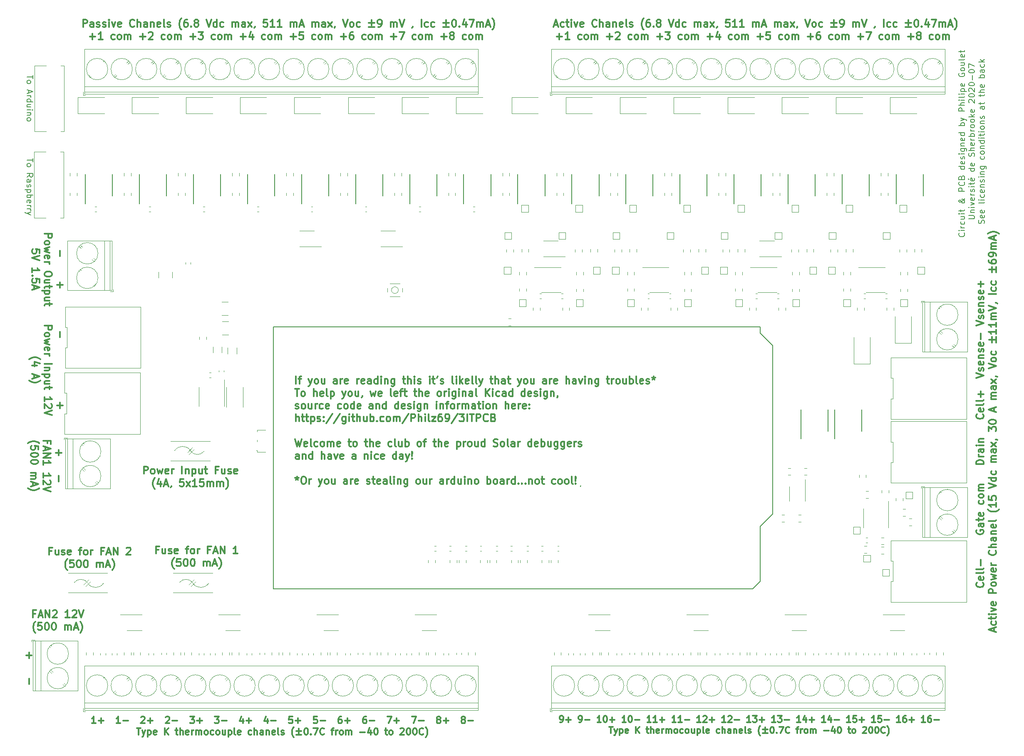
<source format=gbr>
G04 #@! TF.GenerationSoftware,KiCad,Pcbnew,(5.1.5)-3*
G04 #@! TF.CreationDate,2020-07-20T19:45:50-04:00*
G04 #@! TF.ProjectId,PCB,5043422e-6b69-4636-9164-5f7063625858,0*
G04 #@! TF.SameCoordinates,Original*
G04 #@! TF.FileFunction,Legend,Top*
G04 #@! TF.FilePolarity,Positive*
%FSLAX46Y46*%
G04 Gerber Fmt 4.6, Leading zero omitted, Abs format (unit mm)*
G04 Created by KiCad (PCBNEW (5.1.5)-3) date 2020-07-20 19:45:50*
%MOMM*%
%LPD*%
G04 APERTURE LIST*
%ADD10C,0.200000*%
%ADD11C,0.300000*%
%ADD12C,0.150000*%
%ADD13C,0.120000*%
%ADD14C,0.100000*%
G04 APERTURE END LIST*
D10*
X317428571Y-117378571D02*
X317485714Y-117435714D01*
X317542857Y-117607142D01*
X317542857Y-117721428D01*
X317485714Y-117892857D01*
X317371428Y-118007142D01*
X317257142Y-118064285D01*
X317028571Y-118121428D01*
X316857142Y-118121428D01*
X316628571Y-118064285D01*
X316514285Y-118007142D01*
X316400000Y-117892857D01*
X316342857Y-117721428D01*
X316342857Y-117607142D01*
X316400000Y-117435714D01*
X316457142Y-117378571D01*
X317542857Y-116864285D02*
X316742857Y-116864285D01*
X316342857Y-116864285D02*
X316400000Y-116921428D01*
X316457142Y-116864285D01*
X316400000Y-116807142D01*
X316342857Y-116864285D01*
X316457142Y-116864285D01*
X317542857Y-116292857D02*
X316742857Y-116292857D01*
X316971428Y-116292857D02*
X316857142Y-116235714D01*
X316800000Y-116178571D01*
X316742857Y-116064285D01*
X316742857Y-115950000D01*
X317485714Y-115035714D02*
X317542857Y-115150000D01*
X317542857Y-115378571D01*
X317485714Y-115492857D01*
X317428571Y-115550000D01*
X317314285Y-115607142D01*
X316971428Y-115607142D01*
X316857142Y-115550000D01*
X316800000Y-115492857D01*
X316742857Y-115378571D01*
X316742857Y-115150000D01*
X316800000Y-115035714D01*
X316742857Y-114007142D02*
X317542857Y-114007142D01*
X316742857Y-114521428D02*
X317371428Y-114521428D01*
X317485714Y-114464285D01*
X317542857Y-114350000D01*
X317542857Y-114178571D01*
X317485714Y-114064285D01*
X317428571Y-114007142D01*
X317542857Y-113435714D02*
X316742857Y-113435714D01*
X316342857Y-113435714D02*
X316400000Y-113492857D01*
X316457142Y-113435714D01*
X316400000Y-113378571D01*
X316342857Y-113435714D01*
X316457142Y-113435714D01*
X316742857Y-113035714D02*
X316742857Y-112578571D01*
X316342857Y-112864285D02*
X317371428Y-112864285D01*
X317485714Y-112807142D01*
X317542857Y-112692857D01*
X317542857Y-112578571D01*
X317542857Y-110292857D02*
X317542857Y-110350000D01*
X317485714Y-110464285D01*
X317314285Y-110635714D01*
X316971428Y-110921428D01*
X316800000Y-111035714D01*
X316628571Y-111092857D01*
X316514285Y-111092857D01*
X316400000Y-111035714D01*
X316342857Y-110921428D01*
X316342857Y-110864285D01*
X316400000Y-110750000D01*
X316514285Y-110692857D01*
X316571428Y-110692857D01*
X316685714Y-110750000D01*
X316742857Y-110807142D01*
X316971428Y-111150000D01*
X317028571Y-111207142D01*
X317142857Y-111264285D01*
X317314285Y-111264285D01*
X317428571Y-111207142D01*
X317485714Y-111150000D01*
X317542857Y-111035714D01*
X317542857Y-110864285D01*
X317485714Y-110750000D01*
X317428571Y-110692857D01*
X317200000Y-110521428D01*
X317028571Y-110464285D01*
X316914285Y-110464285D01*
X317542857Y-108864285D02*
X316342857Y-108864285D01*
X316342857Y-108407142D01*
X316400000Y-108292857D01*
X316457142Y-108235714D01*
X316571428Y-108178571D01*
X316742857Y-108178571D01*
X316857142Y-108235714D01*
X316914285Y-108292857D01*
X316971428Y-108407142D01*
X316971428Y-108864285D01*
X317428571Y-106978571D02*
X317485714Y-107035714D01*
X317542857Y-107207142D01*
X317542857Y-107321428D01*
X317485714Y-107492857D01*
X317371428Y-107607142D01*
X317257142Y-107664285D01*
X317028571Y-107721428D01*
X316857142Y-107721428D01*
X316628571Y-107664285D01*
X316514285Y-107607142D01*
X316400000Y-107492857D01*
X316342857Y-107321428D01*
X316342857Y-107207142D01*
X316400000Y-107035714D01*
X316457142Y-106978571D01*
X316914285Y-106064285D02*
X316971428Y-105892857D01*
X317028571Y-105835714D01*
X317142857Y-105778571D01*
X317314285Y-105778571D01*
X317428571Y-105835714D01*
X317485714Y-105892857D01*
X317542857Y-106007142D01*
X317542857Y-106464285D01*
X316342857Y-106464285D01*
X316342857Y-106064285D01*
X316400000Y-105950000D01*
X316457142Y-105892857D01*
X316571428Y-105835714D01*
X316685714Y-105835714D01*
X316800000Y-105892857D01*
X316857142Y-105950000D01*
X316914285Y-106064285D01*
X316914285Y-106464285D01*
X317542857Y-103835714D02*
X316342857Y-103835714D01*
X317485714Y-103835714D02*
X317542857Y-103950000D01*
X317542857Y-104178571D01*
X317485714Y-104292857D01*
X317428571Y-104350000D01*
X317314285Y-104407142D01*
X316971428Y-104407142D01*
X316857142Y-104350000D01*
X316800000Y-104292857D01*
X316742857Y-104178571D01*
X316742857Y-103950000D01*
X316800000Y-103835714D01*
X317485714Y-102807142D02*
X317542857Y-102921428D01*
X317542857Y-103150000D01*
X317485714Y-103264285D01*
X317371428Y-103321428D01*
X316914285Y-103321428D01*
X316800000Y-103264285D01*
X316742857Y-103150000D01*
X316742857Y-102921428D01*
X316800000Y-102807142D01*
X316914285Y-102750000D01*
X317028571Y-102750000D01*
X317142857Y-103321428D01*
X317485714Y-102292857D02*
X317542857Y-102178571D01*
X317542857Y-101950000D01*
X317485714Y-101835714D01*
X317371428Y-101778571D01*
X317314285Y-101778571D01*
X317200000Y-101835714D01*
X317142857Y-101950000D01*
X317142857Y-102121428D01*
X317085714Y-102235714D01*
X316971428Y-102292857D01*
X316914285Y-102292857D01*
X316800000Y-102235714D01*
X316742857Y-102121428D01*
X316742857Y-101950000D01*
X316800000Y-101835714D01*
X317542857Y-101264285D02*
X316742857Y-101264285D01*
X316342857Y-101264285D02*
X316400000Y-101321428D01*
X316457142Y-101264285D01*
X316400000Y-101207142D01*
X316342857Y-101264285D01*
X316457142Y-101264285D01*
X316742857Y-100178571D02*
X317714285Y-100178571D01*
X317828571Y-100235714D01*
X317885714Y-100292857D01*
X317942857Y-100407142D01*
X317942857Y-100578571D01*
X317885714Y-100692857D01*
X317485714Y-100178571D02*
X317542857Y-100292857D01*
X317542857Y-100521428D01*
X317485714Y-100635714D01*
X317428571Y-100692857D01*
X317314285Y-100750000D01*
X316971428Y-100750000D01*
X316857142Y-100692857D01*
X316800000Y-100635714D01*
X316742857Y-100521428D01*
X316742857Y-100292857D01*
X316800000Y-100178571D01*
X316742857Y-99607142D02*
X317542857Y-99607142D01*
X316857142Y-99607142D02*
X316800000Y-99550000D01*
X316742857Y-99435714D01*
X316742857Y-99264285D01*
X316800000Y-99150000D01*
X316914285Y-99092857D01*
X317542857Y-99092857D01*
X317485714Y-98064285D02*
X317542857Y-98178571D01*
X317542857Y-98407142D01*
X317485714Y-98521428D01*
X317371428Y-98578571D01*
X316914285Y-98578571D01*
X316800000Y-98521428D01*
X316742857Y-98407142D01*
X316742857Y-98178571D01*
X316800000Y-98064285D01*
X316914285Y-98007142D01*
X317028571Y-98007142D01*
X317142857Y-98578571D01*
X317542857Y-96978571D02*
X316342857Y-96978571D01*
X317485714Y-96978571D02*
X317542857Y-97092857D01*
X317542857Y-97321428D01*
X317485714Y-97435714D01*
X317428571Y-97492857D01*
X317314285Y-97550000D01*
X316971428Y-97550000D01*
X316857142Y-97492857D01*
X316800000Y-97435714D01*
X316742857Y-97321428D01*
X316742857Y-97092857D01*
X316800000Y-96978571D01*
X317542857Y-95492857D02*
X316342857Y-95492857D01*
X316800000Y-95492857D02*
X316742857Y-95378571D01*
X316742857Y-95150000D01*
X316800000Y-95035714D01*
X316857142Y-94978571D01*
X316971428Y-94921428D01*
X317314285Y-94921428D01*
X317428571Y-94978571D01*
X317485714Y-95035714D01*
X317542857Y-95150000D01*
X317542857Y-95378571D01*
X317485714Y-95492857D01*
X316742857Y-94521428D02*
X317542857Y-94235714D01*
X316742857Y-93950000D02*
X317542857Y-94235714D01*
X317828571Y-94350000D01*
X317885714Y-94407142D01*
X317942857Y-94521428D01*
X317542857Y-92578571D02*
X316342857Y-92578571D01*
X316342857Y-92121428D01*
X316400000Y-92007142D01*
X316457142Y-91950000D01*
X316571428Y-91892857D01*
X316742857Y-91892857D01*
X316857142Y-91950000D01*
X316914285Y-92007142D01*
X316971428Y-92121428D01*
X316971428Y-92578571D01*
X317542857Y-91378571D02*
X316342857Y-91378571D01*
X317542857Y-90864285D02*
X316914285Y-90864285D01*
X316800000Y-90921428D01*
X316742857Y-91035714D01*
X316742857Y-91207142D01*
X316800000Y-91321428D01*
X316857142Y-91378571D01*
X317542857Y-90292857D02*
X316742857Y-90292857D01*
X316342857Y-90292857D02*
X316400000Y-90350000D01*
X316457142Y-90292857D01*
X316400000Y-90235714D01*
X316342857Y-90292857D01*
X316457142Y-90292857D01*
X317542857Y-89550000D02*
X317485714Y-89664285D01*
X317371428Y-89721428D01*
X316342857Y-89721428D01*
X317542857Y-89092857D02*
X316742857Y-89092857D01*
X316342857Y-89092857D02*
X316400000Y-89150000D01*
X316457142Y-89092857D01*
X316400000Y-89035714D01*
X316342857Y-89092857D01*
X316457142Y-89092857D01*
X316742857Y-88521428D02*
X317942857Y-88521428D01*
X316800000Y-88521428D02*
X316742857Y-88407142D01*
X316742857Y-88178571D01*
X316800000Y-88064285D01*
X316857142Y-88007142D01*
X316971428Y-87950000D01*
X317314285Y-87950000D01*
X317428571Y-88007142D01*
X317485714Y-88064285D01*
X317542857Y-88178571D01*
X317542857Y-88407142D01*
X317485714Y-88521428D01*
X317485714Y-86978571D02*
X317542857Y-87092857D01*
X317542857Y-87321428D01*
X317485714Y-87435714D01*
X317371428Y-87492857D01*
X316914285Y-87492857D01*
X316800000Y-87435714D01*
X316742857Y-87321428D01*
X316742857Y-87092857D01*
X316800000Y-86978571D01*
X316914285Y-86921428D01*
X317028571Y-86921428D01*
X317142857Y-87492857D01*
X316400000Y-84864285D02*
X316342857Y-84978571D01*
X316342857Y-85150000D01*
X316400000Y-85321428D01*
X316514285Y-85435714D01*
X316628571Y-85492857D01*
X316857142Y-85550000D01*
X317028571Y-85550000D01*
X317257142Y-85492857D01*
X317371428Y-85435714D01*
X317485714Y-85321428D01*
X317542857Y-85150000D01*
X317542857Y-85035714D01*
X317485714Y-84864285D01*
X317428571Y-84807142D01*
X317028571Y-84807142D01*
X317028571Y-85035714D01*
X317542857Y-84121428D02*
X317485714Y-84235714D01*
X317428571Y-84292857D01*
X317314285Y-84350000D01*
X316971428Y-84350000D01*
X316857142Y-84292857D01*
X316800000Y-84235714D01*
X316742857Y-84121428D01*
X316742857Y-83950000D01*
X316800000Y-83835714D01*
X316857142Y-83778571D01*
X316971428Y-83721428D01*
X317314285Y-83721428D01*
X317428571Y-83778571D01*
X317485714Y-83835714D01*
X317542857Y-83950000D01*
X317542857Y-84121428D01*
X316742857Y-82692857D02*
X317542857Y-82692857D01*
X316742857Y-83207142D02*
X317371428Y-83207142D01*
X317485714Y-83150000D01*
X317542857Y-83035714D01*
X317542857Y-82864285D01*
X317485714Y-82750000D01*
X317428571Y-82692857D01*
X317542857Y-81950000D02*
X317485714Y-82064285D01*
X317371428Y-82121428D01*
X316342857Y-82121428D01*
X317485714Y-81035714D02*
X317542857Y-81150000D01*
X317542857Y-81378571D01*
X317485714Y-81492857D01*
X317371428Y-81550000D01*
X316914285Y-81550000D01*
X316800000Y-81492857D01*
X316742857Y-81378571D01*
X316742857Y-81150000D01*
X316800000Y-81035714D01*
X316914285Y-80978571D01*
X317028571Y-80978571D01*
X317142857Y-81550000D01*
X316742857Y-80635714D02*
X316742857Y-80178571D01*
X316342857Y-80464285D02*
X317371428Y-80464285D01*
X317485714Y-80407142D01*
X317542857Y-80292857D01*
X317542857Y-80178571D01*
X318342857Y-114492857D02*
X319314285Y-114492857D01*
X319428571Y-114435714D01*
X319485714Y-114378571D01*
X319542857Y-114264285D01*
X319542857Y-114035714D01*
X319485714Y-113921428D01*
X319428571Y-113864285D01*
X319314285Y-113807142D01*
X318342857Y-113807142D01*
X318742857Y-113235714D02*
X319542857Y-113235714D01*
X318857142Y-113235714D02*
X318800000Y-113178571D01*
X318742857Y-113064285D01*
X318742857Y-112892857D01*
X318800000Y-112778571D01*
X318914285Y-112721428D01*
X319542857Y-112721428D01*
X319542857Y-112150000D02*
X318742857Y-112150000D01*
X318342857Y-112150000D02*
X318400000Y-112207142D01*
X318457142Y-112150000D01*
X318400000Y-112092857D01*
X318342857Y-112150000D01*
X318457142Y-112150000D01*
X318742857Y-111692857D02*
X319542857Y-111407142D01*
X318742857Y-111121428D01*
X319485714Y-110207142D02*
X319542857Y-110321428D01*
X319542857Y-110550000D01*
X319485714Y-110664285D01*
X319371428Y-110721428D01*
X318914285Y-110721428D01*
X318800000Y-110664285D01*
X318742857Y-110550000D01*
X318742857Y-110321428D01*
X318800000Y-110207142D01*
X318914285Y-110150000D01*
X319028571Y-110150000D01*
X319142857Y-110721428D01*
X319542857Y-109635714D02*
X318742857Y-109635714D01*
X318971428Y-109635714D02*
X318857142Y-109578571D01*
X318800000Y-109521428D01*
X318742857Y-109407142D01*
X318742857Y-109292857D01*
X319485714Y-108950000D02*
X319542857Y-108835714D01*
X319542857Y-108607142D01*
X319485714Y-108492857D01*
X319371428Y-108435714D01*
X319314285Y-108435714D01*
X319200000Y-108492857D01*
X319142857Y-108607142D01*
X319142857Y-108778571D01*
X319085714Y-108892857D01*
X318971428Y-108950000D01*
X318914285Y-108950000D01*
X318800000Y-108892857D01*
X318742857Y-108778571D01*
X318742857Y-108607142D01*
X318800000Y-108492857D01*
X319542857Y-107921428D02*
X318742857Y-107921428D01*
X318342857Y-107921428D02*
X318400000Y-107978571D01*
X318457142Y-107921428D01*
X318400000Y-107864285D01*
X318342857Y-107921428D01*
X318457142Y-107921428D01*
X318742857Y-107521428D02*
X318742857Y-107064285D01*
X318342857Y-107350000D02*
X319371428Y-107350000D01*
X319485714Y-107292857D01*
X319542857Y-107178571D01*
X319542857Y-107064285D01*
X319485714Y-106207142D02*
X319542857Y-106321428D01*
X319542857Y-106550000D01*
X319485714Y-106664285D01*
X319371428Y-106721428D01*
X318914285Y-106721428D01*
X318800000Y-106664285D01*
X318742857Y-106550000D01*
X318742857Y-106321428D01*
X318800000Y-106207142D01*
X318914285Y-106150000D01*
X319028571Y-106150000D01*
X319142857Y-106721428D01*
X318285714Y-106321428D02*
X318457142Y-106492857D01*
X319542857Y-104207142D02*
X318342857Y-104207142D01*
X319485714Y-104207142D02*
X319542857Y-104321428D01*
X319542857Y-104550000D01*
X319485714Y-104664285D01*
X319428571Y-104721428D01*
X319314285Y-104778571D01*
X318971428Y-104778571D01*
X318857142Y-104721428D01*
X318800000Y-104664285D01*
X318742857Y-104550000D01*
X318742857Y-104321428D01*
X318800000Y-104207142D01*
X319485714Y-103178571D02*
X319542857Y-103292857D01*
X319542857Y-103521428D01*
X319485714Y-103635714D01*
X319371428Y-103692857D01*
X318914285Y-103692857D01*
X318800000Y-103635714D01*
X318742857Y-103521428D01*
X318742857Y-103292857D01*
X318800000Y-103178571D01*
X318914285Y-103121428D01*
X319028571Y-103121428D01*
X319142857Y-103692857D01*
X319485714Y-101750000D02*
X319542857Y-101578571D01*
X319542857Y-101292857D01*
X319485714Y-101178571D01*
X319428571Y-101121428D01*
X319314285Y-101064285D01*
X319200000Y-101064285D01*
X319085714Y-101121428D01*
X319028571Y-101178571D01*
X318971428Y-101292857D01*
X318914285Y-101521428D01*
X318857142Y-101635714D01*
X318800000Y-101692857D01*
X318685714Y-101750000D01*
X318571428Y-101750000D01*
X318457142Y-101692857D01*
X318400000Y-101635714D01*
X318342857Y-101521428D01*
X318342857Y-101235714D01*
X318400000Y-101064285D01*
X319542857Y-100550000D02*
X318342857Y-100550000D01*
X319542857Y-100035714D02*
X318914285Y-100035714D01*
X318800000Y-100092857D01*
X318742857Y-100207142D01*
X318742857Y-100378571D01*
X318800000Y-100492857D01*
X318857142Y-100550000D01*
X319485714Y-99007142D02*
X319542857Y-99121428D01*
X319542857Y-99350000D01*
X319485714Y-99464285D01*
X319371428Y-99521428D01*
X318914285Y-99521428D01*
X318800000Y-99464285D01*
X318742857Y-99350000D01*
X318742857Y-99121428D01*
X318800000Y-99007142D01*
X318914285Y-98950000D01*
X319028571Y-98950000D01*
X319142857Y-99521428D01*
X319542857Y-98435714D02*
X318742857Y-98435714D01*
X318971428Y-98435714D02*
X318857142Y-98378571D01*
X318800000Y-98321428D01*
X318742857Y-98207142D01*
X318742857Y-98092857D01*
X319542857Y-97692857D02*
X318342857Y-97692857D01*
X318800000Y-97692857D02*
X318742857Y-97578571D01*
X318742857Y-97350000D01*
X318800000Y-97235714D01*
X318857142Y-97178571D01*
X318971428Y-97121428D01*
X319314285Y-97121428D01*
X319428571Y-97178571D01*
X319485714Y-97235714D01*
X319542857Y-97350000D01*
X319542857Y-97578571D01*
X319485714Y-97692857D01*
X319542857Y-96607142D02*
X318742857Y-96607142D01*
X318971428Y-96607142D02*
X318857142Y-96550000D01*
X318800000Y-96492857D01*
X318742857Y-96378571D01*
X318742857Y-96264285D01*
X319542857Y-95692857D02*
X319485714Y-95807142D01*
X319428571Y-95864285D01*
X319314285Y-95921428D01*
X318971428Y-95921428D01*
X318857142Y-95864285D01*
X318800000Y-95807142D01*
X318742857Y-95692857D01*
X318742857Y-95521428D01*
X318800000Y-95407142D01*
X318857142Y-95350000D01*
X318971428Y-95292857D01*
X319314285Y-95292857D01*
X319428571Y-95350000D01*
X319485714Y-95407142D01*
X319542857Y-95521428D01*
X319542857Y-95692857D01*
X319542857Y-94607142D02*
X319485714Y-94721428D01*
X319428571Y-94778571D01*
X319314285Y-94835714D01*
X318971428Y-94835714D01*
X318857142Y-94778571D01*
X318800000Y-94721428D01*
X318742857Y-94607142D01*
X318742857Y-94435714D01*
X318800000Y-94321428D01*
X318857142Y-94264285D01*
X318971428Y-94207142D01*
X319314285Y-94207142D01*
X319428571Y-94264285D01*
X319485714Y-94321428D01*
X319542857Y-94435714D01*
X319542857Y-94607142D01*
X319542857Y-93692857D02*
X318342857Y-93692857D01*
X319085714Y-93578571D02*
X319542857Y-93235714D01*
X318742857Y-93235714D02*
X319200000Y-93692857D01*
X319485714Y-92264285D02*
X319542857Y-92378571D01*
X319542857Y-92607142D01*
X319485714Y-92721428D01*
X319371428Y-92778571D01*
X318914285Y-92778571D01*
X318800000Y-92721428D01*
X318742857Y-92607142D01*
X318742857Y-92378571D01*
X318800000Y-92264285D01*
X318914285Y-92207142D01*
X319028571Y-92207142D01*
X319142857Y-92778571D01*
X318457142Y-90835714D02*
X318400000Y-90778571D01*
X318342857Y-90664285D01*
X318342857Y-90378571D01*
X318400000Y-90264285D01*
X318457142Y-90207142D01*
X318571428Y-90150000D01*
X318685714Y-90150000D01*
X318857142Y-90207142D01*
X319542857Y-90892857D01*
X319542857Y-90150000D01*
X318342857Y-89407142D02*
X318342857Y-89292857D01*
X318400000Y-89178571D01*
X318457142Y-89121428D01*
X318571428Y-89064285D01*
X318800000Y-89007142D01*
X319085714Y-89007142D01*
X319314285Y-89064285D01*
X319428571Y-89121428D01*
X319485714Y-89178571D01*
X319542857Y-89292857D01*
X319542857Y-89407142D01*
X319485714Y-89521428D01*
X319428571Y-89578571D01*
X319314285Y-89635714D01*
X319085714Y-89692857D01*
X318800000Y-89692857D01*
X318571428Y-89635714D01*
X318457142Y-89578571D01*
X318400000Y-89521428D01*
X318342857Y-89407142D01*
X318457142Y-88550000D02*
X318400000Y-88492857D01*
X318342857Y-88378571D01*
X318342857Y-88092857D01*
X318400000Y-87978571D01*
X318457142Y-87921428D01*
X318571428Y-87864285D01*
X318685714Y-87864285D01*
X318857142Y-87921428D01*
X319542857Y-88607142D01*
X319542857Y-87864285D01*
X318342857Y-87121428D02*
X318342857Y-87007142D01*
X318400000Y-86892857D01*
X318457142Y-86835714D01*
X318571428Y-86778571D01*
X318800000Y-86721428D01*
X319085714Y-86721428D01*
X319314285Y-86778571D01*
X319428571Y-86835714D01*
X319485714Y-86892857D01*
X319542857Y-87007142D01*
X319542857Y-87121428D01*
X319485714Y-87235714D01*
X319428571Y-87292857D01*
X319314285Y-87350000D01*
X319085714Y-87407142D01*
X318800000Y-87407142D01*
X318571428Y-87350000D01*
X318457142Y-87292857D01*
X318400000Y-87235714D01*
X318342857Y-87121428D01*
X319085714Y-86207142D02*
X319085714Y-85292857D01*
X318342857Y-84492857D02*
X318342857Y-84378571D01*
X318400000Y-84264285D01*
X318457142Y-84207142D01*
X318571428Y-84150000D01*
X318800000Y-84092857D01*
X319085714Y-84092857D01*
X319314285Y-84150000D01*
X319428571Y-84207142D01*
X319485714Y-84264285D01*
X319542857Y-84378571D01*
X319542857Y-84492857D01*
X319485714Y-84607142D01*
X319428571Y-84664285D01*
X319314285Y-84721428D01*
X319085714Y-84778571D01*
X318800000Y-84778571D01*
X318571428Y-84721428D01*
X318457142Y-84664285D01*
X318400000Y-84607142D01*
X318342857Y-84492857D01*
X318342857Y-83692857D02*
X318342857Y-82892857D01*
X319542857Y-83407142D01*
X321485714Y-115435714D02*
X321542857Y-115264285D01*
X321542857Y-114978571D01*
X321485714Y-114864285D01*
X321428571Y-114807142D01*
X321314285Y-114750000D01*
X321200000Y-114750000D01*
X321085714Y-114807142D01*
X321028571Y-114864285D01*
X320971428Y-114978571D01*
X320914285Y-115207142D01*
X320857142Y-115321428D01*
X320800000Y-115378571D01*
X320685714Y-115435714D01*
X320571428Y-115435714D01*
X320457142Y-115378571D01*
X320400000Y-115321428D01*
X320342857Y-115207142D01*
X320342857Y-114921428D01*
X320400000Y-114750000D01*
X321485714Y-113778571D02*
X321542857Y-113892857D01*
X321542857Y-114121428D01*
X321485714Y-114235714D01*
X321371428Y-114292857D01*
X320914285Y-114292857D01*
X320800000Y-114235714D01*
X320742857Y-114121428D01*
X320742857Y-113892857D01*
X320800000Y-113778571D01*
X320914285Y-113721428D01*
X321028571Y-113721428D01*
X321142857Y-114292857D01*
X321485714Y-112750000D02*
X321542857Y-112864285D01*
X321542857Y-113092857D01*
X321485714Y-113207142D01*
X321371428Y-113264285D01*
X320914285Y-113264285D01*
X320800000Y-113207142D01*
X320742857Y-113092857D01*
X320742857Y-112864285D01*
X320800000Y-112750000D01*
X320914285Y-112692857D01*
X321028571Y-112692857D01*
X321142857Y-113264285D01*
X321542857Y-111092857D02*
X321485714Y-111207142D01*
X321371428Y-111264285D01*
X320342857Y-111264285D01*
X321542857Y-110635714D02*
X320742857Y-110635714D01*
X320342857Y-110635714D02*
X320400000Y-110692857D01*
X320457142Y-110635714D01*
X320400000Y-110578571D01*
X320342857Y-110635714D01*
X320457142Y-110635714D01*
X321485714Y-109550000D02*
X321542857Y-109664285D01*
X321542857Y-109892857D01*
X321485714Y-110007142D01*
X321428571Y-110064285D01*
X321314285Y-110121428D01*
X320971428Y-110121428D01*
X320857142Y-110064285D01*
X320800000Y-110007142D01*
X320742857Y-109892857D01*
X320742857Y-109664285D01*
X320800000Y-109550000D01*
X321485714Y-108578571D02*
X321542857Y-108692857D01*
X321542857Y-108921428D01*
X321485714Y-109035714D01*
X321371428Y-109092857D01*
X320914285Y-109092857D01*
X320800000Y-109035714D01*
X320742857Y-108921428D01*
X320742857Y-108692857D01*
X320800000Y-108578571D01*
X320914285Y-108521428D01*
X321028571Y-108521428D01*
X321142857Y-109092857D01*
X320742857Y-108007142D02*
X321542857Y-108007142D01*
X320857142Y-108007142D02*
X320800000Y-107950000D01*
X320742857Y-107835714D01*
X320742857Y-107664285D01*
X320800000Y-107550000D01*
X320914285Y-107492857D01*
X321542857Y-107492857D01*
X321485714Y-106978571D02*
X321542857Y-106864285D01*
X321542857Y-106635714D01*
X321485714Y-106521428D01*
X321371428Y-106464285D01*
X321314285Y-106464285D01*
X321200000Y-106521428D01*
X321142857Y-106635714D01*
X321142857Y-106807142D01*
X321085714Y-106921428D01*
X320971428Y-106978571D01*
X320914285Y-106978571D01*
X320800000Y-106921428D01*
X320742857Y-106807142D01*
X320742857Y-106635714D01*
X320800000Y-106521428D01*
X321542857Y-105950000D02*
X320742857Y-105950000D01*
X320342857Y-105950000D02*
X320400000Y-106007142D01*
X320457142Y-105950000D01*
X320400000Y-105892857D01*
X320342857Y-105950000D01*
X320457142Y-105950000D01*
X320742857Y-105378571D02*
X321542857Y-105378571D01*
X320857142Y-105378571D02*
X320800000Y-105321428D01*
X320742857Y-105207142D01*
X320742857Y-105035714D01*
X320800000Y-104921428D01*
X320914285Y-104864285D01*
X321542857Y-104864285D01*
X320742857Y-103778571D02*
X321714285Y-103778571D01*
X321828571Y-103835714D01*
X321885714Y-103892857D01*
X321942857Y-104007142D01*
X321942857Y-104178571D01*
X321885714Y-104292857D01*
X321485714Y-103778571D02*
X321542857Y-103892857D01*
X321542857Y-104121428D01*
X321485714Y-104235714D01*
X321428571Y-104292857D01*
X321314285Y-104350000D01*
X320971428Y-104350000D01*
X320857142Y-104292857D01*
X320800000Y-104235714D01*
X320742857Y-104121428D01*
X320742857Y-103892857D01*
X320800000Y-103778571D01*
X321485714Y-101778571D02*
X321542857Y-101892857D01*
X321542857Y-102121428D01*
X321485714Y-102235714D01*
X321428571Y-102292857D01*
X321314285Y-102350000D01*
X320971428Y-102350000D01*
X320857142Y-102292857D01*
X320800000Y-102235714D01*
X320742857Y-102121428D01*
X320742857Y-101892857D01*
X320800000Y-101778571D01*
X321542857Y-101092857D02*
X321485714Y-101207142D01*
X321428571Y-101264285D01*
X321314285Y-101321428D01*
X320971428Y-101321428D01*
X320857142Y-101264285D01*
X320800000Y-101207142D01*
X320742857Y-101092857D01*
X320742857Y-100921428D01*
X320800000Y-100807142D01*
X320857142Y-100750000D01*
X320971428Y-100692857D01*
X321314285Y-100692857D01*
X321428571Y-100750000D01*
X321485714Y-100807142D01*
X321542857Y-100921428D01*
X321542857Y-101092857D01*
X320742857Y-100178571D02*
X321542857Y-100178571D01*
X320857142Y-100178571D02*
X320800000Y-100121428D01*
X320742857Y-100007142D01*
X320742857Y-99835714D01*
X320800000Y-99721428D01*
X320914285Y-99664285D01*
X321542857Y-99664285D01*
X321542857Y-98578571D02*
X320342857Y-98578571D01*
X321485714Y-98578571D02*
X321542857Y-98692857D01*
X321542857Y-98921428D01*
X321485714Y-99035714D01*
X321428571Y-99092857D01*
X321314285Y-99150000D01*
X320971428Y-99150000D01*
X320857142Y-99092857D01*
X320800000Y-99035714D01*
X320742857Y-98921428D01*
X320742857Y-98692857D01*
X320800000Y-98578571D01*
X321542857Y-98007142D02*
X320742857Y-98007142D01*
X320342857Y-98007142D02*
X320400000Y-98064285D01*
X320457142Y-98007142D01*
X320400000Y-97950000D01*
X320342857Y-98007142D01*
X320457142Y-98007142D01*
X320742857Y-97607142D02*
X320742857Y-97150000D01*
X320342857Y-97435714D02*
X321371428Y-97435714D01*
X321485714Y-97378571D01*
X321542857Y-97264285D01*
X321542857Y-97150000D01*
X321542857Y-96750000D02*
X320742857Y-96750000D01*
X320342857Y-96750000D02*
X320400000Y-96807142D01*
X320457142Y-96750000D01*
X320400000Y-96692857D01*
X320342857Y-96750000D01*
X320457142Y-96750000D01*
X321542857Y-96007142D02*
X321485714Y-96121428D01*
X321428571Y-96178571D01*
X321314285Y-96235714D01*
X320971428Y-96235714D01*
X320857142Y-96178571D01*
X320800000Y-96121428D01*
X320742857Y-96007142D01*
X320742857Y-95835714D01*
X320800000Y-95721428D01*
X320857142Y-95664285D01*
X320971428Y-95607142D01*
X321314285Y-95607142D01*
X321428571Y-95664285D01*
X321485714Y-95721428D01*
X321542857Y-95835714D01*
X321542857Y-96007142D01*
X320742857Y-95092857D02*
X321542857Y-95092857D01*
X320857142Y-95092857D02*
X320800000Y-95035714D01*
X320742857Y-94921428D01*
X320742857Y-94750000D01*
X320800000Y-94635714D01*
X320914285Y-94578571D01*
X321542857Y-94578571D01*
X321485714Y-94064285D02*
X321542857Y-93950000D01*
X321542857Y-93721428D01*
X321485714Y-93607142D01*
X321371428Y-93550000D01*
X321314285Y-93550000D01*
X321200000Y-93607142D01*
X321142857Y-93721428D01*
X321142857Y-93892857D01*
X321085714Y-94007142D01*
X320971428Y-94064285D01*
X320914285Y-94064285D01*
X320800000Y-94007142D01*
X320742857Y-93892857D01*
X320742857Y-93721428D01*
X320800000Y-93607142D01*
X321542857Y-91607142D02*
X320914285Y-91607142D01*
X320800000Y-91664285D01*
X320742857Y-91778571D01*
X320742857Y-92007142D01*
X320800000Y-92121428D01*
X321485714Y-91607142D02*
X321542857Y-91721428D01*
X321542857Y-92007142D01*
X321485714Y-92121428D01*
X321371428Y-92178571D01*
X321257142Y-92178571D01*
X321142857Y-92121428D01*
X321085714Y-92007142D01*
X321085714Y-91721428D01*
X321028571Y-91607142D01*
X320742857Y-91207142D02*
X320742857Y-90750000D01*
X320342857Y-91035714D02*
X321371428Y-91035714D01*
X321485714Y-90978571D01*
X321542857Y-90864285D01*
X321542857Y-90750000D01*
X320742857Y-89607142D02*
X320742857Y-89150000D01*
X320342857Y-89435714D02*
X321371428Y-89435714D01*
X321485714Y-89378571D01*
X321542857Y-89264285D01*
X321542857Y-89150000D01*
X321542857Y-88750000D02*
X320342857Y-88750000D01*
X321542857Y-88235714D02*
X320914285Y-88235714D01*
X320800000Y-88292857D01*
X320742857Y-88407142D01*
X320742857Y-88578571D01*
X320800000Y-88692857D01*
X320857142Y-88750000D01*
X321485714Y-87207142D02*
X321542857Y-87321428D01*
X321542857Y-87550000D01*
X321485714Y-87664285D01*
X321371428Y-87721428D01*
X320914285Y-87721428D01*
X320800000Y-87664285D01*
X320742857Y-87550000D01*
X320742857Y-87321428D01*
X320800000Y-87207142D01*
X320914285Y-87150000D01*
X321028571Y-87150000D01*
X321142857Y-87721428D01*
X321542857Y-85721428D02*
X320342857Y-85721428D01*
X320800000Y-85721428D02*
X320742857Y-85607142D01*
X320742857Y-85378571D01*
X320800000Y-85264285D01*
X320857142Y-85207142D01*
X320971428Y-85150000D01*
X321314285Y-85150000D01*
X321428571Y-85207142D01*
X321485714Y-85264285D01*
X321542857Y-85378571D01*
X321542857Y-85607142D01*
X321485714Y-85721428D01*
X321542857Y-84121428D02*
X320914285Y-84121428D01*
X320800000Y-84178571D01*
X320742857Y-84292857D01*
X320742857Y-84521428D01*
X320800000Y-84635714D01*
X321485714Y-84121428D02*
X321542857Y-84235714D01*
X321542857Y-84521428D01*
X321485714Y-84635714D01*
X321371428Y-84692857D01*
X321257142Y-84692857D01*
X321142857Y-84635714D01*
X321085714Y-84521428D01*
X321085714Y-84235714D01*
X321028571Y-84121428D01*
X321485714Y-83035714D02*
X321542857Y-83150000D01*
X321542857Y-83378571D01*
X321485714Y-83492857D01*
X321428571Y-83550000D01*
X321314285Y-83607142D01*
X320971428Y-83607142D01*
X320857142Y-83550000D01*
X320800000Y-83492857D01*
X320742857Y-83378571D01*
X320742857Y-83150000D01*
X320800000Y-83035714D01*
X321542857Y-82521428D02*
X320342857Y-82521428D01*
X321085714Y-82407142D02*
X321542857Y-82064285D01*
X320742857Y-82064285D02*
X321200000Y-82521428D01*
D11*
X181452142Y-148078571D02*
X181452142Y-146578571D01*
X181952142Y-147078571D02*
X182523571Y-147078571D01*
X182166428Y-148078571D02*
X182166428Y-146792857D01*
X182237857Y-146650000D01*
X182380714Y-146578571D01*
X182523571Y-146578571D01*
X184023571Y-147078571D02*
X184380714Y-148078571D01*
X184737857Y-147078571D02*
X184380714Y-148078571D01*
X184237857Y-148435714D01*
X184166428Y-148507142D01*
X184023571Y-148578571D01*
X185523571Y-148078571D02*
X185380714Y-148007142D01*
X185309285Y-147935714D01*
X185237857Y-147792857D01*
X185237857Y-147364285D01*
X185309285Y-147221428D01*
X185380714Y-147150000D01*
X185523571Y-147078571D01*
X185737857Y-147078571D01*
X185880714Y-147150000D01*
X185952142Y-147221428D01*
X186023571Y-147364285D01*
X186023571Y-147792857D01*
X185952142Y-147935714D01*
X185880714Y-148007142D01*
X185737857Y-148078571D01*
X185523571Y-148078571D01*
X187309285Y-147078571D02*
X187309285Y-148078571D01*
X186666428Y-147078571D02*
X186666428Y-147864285D01*
X186737857Y-148007142D01*
X186880714Y-148078571D01*
X187095000Y-148078571D01*
X187237857Y-148007142D01*
X187309285Y-147935714D01*
X189809285Y-148078571D02*
X189809285Y-147292857D01*
X189737857Y-147150000D01*
X189595000Y-147078571D01*
X189309285Y-147078571D01*
X189166428Y-147150000D01*
X189809285Y-148007142D02*
X189666428Y-148078571D01*
X189309285Y-148078571D01*
X189166428Y-148007142D01*
X189095000Y-147864285D01*
X189095000Y-147721428D01*
X189166428Y-147578571D01*
X189309285Y-147507142D01*
X189666428Y-147507142D01*
X189809285Y-147435714D01*
X190523571Y-148078571D02*
X190523571Y-147078571D01*
X190523571Y-147364285D02*
X190595000Y-147221428D01*
X190666428Y-147150000D01*
X190809285Y-147078571D01*
X190952142Y-147078571D01*
X192023571Y-148007142D02*
X191880714Y-148078571D01*
X191595000Y-148078571D01*
X191452142Y-148007142D01*
X191380714Y-147864285D01*
X191380714Y-147292857D01*
X191452142Y-147150000D01*
X191595000Y-147078571D01*
X191880714Y-147078571D01*
X192023571Y-147150000D01*
X192095000Y-147292857D01*
X192095000Y-147435714D01*
X191380714Y-147578571D01*
X193880714Y-148078571D02*
X193880714Y-147078571D01*
X193880714Y-147364285D02*
X193952142Y-147221428D01*
X194023571Y-147150000D01*
X194166428Y-147078571D01*
X194309285Y-147078571D01*
X195380714Y-148007142D02*
X195237857Y-148078571D01*
X194952142Y-148078571D01*
X194809285Y-148007142D01*
X194737857Y-147864285D01*
X194737857Y-147292857D01*
X194809285Y-147150000D01*
X194952142Y-147078571D01*
X195237857Y-147078571D01*
X195380714Y-147150000D01*
X195452142Y-147292857D01*
X195452142Y-147435714D01*
X194737857Y-147578571D01*
X196737857Y-148078571D02*
X196737857Y-147292857D01*
X196666428Y-147150000D01*
X196523571Y-147078571D01*
X196237857Y-147078571D01*
X196095000Y-147150000D01*
X196737857Y-148007142D02*
X196595000Y-148078571D01*
X196237857Y-148078571D01*
X196095000Y-148007142D01*
X196023571Y-147864285D01*
X196023571Y-147721428D01*
X196095000Y-147578571D01*
X196237857Y-147507142D01*
X196595000Y-147507142D01*
X196737857Y-147435714D01*
X198095000Y-148078571D02*
X198095000Y-146578571D01*
X198095000Y-148007142D02*
X197952142Y-148078571D01*
X197666428Y-148078571D01*
X197523571Y-148007142D01*
X197452142Y-147935714D01*
X197380714Y-147792857D01*
X197380714Y-147364285D01*
X197452142Y-147221428D01*
X197523571Y-147150000D01*
X197666428Y-147078571D01*
X197952142Y-147078571D01*
X198095000Y-147150000D01*
X198809285Y-148078571D02*
X198809285Y-147078571D01*
X198809285Y-146578571D02*
X198737857Y-146650000D01*
X198809285Y-146721428D01*
X198880714Y-146650000D01*
X198809285Y-146578571D01*
X198809285Y-146721428D01*
X199523571Y-147078571D02*
X199523571Y-148078571D01*
X199523571Y-147221428D02*
X199595000Y-147150000D01*
X199737857Y-147078571D01*
X199952142Y-147078571D01*
X200095000Y-147150000D01*
X200166428Y-147292857D01*
X200166428Y-148078571D01*
X201523571Y-147078571D02*
X201523571Y-148292857D01*
X201452142Y-148435714D01*
X201380714Y-148507142D01*
X201237857Y-148578571D01*
X201023571Y-148578571D01*
X200880714Y-148507142D01*
X201523571Y-148007142D02*
X201380714Y-148078571D01*
X201095000Y-148078571D01*
X200952142Y-148007142D01*
X200880714Y-147935714D01*
X200809285Y-147792857D01*
X200809285Y-147364285D01*
X200880714Y-147221428D01*
X200952142Y-147150000D01*
X201095000Y-147078571D01*
X201380714Y-147078571D01*
X201523571Y-147150000D01*
X203166428Y-147078571D02*
X203737857Y-147078571D01*
X203380714Y-146578571D02*
X203380714Y-147864285D01*
X203452142Y-148007142D01*
X203595000Y-148078571D01*
X203737857Y-148078571D01*
X204237857Y-148078571D02*
X204237857Y-146578571D01*
X204880714Y-148078571D02*
X204880714Y-147292857D01*
X204809285Y-147150000D01*
X204666428Y-147078571D01*
X204452142Y-147078571D01*
X204309285Y-147150000D01*
X204237857Y-147221428D01*
X205595000Y-148078571D02*
X205595000Y-147078571D01*
X205595000Y-146578571D02*
X205523571Y-146650000D01*
X205595000Y-146721428D01*
X205666428Y-146650000D01*
X205595000Y-146578571D01*
X205595000Y-146721428D01*
X206237857Y-148007142D02*
X206380714Y-148078571D01*
X206666428Y-148078571D01*
X206809285Y-148007142D01*
X206880714Y-147864285D01*
X206880714Y-147792857D01*
X206809285Y-147650000D01*
X206666428Y-147578571D01*
X206452142Y-147578571D01*
X206309285Y-147507142D01*
X206237857Y-147364285D01*
X206237857Y-147292857D01*
X206309285Y-147150000D01*
X206452142Y-147078571D01*
X206666428Y-147078571D01*
X206809285Y-147150000D01*
X208666428Y-148078571D02*
X208666428Y-147078571D01*
X208666428Y-146578571D02*
X208595000Y-146650000D01*
X208666428Y-146721428D01*
X208737857Y-146650000D01*
X208666428Y-146578571D01*
X208666428Y-146721428D01*
X209166428Y-147078571D02*
X209737857Y-147078571D01*
X209380714Y-146578571D02*
X209380714Y-147864285D01*
X209452142Y-148007142D01*
X209595000Y-148078571D01*
X209737857Y-148078571D01*
X210309285Y-146578571D02*
X210166428Y-146864285D01*
X210880714Y-148007142D02*
X211023571Y-148078571D01*
X211309285Y-148078571D01*
X211452142Y-148007142D01*
X211523571Y-147864285D01*
X211523571Y-147792857D01*
X211452142Y-147650000D01*
X211309285Y-147578571D01*
X211095000Y-147578571D01*
X210952142Y-147507142D01*
X210880714Y-147364285D01*
X210880714Y-147292857D01*
X210952142Y-147150000D01*
X211095000Y-147078571D01*
X211309285Y-147078571D01*
X211452142Y-147150000D01*
X213523571Y-148078571D02*
X213380714Y-148007142D01*
X213309285Y-147864285D01*
X213309285Y-146578571D01*
X214095000Y-148078571D02*
X214095000Y-147078571D01*
X214095000Y-146578571D02*
X214023571Y-146650000D01*
X214095000Y-146721428D01*
X214166428Y-146650000D01*
X214095000Y-146578571D01*
X214095000Y-146721428D01*
X214809285Y-148078571D02*
X214809285Y-146578571D01*
X214952142Y-147507142D02*
X215380714Y-148078571D01*
X215380714Y-147078571D02*
X214809285Y-147650000D01*
X216595000Y-148007142D02*
X216452142Y-148078571D01*
X216166428Y-148078571D01*
X216023571Y-148007142D01*
X215952142Y-147864285D01*
X215952142Y-147292857D01*
X216023571Y-147150000D01*
X216166428Y-147078571D01*
X216452142Y-147078571D01*
X216595000Y-147150000D01*
X216666428Y-147292857D01*
X216666428Y-147435714D01*
X215952142Y-147578571D01*
X217523571Y-148078571D02*
X217380714Y-148007142D01*
X217309285Y-147864285D01*
X217309285Y-146578571D01*
X218309285Y-148078571D02*
X218166428Y-148007142D01*
X218095000Y-147864285D01*
X218095000Y-146578571D01*
X218737857Y-147078571D02*
X219095000Y-148078571D01*
X219452142Y-147078571D02*
X219095000Y-148078571D01*
X218952142Y-148435714D01*
X218880714Y-148507142D01*
X218737857Y-148578571D01*
X220952142Y-147078571D02*
X221523571Y-147078571D01*
X221166428Y-146578571D02*
X221166428Y-147864285D01*
X221237857Y-148007142D01*
X221380714Y-148078571D01*
X221523571Y-148078571D01*
X222023571Y-148078571D02*
X222023571Y-146578571D01*
X222666428Y-148078571D02*
X222666428Y-147292857D01*
X222595000Y-147150000D01*
X222452142Y-147078571D01*
X222237857Y-147078571D01*
X222095000Y-147150000D01*
X222023571Y-147221428D01*
X224023571Y-148078571D02*
X224023571Y-147292857D01*
X223952142Y-147150000D01*
X223809285Y-147078571D01*
X223523571Y-147078571D01*
X223380714Y-147150000D01*
X224023571Y-148007142D02*
X223880714Y-148078571D01*
X223523571Y-148078571D01*
X223380714Y-148007142D01*
X223309285Y-147864285D01*
X223309285Y-147721428D01*
X223380714Y-147578571D01*
X223523571Y-147507142D01*
X223880714Y-147507142D01*
X224023571Y-147435714D01*
X224523571Y-147078571D02*
X225095000Y-147078571D01*
X224737857Y-146578571D02*
X224737857Y-147864285D01*
X224809285Y-148007142D01*
X224952142Y-148078571D01*
X225095000Y-148078571D01*
X226595000Y-147078571D02*
X226952142Y-148078571D01*
X227309285Y-147078571D02*
X226952142Y-148078571D01*
X226809285Y-148435714D01*
X226737857Y-148507142D01*
X226595000Y-148578571D01*
X228095000Y-148078571D02*
X227952142Y-148007142D01*
X227880714Y-147935714D01*
X227809285Y-147792857D01*
X227809285Y-147364285D01*
X227880714Y-147221428D01*
X227952142Y-147150000D01*
X228095000Y-147078571D01*
X228309285Y-147078571D01*
X228452142Y-147150000D01*
X228523571Y-147221428D01*
X228595000Y-147364285D01*
X228595000Y-147792857D01*
X228523571Y-147935714D01*
X228452142Y-148007142D01*
X228309285Y-148078571D01*
X228095000Y-148078571D01*
X229880714Y-147078571D02*
X229880714Y-148078571D01*
X229237857Y-147078571D02*
X229237857Y-147864285D01*
X229309285Y-148007142D01*
X229452142Y-148078571D01*
X229666428Y-148078571D01*
X229809285Y-148007142D01*
X229880714Y-147935714D01*
X232380714Y-148078571D02*
X232380714Y-147292857D01*
X232309285Y-147150000D01*
X232166428Y-147078571D01*
X231880714Y-147078571D01*
X231737857Y-147150000D01*
X232380714Y-148007142D02*
X232237857Y-148078571D01*
X231880714Y-148078571D01*
X231737857Y-148007142D01*
X231666428Y-147864285D01*
X231666428Y-147721428D01*
X231737857Y-147578571D01*
X231880714Y-147507142D01*
X232237857Y-147507142D01*
X232380714Y-147435714D01*
X233095000Y-148078571D02*
X233095000Y-147078571D01*
X233095000Y-147364285D02*
X233166428Y-147221428D01*
X233237857Y-147150000D01*
X233380714Y-147078571D01*
X233523571Y-147078571D01*
X234595000Y-148007142D02*
X234452142Y-148078571D01*
X234166428Y-148078571D01*
X234023571Y-148007142D01*
X233952142Y-147864285D01*
X233952142Y-147292857D01*
X234023571Y-147150000D01*
X234166428Y-147078571D01*
X234452142Y-147078571D01*
X234595000Y-147150000D01*
X234666428Y-147292857D01*
X234666428Y-147435714D01*
X233952142Y-147578571D01*
X236452142Y-148078571D02*
X236452142Y-146578571D01*
X237095000Y-148078571D02*
X237095000Y-147292857D01*
X237023571Y-147150000D01*
X236880714Y-147078571D01*
X236666428Y-147078571D01*
X236523571Y-147150000D01*
X236452142Y-147221428D01*
X238452142Y-148078571D02*
X238452142Y-147292857D01*
X238380714Y-147150000D01*
X238237857Y-147078571D01*
X237952142Y-147078571D01*
X237809285Y-147150000D01*
X238452142Y-148007142D02*
X238309285Y-148078571D01*
X237952142Y-148078571D01*
X237809285Y-148007142D01*
X237737857Y-147864285D01*
X237737857Y-147721428D01*
X237809285Y-147578571D01*
X237952142Y-147507142D01*
X238309285Y-147507142D01*
X238452142Y-147435714D01*
X239023571Y-147078571D02*
X239380714Y-148078571D01*
X239737857Y-147078571D01*
X240309285Y-148078571D02*
X240309285Y-147078571D01*
X240309285Y-146578571D02*
X240237857Y-146650000D01*
X240309285Y-146721428D01*
X240380714Y-146650000D01*
X240309285Y-146578571D01*
X240309285Y-146721428D01*
X241023571Y-147078571D02*
X241023571Y-148078571D01*
X241023571Y-147221428D02*
X241095000Y-147150000D01*
X241237857Y-147078571D01*
X241452142Y-147078571D01*
X241595000Y-147150000D01*
X241666428Y-147292857D01*
X241666428Y-148078571D01*
X243023571Y-147078571D02*
X243023571Y-148292857D01*
X242952142Y-148435714D01*
X242880714Y-148507142D01*
X242737857Y-148578571D01*
X242523571Y-148578571D01*
X242380714Y-148507142D01*
X243023571Y-148007142D02*
X242880714Y-148078571D01*
X242595000Y-148078571D01*
X242452142Y-148007142D01*
X242380714Y-147935714D01*
X242309285Y-147792857D01*
X242309285Y-147364285D01*
X242380714Y-147221428D01*
X242452142Y-147150000D01*
X242595000Y-147078571D01*
X242880714Y-147078571D01*
X243023571Y-147150000D01*
X244666428Y-147078571D02*
X245237857Y-147078571D01*
X244880714Y-146578571D02*
X244880714Y-147864285D01*
X244952142Y-148007142D01*
X245095000Y-148078571D01*
X245237857Y-148078571D01*
X245737857Y-148078571D02*
X245737857Y-147078571D01*
X245737857Y-147364285D02*
X245809285Y-147221428D01*
X245880714Y-147150000D01*
X246023571Y-147078571D01*
X246166428Y-147078571D01*
X246880714Y-148078571D02*
X246737857Y-148007142D01*
X246666428Y-147935714D01*
X246595000Y-147792857D01*
X246595000Y-147364285D01*
X246666428Y-147221428D01*
X246737857Y-147150000D01*
X246880714Y-147078571D01*
X247095000Y-147078571D01*
X247237857Y-147150000D01*
X247309285Y-147221428D01*
X247380714Y-147364285D01*
X247380714Y-147792857D01*
X247309285Y-147935714D01*
X247237857Y-148007142D01*
X247095000Y-148078571D01*
X246880714Y-148078571D01*
X248666428Y-147078571D02*
X248666428Y-148078571D01*
X248023571Y-147078571D02*
X248023571Y-147864285D01*
X248095000Y-148007142D01*
X248237857Y-148078571D01*
X248452142Y-148078571D01*
X248595000Y-148007142D01*
X248666428Y-147935714D01*
X249380714Y-148078571D02*
X249380714Y-146578571D01*
X249380714Y-147150000D02*
X249523571Y-147078571D01*
X249809285Y-147078571D01*
X249952142Y-147150000D01*
X250023571Y-147221428D01*
X250095000Y-147364285D01*
X250095000Y-147792857D01*
X250023571Y-147935714D01*
X249952142Y-148007142D01*
X249809285Y-148078571D01*
X249523571Y-148078571D01*
X249380714Y-148007142D01*
X250952142Y-148078571D02*
X250809285Y-148007142D01*
X250737857Y-147864285D01*
X250737857Y-146578571D01*
X252095000Y-148007142D02*
X251952142Y-148078571D01*
X251666428Y-148078571D01*
X251523571Y-148007142D01*
X251452142Y-147864285D01*
X251452142Y-147292857D01*
X251523571Y-147150000D01*
X251666428Y-147078571D01*
X251952142Y-147078571D01*
X252095000Y-147150000D01*
X252166428Y-147292857D01*
X252166428Y-147435714D01*
X251452142Y-147578571D01*
X252737857Y-148007142D02*
X252880714Y-148078571D01*
X253166428Y-148078571D01*
X253309285Y-148007142D01*
X253380714Y-147864285D01*
X253380714Y-147792857D01*
X253309285Y-147650000D01*
X253166428Y-147578571D01*
X252952142Y-147578571D01*
X252809285Y-147507142D01*
X252737857Y-147364285D01*
X252737857Y-147292857D01*
X252809285Y-147150000D01*
X252952142Y-147078571D01*
X253166428Y-147078571D01*
X253309285Y-147150000D01*
X254237857Y-146578571D02*
X254237857Y-146935714D01*
X253880714Y-146792857D02*
X254237857Y-146935714D01*
X254595000Y-146792857D01*
X254023571Y-147221428D02*
X254237857Y-146935714D01*
X254452142Y-147221428D01*
X181237857Y-149128571D02*
X182095000Y-149128571D01*
X181666428Y-150628571D02*
X181666428Y-149128571D01*
X182809285Y-150628571D02*
X182666428Y-150557142D01*
X182595000Y-150485714D01*
X182523571Y-150342857D01*
X182523571Y-149914285D01*
X182595000Y-149771428D01*
X182666428Y-149700000D01*
X182809285Y-149628571D01*
X183023571Y-149628571D01*
X183166428Y-149700000D01*
X183237857Y-149771428D01*
X183309285Y-149914285D01*
X183309285Y-150342857D01*
X183237857Y-150485714D01*
X183166428Y-150557142D01*
X183023571Y-150628571D01*
X182809285Y-150628571D01*
X185095000Y-150628571D02*
X185095000Y-149128571D01*
X185737857Y-150628571D02*
X185737857Y-149842857D01*
X185666428Y-149700000D01*
X185523571Y-149628571D01*
X185309285Y-149628571D01*
X185166428Y-149700000D01*
X185095000Y-149771428D01*
X187023571Y-150557142D02*
X186880714Y-150628571D01*
X186595000Y-150628571D01*
X186452142Y-150557142D01*
X186380714Y-150414285D01*
X186380714Y-149842857D01*
X186452142Y-149700000D01*
X186595000Y-149628571D01*
X186880714Y-149628571D01*
X187023571Y-149700000D01*
X187095000Y-149842857D01*
X187095000Y-149985714D01*
X186380714Y-150128571D01*
X187952142Y-150628571D02*
X187809285Y-150557142D01*
X187737857Y-150414285D01*
X187737857Y-149128571D01*
X188523571Y-149628571D02*
X188523571Y-151128571D01*
X188523571Y-149700000D02*
X188666428Y-149628571D01*
X188952142Y-149628571D01*
X189095000Y-149700000D01*
X189166428Y-149771428D01*
X189237857Y-149914285D01*
X189237857Y-150342857D01*
X189166428Y-150485714D01*
X189095000Y-150557142D01*
X188952142Y-150628571D01*
X188666428Y-150628571D01*
X188523571Y-150557142D01*
X190880714Y-149628571D02*
X191237857Y-150628571D01*
X191595000Y-149628571D02*
X191237857Y-150628571D01*
X191095000Y-150985714D01*
X191023571Y-151057142D01*
X190880714Y-151128571D01*
X192380714Y-150628571D02*
X192237857Y-150557142D01*
X192166428Y-150485714D01*
X192095000Y-150342857D01*
X192095000Y-149914285D01*
X192166428Y-149771428D01*
X192237857Y-149700000D01*
X192380714Y-149628571D01*
X192595000Y-149628571D01*
X192737857Y-149700000D01*
X192809285Y-149771428D01*
X192880714Y-149914285D01*
X192880714Y-150342857D01*
X192809285Y-150485714D01*
X192737857Y-150557142D01*
X192595000Y-150628571D01*
X192380714Y-150628571D01*
X194166428Y-149628571D02*
X194166428Y-150628571D01*
X193523571Y-149628571D02*
X193523571Y-150414285D01*
X193595000Y-150557142D01*
X193737857Y-150628571D01*
X193952142Y-150628571D01*
X194095000Y-150557142D01*
X194166428Y-150485714D01*
X194952142Y-150557142D02*
X194952142Y-150628571D01*
X194880714Y-150771428D01*
X194809285Y-150842857D01*
X196595000Y-149628571D02*
X196880714Y-150628571D01*
X197166428Y-149914285D01*
X197452142Y-150628571D01*
X197737857Y-149628571D01*
X198880714Y-150557142D02*
X198737857Y-150628571D01*
X198452142Y-150628571D01*
X198309285Y-150557142D01*
X198237857Y-150414285D01*
X198237857Y-149842857D01*
X198309285Y-149700000D01*
X198452142Y-149628571D01*
X198737857Y-149628571D01*
X198880714Y-149700000D01*
X198952142Y-149842857D01*
X198952142Y-149985714D01*
X198237857Y-150128571D01*
X200952142Y-150628571D02*
X200809285Y-150557142D01*
X200737857Y-150414285D01*
X200737857Y-149128571D01*
X202095000Y-150557142D02*
X201952142Y-150628571D01*
X201666428Y-150628571D01*
X201523571Y-150557142D01*
X201452142Y-150414285D01*
X201452142Y-149842857D01*
X201523571Y-149700000D01*
X201666428Y-149628571D01*
X201952142Y-149628571D01*
X202095000Y-149700000D01*
X202166428Y-149842857D01*
X202166428Y-149985714D01*
X201452142Y-150128571D01*
X202595000Y-149628571D02*
X203166428Y-149628571D01*
X202809285Y-150628571D02*
X202809285Y-149342857D01*
X202880714Y-149200000D01*
X203023571Y-149128571D01*
X203166428Y-149128571D01*
X203452142Y-149628571D02*
X204023571Y-149628571D01*
X203666428Y-149128571D02*
X203666428Y-150414285D01*
X203737857Y-150557142D01*
X203880714Y-150628571D01*
X204023571Y-150628571D01*
X205452142Y-149628571D02*
X206023571Y-149628571D01*
X205666428Y-149128571D02*
X205666428Y-150414285D01*
X205737857Y-150557142D01*
X205880714Y-150628571D01*
X206023571Y-150628571D01*
X206523571Y-150628571D02*
X206523571Y-149128571D01*
X207166428Y-150628571D02*
X207166428Y-149842857D01*
X207095000Y-149700000D01*
X206952142Y-149628571D01*
X206737857Y-149628571D01*
X206595000Y-149700000D01*
X206523571Y-149771428D01*
X208452142Y-150557142D02*
X208309285Y-150628571D01*
X208023571Y-150628571D01*
X207880714Y-150557142D01*
X207809285Y-150414285D01*
X207809285Y-149842857D01*
X207880714Y-149700000D01*
X208023571Y-149628571D01*
X208309285Y-149628571D01*
X208452142Y-149700000D01*
X208523571Y-149842857D01*
X208523571Y-149985714D01*
X207809285Y-150128571D01*
X210523571Y-150628571D02*
X210380714Y-150557142D01*
X210309285Y-150485714D01*
X210237857Y-150342857D01*
X210237857Y-149914285D01*
X210309285Y-149771428D01*
X210380714Y-149700000D01*
X210523571Y-149628571D01*
X210737857Y-149628571D01*
X210880714Y-149700000D01*
X210952142Y-149771428D01*
X211023571Y-149914285D01*
X211023571Y-150342857D01*
X210952142Y-150485714D01*
X210880714Y-150557142D01*
X210737857Y-150628571D01*
X210523571Y-150628571D01*
X211666428Y-150628571D02*
X211666428Y-149628571D01*
X211666428Y-149914285D02*
X211737857Y-149771428D01*
X211809285Y-149700000D01*
X211952142Y-149628571D01*
X212095000Y-149628571D01*
X212595000Y-150628571D02*
X212595000Y-149628571D01*
X212595000Y-149128571D02*
X212523571Y-149200000D01*
X212595000Y-149271428D01*
X212666428Y-149200000D01*
X212595000Y-149128571D01*
X212595000Y-149271428D01*
X213952142Y-149628571D02*
X213952142Y-150842857D01*
X213880714Y-150985714D01*
X213809285Y-151057142D01*
X213666428Y-151128571D01*
X213452142Y-151128571D01*
X213309285Y-151057142D01*
X213952142Y-150557142D02*
X213809285Y-150628571D01*
X213523571Y-150628571D01*
X213380714Y-150557142D01*
X213309285Y-150485714D01*
X213237857Y-150342857D01*
X213237857Y-149914285D01*
X213309285Y-149771428D01*
X213380714Y-149700000D01*
X213523571Y-149628571D01*
X213809285Y-149628571D01*
X213952142Y-149700000D01*
X214666428Y-150628571D02*
X214666428Y-149628571D01*
X214666428Y-149128571D02*
X214595000Y-149200000D01*
X214666428Y-149271428D01*
X214737857Y-149200000D01*
X214666428Y-149128571D01*
X214666428Y-149271428D01*
X215380714Y-149628571D02*
X215380714Y-150628571D01*
X215380714Y-149771428D02*
X215452142Y-149700000D01*
X215595000Y-149628571D01*
X215809285Y-149628571D01*
X215952142Y-149700000D01*
X216023571Y-149842857D01*
X216023571Y-150628571D01*
X217380714Y-150628571D02*
X217380714Y-149842857D01*
X217309285Y-149700000D01*
X217166428Y-149628571D01*
X216880714Y-149628571D01*
X216737857Y-149700000D01*
X217380714Y-150557142D02*
X217237857Y-150628571D01*
X216880714Y-150628571D01*
X216737857Y-150557142D01*
X216666428Y-150414285D01*
X216666428Y-150271428D01*
X216737857Y-150128571D01*
X216880714Y-150057142D01*
X217237857Y-150057142D01*
X217380714Y-149985714D01*
X218309285Y-150628571D02*
X218166428Y-150557142D01*
X218095000Y-150414285D01*
X218095000Y-149128571D01*
X220023571Y-150628571D02*
X220023571Y-149128571D01*
X220880714Y-150628571D02*
X220237857Y-149771428D01*
X220880714Y-149128571D02*
X220023571Y-149985714D01*
X221523571Y-150628571D02*
X221523571Y-149628571D01*
X221523571Y-149128571D02*
X221452142Y-149200000D01*
X221523571Y-149271428D01*
X221595000Y-149200000D01*
X221523571Y-149128571D01*
X221523571Y-149271428D01*
X222880714Y-150557142D02*
X222737857Y-150628571D01*
X222452142Y-150628571D01*
X222309285Y-150557142D01*
X222237857Y-150485714D01*
X222166428Y-150342857D01*
X222166428Y-149914285D01*
X222237857Y-149771428D01*
X222309285Y-149700000D01*
X222452142Y-149628571D01*
X222737857Y-149628571D01*
X222880714Y-149700000D01*
X224166428Y-150628571D02*
X224166428Y-149842857D01*
X224095000Y-149700000D01*
X223952142Y-149628571D01*
X223666428Y-149628571D01*
X223523571Y-149700000D01*
X224166428Y-150557142D02*
X224023571Y-150628571D01*
X223666428Y-150628571D01*
X223523571Y-150557142D01*
X223452142Y-150414285D01*
X223452142Y-150271428D01*
X223523571Y-150128571D01*
X223666428Y-150057142D01*
X224023571Y-150057142D01*
X224166428Y-149985714D01*
X225523571Y-150628571D02*
X225523571Y-149128571D01*
X225523571Y-150557142D02*
X225380714Y-150628571D01*
X225095000Y-150628571D01*
X224952142Y-150557142D01*
X224880714Y-150485714D01*
X224809285Y-150342857D01*
X224809285Y-149914285D01*
X224880714Y-149771428D01*
X224952142Y-149700000D01*
X225095000Y-149628571D01*
X225380714Y-149628571D01*
X225523571Y-149700000D01*
X228023571Y-150628571D02*
X228023571Y-149128571D01*
X228023571Y-150557142D02*
X227880714Y-150628571D01*
X227595000Y-150628571D01*
X227452142Y-150557142D01*
X227380714Y-150485714D01*
X227309285Y-150342857D01*
X227309285Y-149914285D01*
X227380714Y-149771428D01*
X227452142Y-149700000D01*
X227595000Y-149628571D01*
X227880714Y-149628571D01*
X228023571Y-149700000D01*
X229309285Y-150557142D02*
X229166428Y-150628571D01*
X228880714Y-150628571D01*
X228737857Y-150557142D01*
X228666428Y-150414285D01*
X228666428Y-149842857D01*
X228737857Y-149700000D01*
X228880714Y-149628571D01*
X229166428Y-149628571D01*
X229309285Y-149700000D01*
X229380714Y-149842857D01*
X229380714Y-149985714D01*
X228666428Y-150128571D01*
X229952142Y-150557142D02*
X230095000Y-150628571D01*
X230380714Y-150628571D01*
X230523571Y-150557142D01*
X230595000Y-150414285D01*
X230595000Y-150342857D01*
X230523571Y-150200000D01*
X230380714Y-150128571D01*
X230166428Y-150128571D01*
X230023571Y-150057142D01*
X229952142Y-149914285D01*
X229952142Y-149842857D01*
X230023571Y-149700000D01*
X230166428Y-149628571D01*
X230380714Y-149628571D01*
X230523571Y-149700000D01*
X231237857Y-150628571D02*
X231237857Y-149628571D01*
X231237857Y-149128571D02*
X231166428Y-149200000D01*
X231237857Y-149271428D01*
X231309285Y-149200000D01*
X231237857Y-149128571D01*
X231237857Y-149271428D01*
X232595000Y-149628571D02*
X232595000Y-150842857D01*
X232523571Y-150985714D01*
X232452142Y-151057142D01*
X232309285Y-151128571D01*
X232095000Y-151128571D01*
X231952142Y-151057142D01*
X232595000Y-150557142D02*
X232452142Y-150628571D01*
X232166428Y-150628571D01*
X232023571Y-150557142D01*
X231952142Y-150485714D01*
X231880714Y-150342857D01*
X231880714Y-149914285D01*
X231952142Y-149771428D01*
X232023571Y-149700000D01*
X232166428Y-149628571D01*
X232452142Y-149628571D01*
X232595000Y-149700000D01*
X233309285Y-149628571D02*
X233309285Y-150628571D01*
X233309285Y-149771428D02*
X233380714Y-149700000D01*
X233523571Y-149628571D01*
X233737857Y-149628571D01*
X233880714Y-149700000D01*
X233952142Y-149842857D01*
X233952142Y-150628571D01*
X234737857Y-150557142D02*
X234737857Y-150628571D01*
X234666428Y-150771428D01*
X234595000Y-150842857D01*
X181380714Y-153107142D02*
X181523571Y-153178571D01*
X181809285Y-153178571D01*
X181952142Y-153107142D01*
X182023571Y-152964285D01*
X182023571Y-152892857D01*
X181952142Y-152750000D01*
X181809285Y-152678571D01*
X181595000Y-152678571D01*
X181452142Y-152607142D01*
X181380714Y-152464285D01*
X181380714Y-152392857D01*
X181452142Y-152250000D01*
X181595000Y-152178571D01*
X181809285Y-152178571D01*
X181952142Y-152250000D01*
X182880714Y-153178571D02*
X182737857Y-153107142D01*
X182666428Y-153035714D01*
X182595000Y-152892857D01*
X182595000Y-152464285D01*
X182666428Y-152321428D01*
X182737857Y-152250000D01*
X182880714Y-152178571D01*
X183095000Y-152178571D01*
X183237857Y-152250000D01*
X183309285Y-152321428D01*
X183380714Y-152464285D01*
X183380714Y-152892857D01*
X183309285Y-153035714D01*
X183237857Y-153107142D01*
X183095000Y-153178571D01*
X182880714Y-153178571D01*
X184666428Y-152178571D02*
X184666428Y-153178571D01*
X184023571Y-152178571D02*
X184023571Y-152964285D01*
X184095000Y-153107142D01*
X184237857Y-153178571D01*
X184452142Y-153178571D01*
X184595000Y-153107142D01*
X184666428Y-153035714D01*
X185380714Y-153178571D02*
X185380714Y-152178571D01*
X185380714Y-152464285D02*
X185452142Y-152321428D01*
X185523571Y-152250000D01*
X185666428Y-152178571D01*
X185809285Y-152178571D01*
X186952142Y-153107142D02*
X186809285Y-153178571D01*
X186523571Y-153178571D01*
X186380714Y-153107142D01*
X186309285Y-153035714D01*
X186237857Y-152892857D01*
X186237857Y-152464285D01*
X186309285Y-152321428D01*
X186380714Y-152250000D01*
X186523571Y-152178571D01*
X186809285Y-152178571D01*
X186952142Y-152250000D01*
X188166428Y-153107142D02*
X188023571Y-153178571D01*
X187737857Y-153178571D01*
X187595000Y-153107142D01*
X187523571Y-152964285D01*
X187523571Y-152392857D01*
X187595000Y-152250000D01*
X187737857Y-152178571D01*
X188023571Y-152178571D01*
X188166428Y-152250000D01*
X188237857Y-152392857D01*
X188237857Y-152535714D01*
X187523571Y-152678571D01*
X190666428Y-153107142D02*
X190523571Y-153178571D01*
X190237857Y-153178571D01*
X190095000Y-153107142D01*
X190023571Y-153035714D01*
X189952142Y-152892857D01*
X189952142Y-152464285D01*
X190023571Y-152321428D01*
X190095000Y-152250000D01*
X190237857Y-152178571D01*
X190523571Y-152178571D01*
X190666428Y-152250000D01*
X191523571Y-153178571D02*
X191380714Y-153107142D01*
X191309285Y-153035714D01*
X191237857Y-152892857D01*
X191237857Y-152464285D01*
X191309285Y-152321428D01*
X191380714Y-152250000D01*
X191523571Y-152178571D01*
X191737857Y-152178571D01*
X191880714Y-152250000D01*
X191952142Y-152321428D01*
X192023571Y-152464285D01*
X192023571Y-152892857D01*
X191952142Y-153035714D01*
X191880714Y-153107142D01*
X191737857Y-153178571D01*
X191523571Y-153178571D01*
X193309285Y-153178571D02*
X193309285Y-151678571D01*
X193309285Y-153107142D02*
X193166428Y-153178571D01*
X192880714Y-153178571D01*
X192737857Y-153107142D01*
X192666428Y-153035714D01*
X192595000Y-152892857D01*
X192595000Y-152464285D01*
X192666428Y-152321428D01*
X192737857Y-152250000D01*
X192880714Y-152178571D01*
X193166428Y-152178571D01*
X193309285Y-152250000D01*
X194595000Y-153107142D02*
X194452142Y-153178571D01*
X194166428Y-153178571D01*
X194023571Y-153107142D01*
X193952142Y-152964285D01*
X193952142Y-152392857D01*
X194023571Y-152250000D01*
X194166428Y-152178571D01*
X194452142Y-152178571D01*
X194595000Y-152250000D01*
X194666428Y-152392857D01*
X194666428Y-152535714D01*
X193952142Y-152678571D01*
X197095000Y-153178571D02*
X197095000Y-152392857D01*
X197023571Y-152250000D01*
X196880714Y-152178571D01*
X196595000Y-152178571D01*
X196452142Y-152250000D01*
X197095000Y-153107142D02*
X196952142Y-153178571D01*
X196595000Y-153178571D01*
X196452142Y-153107142D01*
X196380714Y-152964285D01*
X196380714Y-152821428D01*
X196452142Y-152678571D01*
X196595000Y-152607142D01*
X196952142Y-152607142D01*
X197095000Y-152535714D01*
X197809285Y-152178571D02*
X197809285Y-153178571D01*
X197809285Y-152321428D02*
X197880714Y-152250000D01*
X198023571Y-152178571D01*
X198237857Y-152178571D01*
X198380714Y-152250000D01*
X198452142Y-152392857D01*
X198452142Y-153178571D01*
X199809285Y-153178571D02*
X199809285Y-151678571D01*
X199809285Y-153107142D02*
X199666428Y-153178571D01*
X199380714Y-153178571D01*
X199237857Y-153107142D01*
X199166428Y-153035714D01*
X199095000Y-152892857D01*
X199095000Y-152464285D01*
X199166428Y-152321428D01*
X199237857Y-152250000D01*
X199380714Y-152178571D01*
X199666428Y-152178571D01*
X199809285Y-152250000D01*
X202309285Y-153178571D02*
X202309285Y-151678571D01*
X202309285Y-153107142D02*
X202166428Y-153178571D01*
X201880714Y-153178571D01*
X201737857Y-153107142D01*
X201666428Y-153035714D01*
X201595000Y-152892857D01*
X201595000Y-152464285D01*
X201666428Y-152321428D01*
X201737857Y-152250000D01*
X201880714Y-152178571D01*
X202166428Y-152178571D01*
X202309285Y-152250000D01*
X203595000Y-153107142D02*
X203452142Y-153178571D01*
X203166428Y-153178571D01*
X203023571Y-153107142D01*
X202952142Y-152964285D01*
X202952142Y-152392857D01*
X203023571Y-152250000D01*
X203166428Y-152178571D01*
X203452142Y-152178571D01*
X203595000Y-152250000D01*
X203666428Y-152392857D01*
X203666428Y-152535714D01*
X202952142Y-152678571D01*
X204237857Y-153107142D02*
X204380714Y-153178571D01*
X204666428Y-153178571D01*
X204809285Y-153107142D01*
X204880714Y-152964285D01*
X204880714Y-152892857D01*
X204809285Y-152750000D01*
X204666428Y-152678571D01*
X204452142Y-152678571D01*
X204309285Y-152607142D01*
X204237857Y-152464285D01*
X204237857Y-152392857D01*
X204309285Y-152250000D01*
X204452142Y-152178571D01*
X204666428Y-152178571D01*
X204809285Y-152250000D01*
X205523571Y-153178571D02*
X205523571Y-152178571D01*
X205523571Y-151678571D02*
X205452142Y-151750000D01*
X205523571Y-151821428D01*
X205595000Y-151750000D01*
X205523571Y-151678571D01*
X205523571Y-151821428D01*
X206880714Y-152178571D02*
X206880714Y-153392857D01*
X206809285Y-153535714D01*
X206737857Y-153607142D01*
X206595000Y-153678571D01*
X206380714Y-153678571D01*
X206237857Y-153607142D01*
X206880714Y-153107142D02*
X206737857Y-153178571D01*
X206452142Y-153178571D01*
X206309285Y-153107142D01*
X206237857Y-153035714D01*
X206166428Y-152892857D01*
X206166428Y-152464285D01*
X206237857Y-152321428D01*
X206309285Y-152250000D01*
X206452142Y-152178571D01*
X206737857Y-152178571D01*
X206880714Y-152250000D01*
X207595000Y-152178571D02*
X207595000Y-153178571D01*
X207595000Y-152321428D02*
X207666428Y-152250000D01*
X207809285Y-152178571D01*
X208023571Y-152178571D01*
X208166428Y-152250000D01*
X208237857Y-152392857D01*
X208237857Y-153178571D01*
X210095000Y-153178571D02*
X210095000Y-152178571D01*
X210095000Y-151678571D02*
X210023571Y-151750000D01*
X210095000Y-151821428D01*
X210166428Y-151750000D01*
X210095000Y-151678571D01*
X210095000Y-151821428D01*
X210809285Y-152178571D02*
X210809285Y-153178571D01*
X210809285Y-152321428D02*
X210880714Y-152250000D01*
X211023571Y-152178571D01*
X211237857Y-152178571D01*
X211380714Y-152250000D01*
X211452142Y-152392857D01*
X211452142Y-153178571D01*
X211952142Y-152178571D02*
X212523571Y-152178571D01*
X212166428Y-153178571D02*
X212166428Y-151892857D01*
X212237857Y-151750000D01*
X212380714Y-151678571D01*
X212523571Y-151678571D01*
X213237857Y-153178571D02*
X213095000Y-153107142D01*
X213023571Y-153035714D01*
X212952142Y-152892857D01*
X212952142Y-152464285D01*
X213023571Y-152321428D01*
X213095000Y-152250000D01*
X213237857Y-152178571D01*
X213452142Y-152178571D01*
X213595000Y-152250000D01*
X213666428Y-152321428D01*
X213737857Y-152464285D01*
X213737857Y-152892857D01*
X213666428Y-153035714D01*
X213595000Y-153107142D01*
X213452142Y-153178571D01*
X213237857Y-153178571D01*
X214380714Y-153178571D02*
X214380714Y-152178571D01*
X214380714Y-152464285D02*
X214452142Y-152321428D01*
X214523571Y-152250000D01*
X214666428Y-152178571D01*
X214809285Y-152178571D01*
X215309285Y-153178571D02*
X215309285Y-152178571D01*
X215309285Y-152321428D02*
X215380714Y-152250000D01*
X215523571Y-152178571D01*
X215737857Y-152178571D01*
X215880714Y-152250000D01*
X215952142Y-152392857D01*
X215952142Y-153178571D01*
X215952142Y-152392857D02*
X216023571Y-152250000D01*
X216166428Y-152178571D01*
X216380714Y-152178571D01*
X216523571Y-152250000D01*
X216595000Y-152392857D01*
X216595000Y-153178571D01*
X217952142Y-153178571D02*
X217952142Y-152392857D01*
X217880714Y-152250000D01*
X217737857Y-152178571D01*
X217452142Y-152178571D01*
X217309285Y-152250000D01*
X217952142Y-153107142D02*
X217809285Y-153178571D01*
X217452142Y-153178571D01*
X217309285Y-153107142D01*
X217237857Y-152964285D01*
X217237857Y-152821428D01*
X217309285Y-152678571D01*
X217452142Y-152607142D01*
X217809285Y-152607142D01*
X217952142Y-152535714D01*
X218452142Y-152178571D02*
X219023571Y-152178571D01*
X218666428Y-151678571D02*
X218666428Y-152964285D01*
X218737857Y-153107142D01*
X218880714Y-153178571D01*
X219023571Y-153178571D01*
X219523571Y-153178571D02*
X219523571Y-152178571D01*
X219523571Y-151678571D02*
X219452142Y-151750000D01*
X219523571Y-151821428D01*
X219595000Y-151750000D01*
X219523571Y-151678571D01*
X219523571Y-151821428D01*
X220452142Y-153178571D02*
X220309285Y-153107142D01*
X220237857Y-153035714D01*
X220166428Y-152892857D01*
X220166428Y-152464285D01*
X220237857Y-152321428D01*
X220309285Y-152250000D01*
X220452142Y-152178571D01*
X220666428Y-152178571D01*
X220809285Y-152250000D01*
X220880714Y-152321428D01*
X220952142Y-152464285D01*
X220952142Y-152892857D01*
X220880714Y-153035714D01*
X220809285Y-153107142D01*
X220666428Y-153178571D01*
X220452142Y-153178571D01*
X221595000Y-152178571D02*
X221595000Y-153178571D01*
X221595000Y-152321428D02*
X221666428Y-152250000D01*
X221809285Y-152178571D01*
X222023571Y-152178571D01*
X222166428Y-152250000D01*
X222237857Y-152392857D01*
X222237857Y-153178571D01*
X224095000Y-153178571D02*
X224095000Y-151678571D01*
X224737857Y-153178571D02*
X224737857Y-152392857D01*
X224666428Y-152250000D01*
X224523571Y-152178571D01*
X224309285Y-152178571D01*
X224166428Y-152250000D01*
X224095000Y-152321428D01*
X226023571Y-153107142D02*
X225880714Y-153178571D01*
X225595000Y-153178571D01*
X225452142Y-153107142D01*
X225380714Y-152964285D01*
X225380714Y-152392857D01*
X225452142Y-152250000D01*
X225595000Y-152178571D01*
X225880714Y-152178571D01*
X226023571Y-152250000D01*
X226095000Y-152392857D01*
X226095000Y-152535714D01*
X225380714Y-152678571D01*
X226737857Y-153178571D02*
X226737857Y-152178571D01*
X226737857Y-152464285D02*
X226809285Y-152321428D01*
X226880714Y-152250000D01*
X227023571Y-152178571D01*
X227166428Y-152178571D01*
X228237857Y-153107142D02*
X228095000Y-153178571D01*
X227809285Y-153178571D01*
X227666428Y-153107142D01*
X227595000Y-152964285D01*
X227595000Y-152392857D01*
X227666428Y-152250000D01*
X227809285Y-152178571D01*
X228095000Y-152178571D01*
X228237857Y-152250000D01*
X228309285Y-152392857D01*
X228309285Y-152535714D01*
X227595000Y-152678571D01*
X228952142Y-153035714D02*
X229023571Y-153107142D01*
X228952142Y-153178571D01*
X228880714Y-153107142D01*
X228952142Y-153035714D01*
X228952142Y-153178571D01*
X228952142Y-152250000D02*
X229023571Y-152321428D01*
X228952142Y-152392857D01*
X228880714Y-152321428D01*
X228952142Y-152250000D01*
X228952142Y-152392857D01*
X181452142Y-155728571D02*
X181452142Y-154228571D01*
X182095000Y-155728571D02*
X182095000Y-154942857D01*
X182023571Y-154800000D01*
X181880714Y-154728571D01*
X181666428Y-154728571D01*
X181523571Y-154800000D01*
X181452142Y-154871428D01*
X182595000Y-154728571D02*
X183166428Y-154728571D01*
X182809285Y-154228571D02*
X182809285Y-155514285D01*
X182880714Y-155657142D01*
X183023571Y-155728571D01*
X183166428Y-155728571D01*
X183452142Y-154728571D02*
X184023571Y-154728571D01*
X183666428Y-154228571D02*
X183666428Y-155514285D01*
X183737857Y-155657142D01*
X183880714Y-155728571D01*
X184023571Y-155728571D01*
X184523571Y-154728571D02*
X184523571Y-156228571D01*
X184523571Y-154800000D02*
X184666428Y-154728571D01*
X184952142Y-154728571D01*
X185095000Y-154800000D01*
X185166428Y-154871428D01*
X185237857Y-155014285D01*
X185237857Y-155442857D01*
X185166428Y-155585714D01*
X185095000Y-155657142D01*
X184952142Y-155728571D01*
X184666428Y-155728571D01*
X184523571Y-155657142D01*
X185809285Y-155657142D02*
X185952142Y-155728571D01*
X186237857Y-155728571D01*
X186380714Y-155657142D01*
X186452142Y-155514285D01*
X186452142Y-155442857D01*
X186380714Y-155300000D01*
X186237857Y-155228571D01*
X186023571Y-155228571D01*
X185880714Y-155157142D01*
X185809285Y-155014285D01*
X185809285Y-154942857D01*
X185880714Y-154800000D01*
X186023571Y-154728571D01*
X186237857Y-154728571D01*
X186380714Y-154800000D01*
X187095000Y-155585714D02*
X187166428Y-155657142D01*
X187095000Y-155728571D01*
X187023571Y-155657142D01*
X187095000Y-155585714D01*
X187095000Y-155728571D01*
X187095000Y-154800000D02*
X187166428Y-154871428D01*
X187095000Y-154942857D01*
X187023571Y-154871428D01*
X187095000Y-154800000D01*
X187095000Y-154942857D01*
X188880714Y-154157142D02*
X187595000Y-156085714D01*
X190452142Y-154157142D02*
X189166428Y-156085714D01*
X191595000Y-154728571D02*
X191595000Y-155942857D01*
X191523571Y-156085714D01*
X191452142Y-156157142D01*
X191309285Y-156228571D01*
X191095000Y-156228571D01*
X190952142Y-156157142D01*
X191595000Y-155657142D02*
X191452142Y-155728571D01*
X191166428Y-155728571D01*
X191023571Y-155657142D01*
X190952142Y-155585714D01*
X190880714Y-155442857D01*
X190880714Y-155014285D01*
X190952142Y-154871428D01*
X191023571Y-154800000D01*
X191166428Y-154728571D01*
X191452142Y-154728571D01*
X191595000Y-154800000D01*
X192309285Y-155728571D02*
X192309285Y-154728571D01*
X192309285Y-154228571D02*
X192237857Y-154300000D01*
X192309285Y-154371428D01*
X192380714Y-154300000D01*
X192309285Y-154228571D01*
X192309285Y-154371428D01*
X192809285Y-154728571D02*
X193380714Y-154728571D01*
X193023571Y-154228571D02*
X193023571Y-155514285D01*
X193095000Y-155657142D01*
X193237857Y-155728571D01*
X193380714Y-155728571D01*
X193880714Y-155728571D02*
X193880714Y-154228571D01*
X194523571Y-155728571D02*
X194523571Y-154942857D01*
X194452142Y-154800000D01*
X194309285Y-154728571D01*
X194095000Y-154728571D01*
X193952142Y-154800000D01*
X193880714Y-154871428D01*
X195880714Y-154728571D02*
X195880714Y-155728571D01*
X195237857Y-154728571D02*
X195237857Y-155514285D01*
X195309285Y-155657142D01*
X195452142Y-155728571D01*
X195666428Y-155728571D01*
X195809285Y-155657142D01*
X195880714Y-155585714D01*
X196595000Y-155728571D02*
X196595000Y-154228571D01*
X196595000Y-154800000D02*
X196737857Y-154728571D01*
X197023571Y-154728571D01*
X197166428Y-154800000D01*
X197237857Y-154871428D01*
X197309285Y-155014285D01*
X197309285Y-155442857D01*
X197237857Y-155585714D01*
X197166428Y-155657142D01*
X197023571Y-155728571D01*
X196737857Y-155728571D01*
X196595000Y-155657142D01*
X197952142Y-155585714D02*
X198023571Y-155657142D01*
X197952142Y-155728571D01*
X197880714Y-155657142D01*
X197952142Y-155585714D01*
X197952142Y-155728571D01*
X199309285Y-155657142D02*
X199166428Y-155728571D01*
X198880714Y-155728571D01*
X198737857Y-155657142D01*
X198666428Y-155585714D01*
X198595000Y-155442857D01*
X198595000Y-155014285D01*
X198666428Y-154871428D01*
X198737857Y-154800000D01*
X198880714Y-154728571D01*
X199166428Y-154728571D01*
X199309285Y-154800000D01*
X200166428Y-155728571D02*
X200023571Y-155657142D01*
X199952142Y-155585714D01*
X199880714Y-155442857D01*
X199880714Y-155014285D01*
X199952142Y-154871428D01*
X200023571Y-154800000D01*
X200166428Y-154728571D01*
X200380714Y-154728571D01*
X200523571Y-154800000D01*
X200595000Y-154871428D01*
X200666428Y-155014285D01*
X200666428Y-155442857D01*
X200595000Y-155585714D01*
X200523571Y-155657142D01*
X200380714Y-155728571D01*
X200166428Y-155728571D01*
X201309285Y-155728571D02*
X201309285Y-154728571D01*
X201309285Y-154871428D02*
X201380714Y-154800000D01*
X201523571Y-154728571D01*
X201737857Y-154728571D01*
X201880714Y-154800000D01*
X201952142Y-154942857D01*
X201952142Y-155728571D01*
X201952142Y-154942857D02*
X202023571Y-154800000D01*
X202166428Y-154728571D01*
X202380714Y-154728571D01*
X202523571Y-154800000D01*
X202595000Y-154942857D01*
X202595000Y-155728571D01*
X204380714Y-154157142D02*
X203095000Y-156085714D01*
X204880714Y-155728571D02*
X204880714Y-154228571D01*
X205452142Y-154228571D01*
X205595000Y-154300000D01*
X205666428Y-154371428D01*
X205737857Y-154514285D01*
X205737857Y-154728571D01*
X205666428Y-154871428D01*
X205595000Y-154942857D01*
X205452142Y-155014285D01*
X204880714Y-155014285D01*
X206380714Y-155728571D02*
X206380714Y-154228571D01*
X207023571Y-155728571D02*
X207023571Y-154942857D01*
X206952142Y-154800000D01*
X206809285Y-154728571D01*
X206595000Y-154728571D01*
X206452142Y-154800000D01*
X206380714Y-154871428D01*
X207737857Y-155728571D02*
X207737857Y-154728571D01*
X207737857Y-154228571D02*
X207666428Y-154300000D01*
X207737857Y-154371428D01*
X207809285Y-154300000D01*
X207737857Y-154228571D01*
X207737857Y-154371428D01*
X208666428Y-155728571D02*
X208523571Y-155657142D01*
X208452142Y-155514285D01*
X208452142Y-154228571D01*
X209095000Y-154728571D02*
X209880714Y-154728571D01*
X209095000Y-155728571D01*
X209880714Y-155728571D01*
X211095000Y-154228571D02*
X210809285Y-154228571D01*
X210666428Y-154300000D01*
X210595000Y-154371428D01*
X210452142Y-154585714D01*
X210380714Y-154871428D01*
X210380714Y-155442857D01*
X210452142Y-155585714D01*
X210523571Y-155657142D01*
X210666428Y-155728571D01*
X210952142Y-155728571D01*
X211095000Y-155657142D01*
X211166428Y-155585714D01*
X211237857Y-155442857D01*
X211237857Y-155085714D01*
X211166428Y-154942857D01*
X211095000Y-154871428D01*
X210952142Y-154800000D01*
X210666428Y-154800000D01*
X210523571Y-154871428D01*
X210452142Y-154942857D01*
X210380714Y-155085714D01*
X211952142Y-155728571D02*
X212237857Y-155728571D01*
X212380714Y-155657142D01*
X212452142Y-155585714D01*
X212595000Y-155371428D01*
X212666428Y-155085714D01*
X212666428Y-154514285D01*
X212595000Y-154371428D01*
X212523571Y-154300000D01*
X212380714Y-154228571D01*
X212095000Y-154228571D01*
X211952142Y-154300000D01*
X211880714Y-154371428D01*
X211809285Y-154514285D01*
X211809285Y-154871428D01*
X211880714Y-155014285D01*
X211952142Y-155085714D01*
X212095000Y-155157142D01*
X212380714Y-155157142D01*
X212523571Y-155085714D01*
X212595000Y-155014285D01*
X212666428Y-154871428D01*
X214380714Y-154157142D02*
X213095000Y-156085714D01*
X214737857Y-154228571D02*
X215666428Y-154228571D01*
X215166428Y-154800000D01*
X215380714Y-154800000D01*
X215523571Y-154871428D01*
X215595000Y-154942857D01*
X215666428Y-155085714D01*
X215666428Y-155442857D01*
X215595000Y-155585714D01*
X215523571Y-155657142D01*
X215380714Y-155728571D01*
X214952142Y-155728571D01*
X214809285Y-155657142D01*
X214737857Y-155585714D01*
X216309285Y-155728571D02*
X216309285Y-154228571D01*
X216809285Y-154228571D02*
X217666428Y-154228571D01*
X217237857Y-155728571D02*
X217237857Y-154228571D01*
X218166428Y-155728571D02*
X218166428Y-154228571D01*
X218737857Y-154228571D01*
X218880714Y-154300000D01*
X218952142Y-154371428D01*
X219023571Y-154514285D01*
X219023571Y-154728571D01*
X218952142Y-154871428D01*
X218880714Y-154942857D01*
X218737857Y-155014285D01*
X218166428Y-155014285D01*
X220523571Y-155585714D02*
X220452142Y-155657142D01*
X220237857Y-155728571D01*
X220095000Y-155728571D01*
X219880714Y-155657142D01*
X219737857Y-155514285D01*
X219666428Y-155371428D01*
X219595000Y-155085714D01*
X219595000Y-154871428D01*
X219666428Y-154585714D01*
X219737857Y-154442857D01*
X219880714Y-154300000D01*
X220095000Y-154228571D01*
X220237857Y-154228571D01*
X220452142Y-154300000D01*
X220523571Y-154371428D01*
X221666428Y-154942857D02*
X221880714Y-155014285D01*
X221952142Y-155085714D01*
X222023571Y-155228571D01*
X222023571Y-155442857D01*
X221952142Y-155585714D01*
X221880714Y-155657142D01*
X221737857Y-155728571D01*
X221166428Y-155728571D01*
X221166428Y-154228571D01*
X221666428Y-154228571D01*
X221809285Y-154300000D01*
X221880714Y-154371428D01*
X221952142Y-154514285D01*
X221952142Y-154657142D01*
X221880714Y-154800000D01*
X221809285Y-154871428D01*
X221666428Y-154942857D01*
X221166428Y-154942857D01*
X181309285Y-159328571D02*
X181666428Y-160828571D01*
X181952142Y-159757142D01*
X182237857Y-160828571D01*
X182595000Y-159328571D01*
X183737857Y-160757142D02*
X183595000Y-160828571D01*
X183309285Y-160828571D01*
X183166428Y-160757142D01*
X183095000Y-160614285D01*
X183095000Y-160042857D01*
X183166428Y-159900000D01*
X183309285Y-159828571D01*
X183595000Y-159828571D01*
X183737857Y-159900000D01*
X183809285Y-160042857D01*
X183809285Y-160185714D01*
X183095000Y-160328571D01*
X184666428Y-160828571D02*
X184523571Y-160757142D01*
X184452142Y-160614285D01*
X184452142Y-159328571D01*
X185880714Y-160757142D02*
X185737857Y-160828571D01*
X185452142Y-160828571D01*
X185309285Y-160757142D01*
X185237857Y-160685714D01*
X185166428Y-160542857D01*
X185166428Y-160114285D01*
X185237857Y-159971428D01*
X185309285Y-159900000D01*
X185452142Y-159828571D01*
X185737857Y-159828571D01*
X185880714Y-159900000D01*
X186737857Y-160828571D02*
X186595000Y-160757142D01*
X186523571Y-160685714D01*
X186452142Y-160542857D01*
X186452142Y-160114285D01*
X186523571Y-159971428D01*
X186595000Y-159900000D01*
X186737857Y-159828571D01*
X186952142Y-159828571D01*
X187095000Y-159900000D01*
X187166428Y-159971428D01*
X187237857Y-160114285D01*
X187237857Y-160542857D01*
X187166428Y-160685714D01*
X187095000Y-160757142D01*
X186952142Y-160828571D01*
X186737857Y-160828571D01*
X187880714Y-160828571D02*
X187880714Y-159828571D01*
X187880714Y-159971428D02*
X187952142Y-159900000D01*
X188095000Y-159828571D01*
X188309285Y-159828571D01*
X188452142Y-159900000D01*
X188523571Y-160042857D01*
X188523571Y-160828571D01*
X188523571Y-160042857D02*
X188595000Y-159900000D01*
X188737857Y-159828571D01*
X188952142Y-159828571D01*
X189095000Y-159900000D01*
X189166428Y-160042857D01*
X189166428Y-160828571D01*
X190452142Y-160757142D02*
X190309285Y-160828571D01*
X190023571Y-160828571D01*
X189880714Y-160757142D01*
X189809285Y-160614285D01*
X189809285Y-160042857D01*
X189880714Y-159900000D01*
X190023571Y-159828571D01*
X190309285Y-159828571D01*
X190452142Y-159900000D01*
X190523571Y-160042857D01*
X190523571Y-160185714D01*
X189809285Y-160328571D01*
X192095000Y-159828571D02*
X192666428Y-159828571D01*
X192309285Y-159328571D02*
X192309285Y-160614285D01*
X192380714Y-160757142D01*
X192523571Y-160828571D01*
X192666428Y-160828571D01*
X193380714Y-160828571D02*
X193237857Y-160757142D01*
X193166428Y-160685714D01*
X193095000Y-160542857D01*
X193095000Y-160114285D01*
X193166428Y-159971428D01*
X193237857Y-159900000D01*
X193380714Y-159828571D01*
X193595000Y-159828571D01*
X193737857Y-159900000D01*
X193809285Y-159971428D01*
X193880714Y-160114285D01*
X193880714Y-160542857D01*
X193809285Y-160685714D01*
X193737857Y-160757142D01*
X193595000Y-160828571D01*
X193380714Y-160828571D01*
X195452142Y-159828571D02*
X196023571Y-159828571D01*
X195666428Y-159328571D02*
X195666428Y-160614285D01*
X195737857Y-160757142D01*
X195880714Y-160828571D01*
X196023571Y-160828571D01*
X196523571Y-160828571D02*
X196523571Y-159328571D01*
X197166428Y-160828571D02*
X197166428Y-160042857D01*
X197095000Y-159900000D01*
X196952142Y-159828571D01*
X196737857Y-159828571D01*
X196595000Y-159900000D01*
X196523571Y-159971428D01*
X198452142Y-160757142D02*
X198309285Y-160828571D01*
X198023571Y-160828571D01*
X197880714Y-160757142D01*
X197809285Y-160614285D01*
X197809285Y-160042857D01*
X197880714Y-159900000D01*
X198023571Y-159828571D01*
X198309285Y-159828571D01*
X198452142Y-159900000D01*
X198523571Y-160042857D01*
X198523571Y-160185714D01*
X197809285Y-160328571D01*
X200952142Y-160757142D02*
X200809285Y-160828571D01*
X200523571Y-160828571D01*
X200380714Y-160757142D01*
X200309285Y-160685714D01*
X200237857Y-160542857D01*
X200237857Y-160114285D01*
X200309285Y-159971428D01*
X200380714Y-159900000D01*
X200523571Y-159828571D01*
X200809285Y-159828571D01*
X200952142Y-159900000D01*
X201809285Y-160828571D02*
X201666428Y-160757142D01*
X201595000Y-160614285D01*
X201595000Y-159328571D01*
X203023571Y-159828571D02*
X203023571Y-160828571D01*
X202380714Y-159828571D02*
X202380714Y-160614285D01*
X202452142Y-160757142D01*
X202595000Y-160828571D01*
X202809285Y-160828571D01*
X202952142Y-160757142D01*
X203023571Y-160685714D01*
X203737857Y-160828571D02*
X203737857Y-159328571D01*
X203737857Y-159900000D02*
X203880714Y-159828571D01*
X204166428Y-159828571D01*
X204309285Y-159900000D01*
X204380714Y-159971428D01*
X204452142Y-160114285D01*
X204452142Y-160542857D01*
X204380714Y-160685714D01*
X204309285Y-160757142D01*
X204166428Y-160828571D01*
X203880714Y-160828571D01*
X203737857Y-160757142D01*
X206452142Y-160828571D02*
X206309285Y-160757142D01*
X206237857Y-160685714D01*
X206166428Y-160542857D01*
X206166428Y-160114285D01*
X206237857Y-159971428D01*
X206309285Y-159900000D01*
X206452142Y-159828571D01*
X206666428Y-159828571D01*
X206809285Y-159900000D01*
X206880714Y-159971428D01*
X206952142Y-160114285D01*
X206952142Y-160542857D01*
X206880714Y-160685714D01*
X206809285Y-160757142D01*
X206666428Y-160828571D01*
X206452142Y-160828571D01*
X207380714Y-159828571D02*
X207952142Y-159828571D01*
X207595000Y-160828571D02*
X207595000Y-159542857D01*
X207666428Y-159400000D01*
X207809285Y-159328571D01*
X207952142Y-159328571D01*
X209380714Y-159828571D02*
X209952142Y-159828571D01*
X209595000Y-159328571D02*
X209595000Y-160614285D01*
X209666428Y-160757142D01*
X209809285Y-160828571D01*
X209952142Y-160828571D01*
X210452142Y-160828571D02*
X210452142Y-159328571D01*
X211095000Y-160828571D02*
X211095000Y-160042857D01*
X211023571Y-159900000D01*
X210880714Y-159828571D01*
X210666428Y-159828571D01*
X210523571Y-159900000D01*
X210452142Y-159971428D01*
X212380714Y-160757142D02*
X212237857Y-160828571D01*
X211952142Y-160828571D01*
X211809285Y-160757142D01*
X211737857Y-160614285D01*
X211737857Y-160042857D01*
X211809285Y-159900000D01*
X211952142Y-159828571D01*
X212237857Y-159828571D01*
X212380714Y-159900000D01*
X212452142Y-160042857D01*
X212452142Y-160185714D01*
X211737857Y-160328571D01*
X214237857Y-159828571D02*
X214237857Y-161328571D01*
X214237857Y-159900000D02*
X214380714Y-159828571D01*
X214666428Y-159828571D01*
X214809285Y-159900000D01*
X214880714Y-159971428D01*
X214952142Y-160114285D01*
X214952142Y-160542857D01*
X214880714Y-160685714D01*
X214809285Y-160757142D01*
X214666428Y-160828571D01*
X214380714Y-160828571D01*
X214237857Y-160757142D01*
X215595000Y-160828571D02*
X215595000Y-159828571D01*
X215595000Y-160114285D02*
X215666428Y-159971428D01*
X215737857Y-159900000D01*
X215880714Y-159828571D01*
X216023571Y-159828571D01*
X216737857Y-160828571D02*
X216595000Y-160757142D01*
X216523571Y-160685714D01*
X216452142Y-160542857D01*
X216452142Y-160114285D01*
X216523571Y-159971428D01*
X216595000Y-159900000D01*
X216737857Y-159828571D01*
X216952142Y-159828571D01*
X217095000Y-159900000D01*
X217166428Y-159971428D01*
X217237857Y-160114285D01*
X217237857Y-160542857D01*
X217166428Y-160685714D01*
X217095000Y-160757142D01*
X216952142Y-160828571D01*
X216737857Y-160828571D01*
X218523571Y-159828571D02*
X218523571Y-160828571D01*
X217880714Y-159828571D02*
X217880714Y-160614285D01*
X217952142Y-160757142D01*
X218095000Y-160828571D01*
X218309285Y-160828571D01*
X218452142Y-160757142D01*
X218523571Y-160685714D01*
X219880714Y-160828571D02*
X219880714Y-159328571D01*
X219880714Y-160757142D02*
X219737857Y-160828571D01*
X219452142Y-160828571D01*
X219309285Y-160757142D01*
X219237857Y-160685714D01*
X219166428Y-160542857D01*
X219166428Y-160114285D01*
X219237857Y-159971428D01*
X219309285Y-159900000D01*
X219452142Y-159828571D01*
X219737857Y-159828571D01*
X219880714Y-159900000D01*
X221666428Y-160757142D02*
X221880714Y-160828571D01*
X222237857Y-160828571D01*
X222380714Y-160757142D01*
X222452142Y-160685714D01*
X222523571Y-160542857D01*
X222523571Y-160400000D01*
X222452142Y-160257142D01*
X222380714Y-160185714D01*
X222237857Y-160114285D01*
X221952142Y-160042857D01*
X221809285Y-159971428D01*
X221737857Y-159900000D01*
X221666428Y-159757142D01*
X221666428Y-159614285D01*
X221737857Y-159471428D01*
X221809285Y-159400000D01*
X221952142Y-159328571D01*
X222309285Y-159328571D01*
X222523571Y-159400000D01*
X223380714Y-160828571D02*
X223237857Y-160757142D01*
X223166428Y-160685714D01*
X223095000Y-160542857D01*
X223095000Y-160114285D01*
X223166428Y-159971428D01*
X223237857Y-159900000D01*
X223380714Y-159828571D01*
X223595000Y-159828571D01*
X223737857Y-159900000D01*
X223809285Y-159971428D01*
X223880714Y-160114285D01*
X223880714Y-160542857D01*
X223809285Y-160685714D01*
X223737857Y-160757142D01*
X223595000Y-160828571D01*
X223380714Y-160828571D01*
X224737857Y-160828571D02*
X224595000Y-160757142D01*
X224523571Y-160614285D01*
X224523571Y-159328571D01*
X225952142Y-160828571D02*
X225952142Y-160042857D01*
X225880714Y-159900000D01*
X225737857Y-159828571D01*
X225452142Y-159828571D01*
X225309285Y-159900000D01*
X225952142Y-160757142D02*
X225809285Y-160828571D01*
X225452142Y-160828571D01*
X225309285Y-160757142D01*
X225237857Y-160614285D01*
X225237857Y-160471428D01*
X225309285Y-160328571D01*
X225452142Y-160257142D01*
X225809285Y-160257142D01*
X225952142Y-160185714D01*
X226666428Y-160828571D02*
X226666428Y-159828571D01*
X226666428Y-160114285D02*
X226737857Y-159971428D01*
X226809285Y-159900000D01*
X226952142Y-159828571D01*
X227095000Y-159828571D01*
X229380714Y-160828571D02*
X229380714Y-159328571D01*
X229380714Y-160757142D02*
X229237857Y-160828571D01*
X228952142Y-160828571D01*
X228809285Y-160757142D01*
X228737857Y-160685714D01*
X228666428Y-160542857D01*
X228666428Y-160114285D01*
X228737857Y-159971428D01*
X228809285Y-159900000D01*
X228952142Y-159828571D01*
X229237857Y-159828571D01*
X229380714Y-159900000D01*
X230666428Y-160757142D02*
X230523571Y-160828571D01*
X230237857Y-160828571D01*
X230095000Y-160757142D01*
X230023571Y-160614285D01*
X230023571Y-160042857D01*
X230095000Y-159900000D01*
X230237857Y-159828571D01*
X230523571Y-159828571D01*
X230666428Y-159900000D01*
X230737857Y-160042857D01*
X230737857Y-160185714D01*
X230023571Y-160328571D01*
X231380714Y-160828571D02*
X231380714Y-159328571D01*
X231380714Y-159900000D02*
X231523571Y-159828571D01*
X231809285Y-159828571D01*
X231952142Y-159900000D01*
X232023571Y-159971428D01*
X232095000Y-160114285D01*
X232095000Y-160542857D01*
X232023571Y-160685714D01*
X231952142Y-160757142D01*
X231809285Y-160828571D01*
X231523571Y-160828571D01*
X231380714Y-160757142D01*
X233380714Y-159828571D02*
X233380714Y-160828571D01*
X232737857Y-159828571D02*
X232737857Y-160614285D01*
X232809285Y-160757142D01*
X232952142Y-160828571D01*
X233166428Y-160828571D01*
X233309285Y-160757142D01*
X233380714Y-160685714D01*
X234737857Y-159828571D02*
X234737857Y-161042857D01*
X234666428Y-161185714D01*
X234595000Y-161257142D01*
X234452142Y-161328571D01*
X234237857Y-161328571D01*
X234095000Y-161257142D01*
X234737857Y-160757142D02*
X234595000Y-160828571D01*
X234309285Y-160828571D01*
X234166428Y-160757142D01*
X234095000Y-160685714D01*
X234023571Y-160542857D01*
X234023571Y-160114285D01*
X234095000Y-159971428D01*
X234166428Y-159900000D01*
X234309285Y-159828571D01*
X234595000Y-159828571D01*
X234737857Y-159900000D01*
X236095000Y-159828571D02*
X236095000Y-161042857D01*
X236023571Y-161185714D01*
X235952142Y-161257142D01*
X235809285Y-161328571D01*
X235595000Y-161328571D01*
X235452142Y-161257142D01*
X236095000Y-160757142D02*
X235952142Y-160828571D01*
X235666428Y-160828571D01*
X235523571Y-160757142D01*
X235452142Y-160685714D01*
X235380714Y-160542857D01*
X235380714Y-160114285D01*
X235452142Y-159971428D01*
X235523571Y-159900000D01*
X235666428Y-159828571D01*
X235952142Y-159828571D01*
X236095000Y-159900000D01*
X237380714Y-160757142D02*
X237237857Y-160828571D01*
X236952142Y-160828571D01*
X236809285Y-160757142D01*
X236737857Y-160614285D01*
X236737857Y-160042857D01*
X236809285Y-159900000D01*
X236952142Y-159828571D01*
X237237857Y-159828571D01*
X237380714Y-159900000D01*
X237452142Y-160042857D01*
X237452142Y-160185714D01*
X236737857Y-160328571D01*
X238095000Y-160828571D02*
X238095000Y-159828571D01*
X238095000Y-160114285D02*
X238166428Y-159971428D01*
X238237857Y-159900000D01*
X238380714Y-159828571D01*
X238523571Y-159828571D01*
X238952142Y-160757142D02*
X239095000Y-160828571D01*
X239380714Y-160828571D01*
X239523571Y-160757142D01*
X239595000Y-160614285D01*
X239595000Y-160542857D01*
X239523571Y-160400000D01*
X239380714Y-160328571D01*
X239166428Y-160328571D01*
X239023571Y-160257142D01*
X238952142Y-160114285D01*
X238952142Y-160042857D01*
X239023571Y-159900000D01*
X239166428Y-159828571D01*
X239380714Y-159828571D01*
X239523571Y-159900000D01*
X182095000Y-163378571D02*
X182095000Y-162592857D01*
X182023571Y-162450000D01*
X181880714Y-162378571D01*
X181595000Y-162378571D01*
X181452142Y-162450000D01*
X182095000Y-163307142D02*
X181952142Y-163378571D01*
X181595000Y-163378571D01*
X181452142Y-163307142D01*
X181380714Y-163164285D01*
X181380714Y-163021428D01*
X181452142Y-162878571D01*
X181595000Y-162807142D01*
X181952142Y-162807142D01*
X182095000Y-162735714D01*
X182809285Y-162378571D02*
X182809285Y-163378571D01*
X182809285Y-162521428D02*
X182880714Y-162450000D01*
X183023571Y-162378571D01*
X183237857Y-162378571D01*
X183380714Y-162450000D01*
X183452142Y-162592857D01*
X183452142Y-163378571D01*
X184809285Y-163378571D02*
X184809285Y-161878571D01*
X184809285Y-163307142D02*
X184666428Y-163378571D01*
X184380714Y-163378571D01*
X184237857Y-163307142D01*
X184166428Y-163235714D01*
X184095000Y-163092857D01*
X184095000Y-162664285D01*
X184166428Y-162521428D01*
X184237857Y-162450000D01*
X184380714Y-162378571D01*
X184666428Y-162378571D01*
X184809285Y-162450000D01*
X186666428Y-163378571D02*
X186666428Y-161878571D01*
X187309285Y-163378571D02*
X187309285Y-162592857D01*
X187237857Y-162450000D01*
X187095000Y-162378571D01*
X186880714Y-162378571D01*
X186737857Y-162450000D01*
X186666428Y-162521428D01*
X188666428Y-163378571D02*
X188666428Y-162592857D01*
X188595000Y-162450000D01*
X188452142Y-162378571D01*
X188166428Y-162378571D01*
X188023571Y-162450000D01*
X188666428Y-163307142D02*
X188523571Y-163378571D01*
X188166428Y-163378571D01*
X188023571Y-163307142D01*
X187952142Y-163164285D01*
X187952142Y-163021428D01*
X188023571Y-162878571D01*
X188166428Y-162807142D01*
X188523571Y-162807142D01*
X188666428Y-162735714D01*
X189237857Y-162378571D02*
X189595000Y-163378571D01*
X189952142Y-162378571D01*
X191095000Y-163307142D02*
X190952142Y-163378571D01*
X190666428Y-163378571D01*
X190523571Y-163307142D01*
X190452142Y-163164285D01*
X190452142Y-162592857D01*
X190523571Y-162450000D01*
X190666428Y-162378571D01*
X190952142Y-162378571D01*
X191095000Y-162450000D01*
X191166428Y-162592857D01*
X191166428Y-162735714D01*
X190452142Y-162878571D01*
X193595000Y-163378571D02*
X193595000Y-162592857D01*
X193523571Y-162450000D01*
X193380714Y-162378571D01*
X193095000Y-162378571D01*
X192952142Y-162450000D01*
X193595000Y-163307142D02*
X193452142Y-163378571D01*
X193095000Y-163378571D01*
X192952142Y-163307142D01*
X192880714Y-163164285D01*
X192880714Y-163021428D01*
X192952142Y-162878571D01*
X193095000Y-162807142D01*
X193452142Y-162807142D01*
X193595000Y-162735714D01*
X195452142Y-162378571D02*
X195452142Y-163378571D01*
X195452142Y-162521428D02*
X195523571Y-162450000D01*
X195666428Y-162378571D01*
X195880714Y-162378571D01*
X196023571Y-162450000D01*
X196095000Y-162592857D01*
X196095000Y-163378571D01*
X196809285Y-163378571D02*
X196809285Y-162378571D01*
X196809285Y-161878571D02*
X196737857Y-161950000D01*
X196809285Y-162021428D01*
X196880714Y-161950000D01*
X196809285Y-161878571D01*
X196809285Y-162021428D01*
X198166428Y-163307142D02*
X198023571Y-163378571D01*
X197737857Y-163378571D01*
X197595000Y-163307142D01*
X197523571Y-163235714D01*
X197452142Y-163092857D01*
X197452142Y-162664285D01*
X197523571Y-162521428D01*
X197595000Y-162450000D01*
X197737857Y-162378571D01*
X198023571Y-162378571D01*
X198166428Y-162450000D01*
X199380714Y-163307142D02*
X199237857Y-163378571D01*
X198952142Y-163378571D01*
X198809285Y-163307142D01*
X198737857Y-163164285D01*
X198737857Y-162592857D01*
X198809285Y-162450000D01*
X198952142Y-162378571D01*
X199237857Y-162378571D01*
X199380714Y-162450000D01*
X199452142Y-162592857D01*
X199452142Y-162735714D01*
X198737857Y-162878571D01*
X201880714Y-163378571D02*
X201880714Y-161878571D01*
X201880714Y-163307142D02*
X201737857Y-163378571D01*
X201452142Y-163378571D01*
X201309285Y-163307142D01*
X201237857Y-163235714D01*
X201166428Y-163092857D01*
X201166428Y-162664285D01*
X201237857Y-162521428D01*
X201309285Y-162450000D01*
X201452142Y-162378571D01*
X201737857Y-162378571D01*
X201880714Y-162450000D01*
X203237857Y-163378571D02*
X203237857Y-162592857D01*
X203166428Y-162450000D01*
X203023571Y-162378571D01*
X202737857Y-162378571D01*
X202595000Y-162450000D01*
X203237857Y-163307142D02*
X203095000Y-163378571D01*
X202737857Y-163378571D01*
X202595000Y-163307142D01*
X202523571Y-163164285D01*
X202523571Y-163021428D01*
X202595000Y-162878571D01*
X202737857Y-162807142D01*
X203095000Y-162807142D01*
X203237857Y-162735714D01*
X203809285Y-162378571D02*
X204166428Y-163378571D01*
X204523571Y-162378571D02*
X204166428Y-163378571D01*
X204023571Y-163735714D01*
X203952142Y-163807142D01*
X203809285Y-163878571D01*
X205095000Y-163235714D02*
X205166428Y-163307142D01*
X205095000Y-163378571D01*
X205023571Y-163307142D01*
X205095000Y-163235714D01*
X205095000Y-163378571D01*
X205095000Y-162807142D02*
X205023571Y-161950000D01*
X205095000Y-161878571D01*
X205166428Y-161950000D01*
X205095000Y-162807142D01*
X205095000Y-161878571D01*
X181666428Y-166978571D02*
X181666428Y-167335714D01*
X181309285Y-167192857D02*
X181666428Y-167335714D01*
X182023571Y-167192857D01*
X181452142Y-167621428D02*
X181666428Y-167335714D01*
X181880714Y-167621428D01*
X182880714Y-166978571D02*
X183166428Y-166978571D01*
X183309285Y-167050000D01*
X183452142Y-167192857D01*
X183523571Y-167478571D01*
X183523571Y-167978571D01*
X183452142Y-168264285D01*
X183309285Y-168407142D01*
X183166428Y-168478571D01*
X182880714Y-168478571D01*
X182737857Y-168407142D01*
X182595000Y-168264285D01*
X182523571Y-167978571D01*
X182523571Y-167478571D01*
X182595000Y-167192857D01*
X182737857Y-167050000D01*
X182880714Y-166978571D01*
X184166428Y-168478571D02*
X184166428Y-167478571D01*
X184166428Y-167764285D02*
X184237857Y-167621428D01*
X184309285Y-167550000D01*
X184452142Y-167478571D01*
X184595000Y-167478571D01*
X186095000Y-167478571D02*
X186452142Y-168478571D01*
X186809285Y-167478571D02*
X186452142Y-168478571D01*
X186309285Y-168835714D01*
X186237857Y-168907142D01*
X186095000Y-168978571D01*
X187595000Y-168478571D02*
X187452142Y-168407142D01*
X187380714Y-168335714D01*
X187309285Y-168192857D01*
X187309285Y-167764285D01*
X187380714Y-167621428D01*
X187452142Y-167550000D01*
X187595000Y-167478571D01*
X187809285Y-167478571D01*
X187952142Y-167550000D01*
X188023571Y-167621428D01*
X188095000Y-167764285D01*
X188095000Y-168192857D01*
X188023571Y-168335714D01*
X187952142Y-168407142D01*
X187809285Y-168478571D01*
X187595000Y-168478571D01*
X189380714Y-167478571D02*
X189380714Y-168478571D01*
X188737857Y-167478571D02*
X188737857Y-168264285D01*
X188809285Y-168407142D01*
X188952142Y-168478571D01*
X189166428Y-168478571D01*
X189309285Y-168407142D01*
X189380714Y-168335714D01*
X191880714Y-168478571D02*
X191880714Y-167692857D01*
X191809285Y-167550000D01*
X191666428Y-167478571D01*
X191380714Y-167478571D01*
X191237857Y-167550000D01*
X191880714Y-168407142D02*
X191737857Y-168478571D01*
X191380714Y-168478571D01*
X191237857Y-168407142D01*
X191166428Y-168264285D01*
X191166428Y-168121428D01*
X191237857Y-167978571D01*
X191380714Y-167907142D01*
X191737857Y-167907142D01*
X191880714Y-167835714D01*
X192595000Y-168478571D02*
X192595000Y-167478571D01*
X192595000Y-167764285D02*
X192666428Y-167621428D01*
X192737857Y-167550000D01*
X192880714Y-167478571D01*
X193023571Y-167478571D01*
X194095000Y-168407142D02*
X193952142Y-168478571D01*
X193666428Y-168478571D01*
X193523571Y-168407142D01*
X193452142Y-168264285D01*
X193452142Y-167692857D01*
X193523571Y-167550000D01*
X193666428Y-167478571D01*
X193952142Y-167478571D01*
X194095000Y-167550000D01*
X194166428Y-167692857D01*
X194166428Y-167835714D01*
X193452142Y-167978571D01*
X195880714Y-168407142D02*
X196023571Y-168478571D01*
X196309285Y-168478571D01*
X196452142Y-168407142D01*
X196523571Y-168264285D01*
X196523571Y-168192857D01*
X196452142Y-168050000D01*
X196309285Y-167978571D01*
X196095000Y-167978571D01*
X195952142Y-167907142D01*
X195880714Y-167764285D01*
X195880714Y-167692857D01*
X195952142Y-167550000D01*
X196095000Y-167478571D01*
X196309285Y-167478571D01*
X196452142Y-167550000D01*
X196952142Y-167478571D02*
X197523571Y-167478571D01*
X197166428Y-166978571D02*
X197166428Y-168264285D01*
X197237857Y-168407142D01*
X197380714Y-168478571D01*
X197523571Y-168478571D01*
X198595000Y-168407142D02*
X198452142Y-168478571D01*
X198166428Y-168478571D01*
X198023571Y-168407142D01*
X197952142Y-168264285D01*
X197952142Y-167692857D01*
X198023571Y-167550000D01*
X198166428Y-167478571D01*
X198452142Y-167478571D01*
X198595000Y-167550000D01*
X198666428Y-167692857D01*
X198666428Y-167835714D01*
X197952142Y-167978571D01*
X199952142Y-168478571D02*
X199952142Y-167692857D01*
X199880714Y-167550000D01*
X199737857Y-167478571D01*
X199452142Y-167478571D01*
X199309285Y-167550000D01*
X199952142Y-168407142D02*
X199809285Y-168478571D01*
X199452142Y-168478571D01*
X199309285Y-168407142D01*
X199237857Y-168264285D01*
X199237857Y-168121428D01*
X199309285Y-167978571D01*
X199452142Y-167907142D01*
X199809285Y-167907142D01*
X199952142Y-167835714D01*
X200880714Y-168478571D02*
X200737857Y-168407142D01*
X200666428Y-168264285D01*
X200666428Y-166978571D01*
X201452142Y-168478571D02*
X201452142Y-167478571D01*
X201452142Y-166978571D02*
X201380714Y-167050000D01*
X201452142Y-167121428D01*
X201523571Y-167050000D01*
X201452142Y-166978571D01*
X201452142Y-167121428D01*
X202166428Y-167478571D02*
X202166428Y-168478571D01*
X202166428Y-167621428D02*
X202237857Y-167550000D01*
X202380714Y-167478571D01*
X202595000Y-167478571D01*
X202737857Y-167550000D01*
X202809285Y-167692857D01*
X202809285Y-168478571D01*
X204166428Y-167478571D02*
X204166428Y-168692857D01*
X204095000Y-168835714D01*
X204023571Y-168907142D01*
X203880714Y-168978571D01*
X203666428Y-168978571D01*
X203523571Y-168907142D01*
X204166428Y-168407142D02*
X204023571Y-168478571D01*
X203737857Y-168478571D01*
X203595000Y-168407142D01*
X203523571Y-168335714D01*
X203452142Y-168192857D01*
X203452142Y-167764285D01*
X203523571Y-167621428D01*
X203595000Y-167550000D01*
X203737857Y-167478571D01*
X204023571Y-167478571D01*
X204166428Y-167550000D01*
X206237857Y-168478571D02*
X206095000Y-168407142D01*
X206023571Y-168335714D01*
X205952142Y-168192857D01*
X205952142Y-167764285D01*
X206023571Y-167621428D01*
X206095000Y-167550000D01*
X206237857Y-167478571D01*
X206452142Y-167478571D01*
X206595000Y-167550000D01*
X206666428Y-167621428D01*
X206737857Y-167764285D01*
X206737857Y-168192857D01*
X206666428Y-168335714D01*
X206595000Y-168407142D01*
X206452142Y-168478571D01*
X206237857Y-168478571D01*
X208023571Y-167478571D02*
X208023571Y-168478571D01*
X207380714Y-167478571D02*
X207380714Y-168264285D01*
X207452142Y-168407142D01*
X207595000Y-168478571D01*
X207809285Y-168478571D01*
X207952142Y-168407142D01*
X208023571Y-168335714D01*
X208737857Y-168478571D02*
X208737857Y-167478571D01*
X208737857Y-167764285D02*
X208809285Y-167621428D01*
X208880714Y-167550000D01*
X209023571Y-167478571D01*
X209166428Y-167478571D01*
X211452142Y-168478571D02*
X211452142Y-167692857D01*
X211380714Y-167550000D01*
X211237857Y-167478571D01*
X210952142Y-167478571D01*
X210809285Y-167550000D01*
X211452142Y-168407142D02*
X211309285Y-168478571D01*
X210952142Y-168478571D01*
X210809285Y-168407142D01*
X210737857Y-168264285D01*
X210737857Y-168121428D01*
X210809285Y-167978571D01*
X210952142Y-167907142D01*
X211309285Y-167907142D01*
X211452142Y-167835714D01*
X212166428Y-168478571D02*
X212166428Y-167478571D01*
X212166428Y-167764285D02*
X212237857Y-167621428D01*
X212309285Y-167550000D01*
X212452142Y-167478571D01*
X212595000Y-167478571D01*
X213737857Y-168478571D02*
X213737857Y-166978571D01*
X213737857Y-168407142D02*
X213595000Y-168478571D01*
X213309285Y-168478571D01*
X213166428Y-168407142D01*
X213095000Y-168335714D01*
X213023571Y-168192857D01*
X213023571Y-167764285D01*
X213095000Y-167621428D01*
X213166428Y-167550000D01*
X213309285Y-167478571D01*
X213595000Y-167478571D01*
X213737857Y-167550000D01*
X215095000Y-167478571D02*
X215095000Y-168478571D01*
X214452142Y-167478571D02*
X214452142Y-168264285D01*
X214523571Y-168407142D01*
X214666428Y-168478571D01*
X214880714Y-168478571D01*
X215023571Y-168407142D01*
X215095000Y-168335714D01*
X215809285Y-168478571D02*
X215809285Y-167478571D01*
X215809285Y-166978571D02*
X215737857Y-167050000D01*
X215809285Y-167121428D01*
X215880714Y-167050000D01*
X215809285Y-166978571D01*
X215809285Y-167121428D01*
X216523571Y-167478571D02*
X216523571Y-168478571D01*
X216523571Y-167621428D02*
X216595000Y-167550000D01*
X216737857Y-167478571D01*
X216952142Y-167478571D01*
X217095000Y-167550000D01*
X217166428Y-167692857D01*
X217166428Y-168478571D01*
X218095000Y-168478571D02*
X217952142Y-168407142D01*
X217880714Y-168335714D01*
X217809285Y-168192857D01*
X217809285Y-167764285D01*
X217880714Y-167621428D01*
X217952142Y-167550000D01*
X218095000Y-167478571D01*
X218309285Y-167478571D01*
X218452142Y-167550000D01*
X218523571Y-167621428D01*
X218595000Y-167764285D01*
X218595000Y-168192857D01*
X218523571Y-168335714D01*
X218452142Y-168407142D01*
X218309285Y-168478571D01*
X218095000Y-168478571D01*
X220380714Y-168478571D02*
X220380714Y-166978571D01*
X220380714Y-167550000D02*
X220523571Y-167478571D01*
X220809285Y-167478571D01*
X220952142Y-167550000D01*
X221023571Y-167621428D01*
X221095000Y-167764285D01*
X221095000Y-168192857D01*
X221023571Y-168335714D01*
X220952142Y-168407142D01*
X220809285Y-168478571D01*
X220523571Y-168478571D01*
X220380714Y-168407142D01*
X221952142Y-168478571D02*
X221809285Y-168407142D01*
X221737857Y-168335714D01*
X221666428Y-168192857D01*
X221666428Y-167764285D01*
X221737857Y-167621428D01*
X221809285Y-167550000D01*
X221952142Y-167478571D01*
X222166428Y-167478571D01*
X222309285Y-167550000D01*
X222380714Y-167621428D01*
X222452142Y-167764285D01*
X222452142Y-168192857D01*
X222380714Y-168335714D01*
X222309285Y-168407142D01*
X222166428Y-168478571D01*
X221952142Y-168478571D01*
X223737857Y-168478571D02*
X223737857Y-167692857D01*
X223666428Y-167550000D01*
X223523571Y-167478571D01*
X223237857Y-167478571D01*
X223095000Y-167550000D01*
X223737857Y-168407142D02*
X223595000Y-168478571D01*
X223237857Y-168478571D01*
X223095000Y-168407142D01*
X223023571Y-168264285D01*
X223023571Y-168121428D01*
X223095000Y-167978571D01*
X223237857Y-167907142D01*
X223595000Y-167907142D01*
X223737857Y-167835714D01*
X224452142Y-168478571D02*
X224452142Y-167478571D01*
X224452142Y-167764285D02*
X224523571Y-167621428D01*
X224595000Y-167550000D01*
X224737857Y-167478571D01*
X224880714Y-167478571D01*
X226023571Y-168478571D02*
X226023571Y-166978571D01*
X226023571Y-168407142D02*
X225880714Y-168478571D01*
X225595000Y-168478571D01*
X225452142Y-168407142D01*
X225380714Y-168335714D01*
X225309285Y-168192857D01*
X225309285Y-167764285D01*
X225380714Y-167621428D01*
X225452142Y-167550000D01*
X225595000Y-167478571D01*
X225880714Y-167478571D01*
X226023571Y-167550000D01*
X226737857Y-168335714D02*
X226809285Y-168407142D01*
X226737857Y-168478571D01*
X226666428Y-168407142D01*
X226737857Y-168335714D01*
X226737857Y-168478571D01*
X227452142Y-168335714D02*
X227523571Y-168407142D01*
X227452142Y-168478571D01*
X227380714Y-168407142D01*
X227452142Y-168335714D01*
X227452142Y-168478571D01*
X228166428Y-168335714D02*
X228237857Y-168407142D01*
X228166428Y-168478571D01*
X228095000Y-168407142D01*
X228166428Y-168335714D01*
X228166428Y-168478571D01*
X228880714Y-167478571D02*
X228880714Y-168478571D01*
X228880714Y-167621428D02*
X228952142Y-167550000D01*
X229095000Y-167478571D01*
X229309285Y-167478571D01*
X229452142Y-167550000D01*
X229523571Y-167692857D01*
X229523571Y-168478571D01*
X230452142Y-168478571D02*
X230309285Y-168407142D01*
X230237857Y-168335714D01*
X230166428Y-168192857D01*
X230166428Y-167764285D01*
X230237857Y-167621428D01*
X230309285Y-167550000D01*
X230452142Y-167478571D01*
X230666428Y-167478571D01*
X230809285Y-167550000D01*
X230880714Y-167621428D01*
X230952142Y-167764285D01*
X230952142Y-168192857D01*
X230880714Y-168335714D01*
X230809285Y-168407142D01*
X230666428Y-168478571D01*
X230452142Y-168478571D01*
X231380714Y-167478571D02*
X231952142Y-167478571D01*
X231595000Y-166978571D02*
X231595000Y-168264285D01*
X231666428Y-168407142D01*
X231809285Y-168478571D01*
X231952142Y-168478571D01*
X234237857Y-168407142D02*
X234095000Y-168478571D01*
X233809285Y-168478571D01*
X233666428Y-168407142D01*
X233595000Y-168335714D01*
X233523571Y-168192857D01*
X233523571Y-167764285D01*
X233595000Y-167621428D01*
X233666428Y-167550000D01*
X233809285Y-167478571D01*
X234095000Y-167478571D01*
X234237857Y-167550000D01*
X235095000Y-168478571D02*
X234952142Y-168407142D01*
X234880714Y-168335714D01*
X234809285Y-168192857D01*
X234809285Y-167764285D01*
X234880714Y-167621428D01*
X234952142Y-167550000D01*
X235095000Y-167478571D01*
X235309285Y-167478571D01*
X235452142Y-167550000D01*
X235523571Y-167621428D01*
X235595000Y-167764285D01*
X235595000Y-168192857D01*
X235523571Y-168335714D01*
X235452142Y-168407142D01*
X235309285Y-168478571D01*
X235095000Y-168478571D01*
X236452142Y-168478571D02*
X236309285Y-168407142D01*
X236237857Y-168335714D01*
X236166428Y-168192857D01*
X236166428Y-167764285D01*
X236237857Y-167621428D01*
X236309285Y-167550000D01*
X236452142Y-167478571D01*
X236666428Y-167478571D01*
X236809285Y-167550000D01*
X236880714Y-167621428D01*
X236952142Y-167764285D01*
X236952142Y-168192857D01*
X236880714Y-168335714D01*
X236809285Y-168407142D01*
X236666428Y-168478571D01*
X236452142Y-168478571D01*
X237809285Y-168478571D02*
X237666428Y-168407142D01*
X237595000Y-168264285D01*
X237595000Y-166978571D01*
X238380714Y-168335714D02*
X238452142Y-168407142D01*
X238380714Y-168478571D01*
X238309285Y-168407142D01*
X238380714Y-168335714D01*
X238380714Y-168478571D01*
X238380714Y-167907142D02*
X238309285Y-167050000D01*
X238380714Y-166978571D01*
X238452142Y-167050000D01*
X238380714Y-167907142D01*
X238380714Y-166978571D01*
D10*
X127907142Y-85271428D02*
X127907142Y-85957142D01*
X126707142Y-85614285D02*
X127907142Y-85614285D01*
X126707142Y-86528571D02*
X126764285Y-86414285D01*
X126821428Y-86357142D01*
X126935714Y-86300000D01*
X127278571Y-86300000D01*
X127392857Y-86357142D01*
X127450000Y-86414285D01*
X127507142Y-86528571D01*
X127507142Y-86700000D01*
X127450000Y-86814285D01*
X127392857Y-86871428D01*
X127278571Y-86928571D01*
X126935714Y-86928571D01*
X126821428Y-86871428D01*
X126764285Y-86814285D01*
X126707142Y-86700000D01*
X126707142Y-86528571D01*
X127050000Y-88300000D02*
X127050000Y-88871428D01*
X126707142Y-88185714D02*
X127907142Y-88585714D01*
X126707142Y-88985714D01*
X126707142Y-89385714D02*
X127507142Y-89385714D01*
X127278571Y-89385714D02*
X127392857Y-89442857D01*
X127450000Y-89500000D01*
X127507142Y-89614285D01*
X127507142Y-89728571D01*
X126707142Y-90642857D02*
X127907142Y-90642857D01*
X126764285Y-90642857D02*
X126707142Y-90528571D01*
X126707142Y-90300000D01*
X126764285Y-90185714D01*
X126821428Y-90128571D01*
X126935714Y-90071428D01*
X127278571Y-90071428D01*
X127392857Y-90128571D01*
X127450000Y-90185714D01*
X127507142Y-90300000D01*
X127507142Y-90528571D01*
X127450000Y-90642857D01*
X127507142Y-91728571D02*
X126707142Y-91728571D01*
X127507142Y-91214285D02*
X126878571Y-91214285D01*
X126764285Y-91271428D01*
X126707142Y-91385714D01*
X126707142Y-91557142D01*
X126764285Y-91671428D01*
X126821428Y-91728571D01*
X126707142Y-92300000D02*
X127507142Y-92300000D01*
X127907142Y-92300000D02*
X127850000Y-92242857D01*
X127792857Y-92300000D01*
X127850000Y-92357142D01*
X127907142Y-92300000D01*
X127792857Y-92300000D01*
X127507142Y-92871428D02*
X126707142Y-92871428D01*
X127392857Y-92871428D02*
X127450000Y-92928571D01*
X127507142Y-93042857D01*
X127507142Y-93214285D01*
X127450000Y-93328571D01*
X127335714Y-93385714D01*
X126707142Y-93385714D01*
X126707142Y-94128571D02*
X126764285Y-94014285D01*
X126821428Y-93957142D01*
X126935714Y-93900000D01*
X127278571Y-93900000D01*
X127392857Y-93957142D01*
X127450000Y-94014285D01*
X127507142Y-94128571D01*
X127507142Y-94300000D01*
X127450000Y-94414285D01*
X127392857Y-94471428D01*
X127278571Y-94528571D01*
X126935714Y-94528571D01*
X126821428Y-94471428D01*
X126764285Y-94414285D01*
X126707142Y-94300000D01*
X126707142Y-94128571D01*
X127907142Y-102185714D02*
X127907142Y-102871428D01*
X126707142Y-102528571D02*
X127907142Y-102528571D01*
X126707142Y-103442857D02*
X126764285Y-103328571D01*
X126821428Y-103271428D01*
X126935714Y-103214285D01*
X127278571Y-103214285D01*
X127392857Y-103271428D01*
X127450000Y-103328571D01*
X127507142Y-103442857D01*
X127507142Y-103614285D01*
X127450000Y-103728571D01*
X127392857Y-103785714D01*
X127278571Y-103842857D01*
X126935714Y-103842857D01*
X126821428Y-103785714D01*
X126764285Y-103728571D01*
X126707142Y-103614285D01*
X126707142Y-103442857D01*
X126707142Y-105957142D02*
X127278571Y-105557142D01*
X126707142Y-105271428D02*
X127907142Y-105271428D01*
X127907142Y-105728571D01*
X127850000Y-105842857D01*
X127792857Y-105899999D01*
X127678571Y-105957142D01*
X127507142Y-105957142D01*
X127392857Y-105899999D01*
X127335714Y-105842857D01*
X127278571Y-105728571D01*
X127278571Y-105271428D01*
X126707142Y-106985714D02*
X127335714Y-106985714D01*
X127450000Y-106928571D01*
X127507142Y-106814285D01*
X127507142Y-106585714D01*
X127450000Y-106471428D01*
X126764285Y-106985714D02*
X126707142Y-106871428D01*
X126707142Y-106585714D01*
X126764285Y-106471428D01*
X126878571Y-106414285D01*
X126992857Y-106414285D01*
X127107142Y-106471428D01*
X127164285Y-106585714D01*
X127164285Y-106871428D01*
X127221428Y-106985714D01*
X126764285Y-107500000D02*
X126707142Y-107614285D01*
X126707142Y-107842857D01*
X126764285Y-107957142D01*
X126878571Y-108014285D01*
X126935714Y-108014285D01*
X127050000Y-107957142D01*
X127107142Y-107842857D01*
X127107142Y-107671428D01*
X127164285Y-107557142D01*
X127278571Y-107500000D01*
X127335714Y-107500000D01*
X127450000Y-107557142D01*
X127507142Y-107671428D01*
X127507142Y-107842857D01*
X127450000Y-107957142D01*
X127507142Y-108528571D02*
X126307142Y-108528571D01*
X127450000Y-108528571D02*
X127507142Y-108642857D01*
X127507142Y-108871428D01*
X127450000Y-108985714D01*
X127392857Y-109042857D01*
X127278571Y-109100000D01*
X126935714Y-109100000D01*
X126821428Y-109042857D01*
X126764285Y-108985714D01*
X126707142Y-108871428D01*
X126707142Y-108642857D01*
X126764285Y-108528571D01*
X126707142Y-109614285D02*
X127907142Y-109614285D01*
X127450000Y-109614285D02*
X127507142Y-109728571D01*
X127507142Y-109957142D01*
X127450000Y-110071428D01*
X127392857Y-110128571D01*
X127278571Y-110185714D01*
X126935714Y-110185714D01*
X126821428Y-110128571D01*
X126764285Y-110071428D01*
X126707142Y-109957142D01*
X126707142Y-109728571D01*
X126764285Y-109614285D01*
X126764285Y-111157142D02*
X126707142Y-111042857D01*
X126707142Y-110814285D01*
X126764285Y-110700000D01*
X126878571Y-110642857D01*
X127335714Y-110642857D01*
X127450000Y-110700000D01*
X127507142Y-110814285D01*
X127507142Y-111042857D01*
X127450000Y-111157142D01*
X127335714Y-111214285D01*
X127221428Y-111214285D01*
X127107142Y-110642857D01*
X126707142Y-111728571D02*
X127507142Y-111728571D01*
X127278571Y-111728571D02*
X127392857Y-111785714D01*
X127450000Y-111842857D01*
X127507142Y-111957142D01*
X127507142Y-112071428D01*
X126707142Y-112471428D02*
X127507142Y-112471428D01*
X127278571Y-112471428D02*
X127392857Y-112528571D01*
X127450000Y-112585714D01*
X127507142Y-112700000D01*
X127507142Y-112814285D01*
X127507142Y-113100000D02*
X126707142Y-113385714D01*
X127507142Y-113671428D02*
X126707142Y-113385714D01*
X126421428Y-113271428D01*
X126364285Y-113214285D01*
X126307142Y-113100000D01*
D11*
X133442857Y-120964285D02*
X133442857Y-122107142D01*
X133442857Y-127392857D02*
X133442857Y-128535714D01*
X132871428Y-127964285D02*
X134014285Y-127964285D01*
X130321428Y-117535714D02*
X131821428Y-117535714D01*
X131821428Y-118107142D01*
X131750000Y-118250000D01*
X131678571Y-118321428D01*
X131535714Y-118392857D01*
X131321428Y-118392857D01*
X131178571Y-118321428D01*
X131107142Y-118250000D01*
X131035714Y-118107142D01*
X131035714Y-117535714D01*
X130321428Y-119250000D02*
X130392857Y-119107142D01*
X130464285Y-119035714D01*
X130607142Y-118964285D01*
X131035714Y-118964285D01*
X131178571Y-119035714D01*
X131250000Y-119107142D01*
X131321428Y-119250000D01*
X131321428Y-119464285D01*
X131250000Y-119607142D01*
X131178571Y-119678571D01*
X131035714Y-119750000D01*
X130607142Y-119750000D01*
X130464285Y-119678571D01*
X130392857Y-119607142D01*
X130321428Y-119464285D01*
X130321428Y-119250000D01*
X131321428Y-120250000D02*
X130321428Y-120535714D01*
X131035714Y-120821428D01*
X130321428Y-121107142D01*
X131321428Y-121392857D01*
X130392857Y-122535714D02*
X130321428Y-122392857D01*
X130321428Y-122107142D01*
X130392857Y-121964285D01*
X130535714Y-121892857D01*
X131107142Y-121892857D01*
X131250000Y-121964285D01*
X131321428Y-122107142D01*
X131321428Y-122392857D01*
X131250000Y-122535714D01*
X131107142Y-122607142D01*
X130964285Y-122607142D01*
X130821428Y-121892857D01*
X130321428Y-123250000D02*
X131321428Y-123250000D01*
X131035714Y-123250000D02*
X131178571Y-123321428D01*
X131250000Y-123392857D01*
X131321428Y-123535714D01*
X131321428Y-123678571D01*
X131821428Y-125607142D02*
X131821428Y-125892857D01*
X131750000Y-126035714D01*
X131607142Y-126178571D01*
X131321428Y-126250000D01*
X130821428Y-126250000D01*
X130535714Y-126178571D01*
X130392857Y-126035714D01*
X130321428Y-125892857D01*
X130321428Y-125607142D01*
X130392857Y-125464285D01*
X130535714Y-125321428D01*
X130821428Y-125250000D01*
X131321428Y-125250000D01*
X131607142Y-125321428D01*
X131750000Y-125464285D01*
X131821428Y-125607142D01*
X131321428Y-127535714D02*
X130321428Y-127535714D01*
X131321428Y-126892857D02*
X130535714Y-126892857D01*
X130392857Y-126964285D01*
X130321428Y-127107142D01*
X130321428Y-127321428D01*
X130392857Y-127464285D01*
X130464285Y-127535714D01*
X131321428Y-128035714D02*
X131321428Y-128607142D01*
X131821428Y-128250000D02*
X130535714Y-128250000D01*
X130392857Y-128321428D01*
X130321428Y-128464285D01*
X130321428Y-128607142D01*
X131321428Y-129107142D02*
X129821428Y-129107142D01*
X131250000Y-129107142D02*
X131321428Y-129250000D01*
X131321428Y-129535714D01*
X131250000Y-129678571D01*
X131178571Y-129750000D01*
X131035714Y-129821428D01*
X130607142Y-129821428D01*
X130464285Y-129750000D01*
X130392857Y-129678571D01*
X130321428Y-129535714D01*
X130321428Y-129250000D01*
X130392857Y-129107142D01*
X131321428Y-131107142D02*
X130321428Y-131107142D01*
X131321428Y-130464285D02*
X130535714Y-130464285D01*
X130392857Y-130535714D01*
X130321428Y-130678571D01*
X130321428Y-130892857D01*
X130392857Y-131035714D01*
X130464285Y-131107142D01*
X131321428Y-131607142D02*
X131321428Y-132178571D01*
X131821428Y-131821428D02*
X130535714Y-131821428D01*
X130392857Y-131892857D01*
X130321428Y-132035714D01*
X130321428Y-132178571D01*
X129271428Y-121464285D02*
X129271428Y-120750000D01*
X128557142Y-120678571D01*
X128628571Y-120750000D01*
X128700000Y-120892857D01*
X128700000Y-121250000D01*
X128628571Y-121392857D01*
X128557142Y-121464285D01*
X128414285Y-121535714D01*
X128057142Y-121535714D01*
X127914285Y-121464285D01*
X127842857Y-121392857D01*
X127771428Y-121250000D01*
X127771428Y-120892857D01*
X127842857Y-120750000D01*
X127914285Y-120678571D01*
X129271428Y-121964285D02*
X127771428Y-122464285D01*
X129271428Y-122964285D01*
X127771428Y-125392857D02*
X127771428Y-124535714D01*
X127771428Y-124964285D02*
X129271428Y-124964285D01*
X129057142Y-124821428D01*
X128914285Y-124678571D01*
X128842857Y-124535714D01*
X127914285Y-126035714D02*
X127842857Y-126107142D01*
X127771428Y-126035714D01*
X127842857Y-125964285D01*
X127914285Y-126035714D01*
X127771428Y-126035714D01*
X129271428Y-127464285D02*
X129271428Y-126750000D01*
X128557142Y-126678571D01*
X128628571Y-126750000D01*
X128700000Y-126892857D01*
X128700000Y-127250000D01*
X128628571Y-127392857D01*
X128557142Y-127464285D01*
X128414285Y-127535714D01*
X128057142Y-127535714D01*
X127914285Y-127464285D01*
X127842857Y-127392857D01*
X127771428Y-127250000D01*
X127771428Y-126892857D01*
X127842857Y-126750000D01*
X127914285Y-126678571D01*
X128200000Y-128107142D02*
X128200000Y-128821428D01*
X127771428Y-127964285D02*
X129271428Y-128464285D01*
X127771428Y-128964285D01*
X133442857Y-137464285D02*
X133442857Y-138607142D01*
X133442857Y-151892857D02*
X133442857Y-153035714D01*
X132871428Y-152464285D02*
X134014285Y-152464285D01*
X130321428Y-136250000D02*
X131821428Y-136250000D01*
X131821428Y-136821428D01*
X131750000Y-136964285D01*
X131678571Y-137035714D01*
X131535714Y-137107142D01*
X131321428Y-137107142D01*
X131178571Y-137035714D01*
X131107142Y-136964285D01*
X131035714Y-136821428D01*
X131035714Y-136250000D01*
X130321428Y-137964285D02*
X130392857Y-137821428D01*
X130464285Y-137750000D01*
X130607142Y-137678571D01*
X131035714Y-137678571D01*
X131178571Y-137750000D01*
X131250000Y-137821428D01*
X131321428Y-137964285D01*
X131321428Y-138178571D01*
X131250000Y-138321428D01*
X131178571Y-138392857D01*
X131035714Y-138464285D01*
X130607142Y-138464285D01*
X130464285Y-138392857D01*
X130392857Y-138321428D01*
X130321428Y-138178571D01*
X130321428Y-137964285D01*
X131321428Y-138964285D02*
X130321428Y-139250000D01*
X131035714Y-139535714D01*
X130321428Y-139821428D01*
X131321428Y-140107142D01*
X130392857Y-141250000D02*
X130321428Y-141107142D01*
X130321428Y-140821428D01*
X130392857Y-140678571D01*
X130535714Y-140607142D01*
X131107142Y-140607142D01*
X131250000Y-140678571D01*
X131321428Y-140821428D01*
X131321428Y-141107142D01*
X131250000Y-141250000D01*
X131107142Y-141321428D01*
X130964285Y-141321428D01*
X130821428Y-140607142D01*
X130321428Y-141964285D02*
X131321428Y-141964285D01*
X131035714Y-141964285D02*
X131178571Y-142035714D01*
X131250000Y-142107142D01*
X131321428Y-142250000D01*
X131321428Y-142392857D01*
X130321428Y-144035714D02*
X131821428Y-144035714D01*
X131321428Y-144750000D02*
X130321428Y-144750000D01*
X131178571Y-144750000D02*
X131250000Y-144821428D01*
X131321428Y-144964285D01*
X131321428Y-145178571D01*
X131250000Y-145321428D01*
X131107142Y-145392857D01*
X130321428Y-145392857D01*
X131321428Y-146107142D02*
X129821428Y-146107142D01*
X131250000Y-146107142D02*
X131321428Y-146250000D01*
X131321428Y-146535714D01*
X131250000Y-146678571D01*
X131178571Y-146750000D01*
X131035714Y-146821428D01*
X130607142Y-146821428D01*
X130464285Y-146750000D01*
X130392857Y-146678571D01*
X130321428Y-146535714D01*
X130321428Y-146250000D01*
X130392857Y-146107142D01*
X131321428Y-148107142D02*
X130321428Y-148107142D01*
X131321428Y-147464285D02*
X130535714Y-147464285D01*
X130392857Y-147535714D01*
X130321428Y-147678571D01*
X130321428Y-147892857D01*
X130392857Y-148035714D01*
X130464285Y-148107142D01*
X131321428Y-148607142D02*
X131321428Y-149178571D01*
X131821428Y-148821428D02*
X130535714Y-148821428D01*
X130392857Y-148892857D01*
X130321428Y-149035714D01*
X130321428Y-149178571D01*
X130321428Y-151607142D02*
X130321428Y-150750000D01*
X130321428Y-151178571D02*
X131821428Y-151178571D01*
X131607142Y-151035714D01*
X131464285Y-150892857D01*
X131392857Y-150750000D01*
X131678571Y-152178571D02*
X131750000Y-152250000D01*
X131821428Y-152392857D01*
X131821428Y-152750000D01*
X131750000Y-152892857D01*
X131678571Y-152964285D01*
X131535714Y-153035714D01*
X131392857Y-153035714D01*
X131178571Y-152964285D01*
X130321428Y-152107142D01*
X130321428Y-153035714D01*
X131821428Y-153464285D02*
X130321428Y-153964285D01*
X131821428Y-154464285D01*
X127200000Y-143107142D02*
X127271428Y-143035714D01*
X127485714Y-142892857D01*
X127628571Y-142821428D01*
X127842857Y-142750000D01*
X128200000Y-142678571D01*
X128485714Y-142678571D01*
X128842857Y-142750000D01*
X129057142Y-142821428D01*
X129200000Y-142892857D01*
X129414285Y-143035714D01*
X129485714Y-143107142D01*
X128771428Y-144321428D02*
X127771428Y-144321428D01*
X129342857Y-143964285D02*
X128271428Y-143607142D01*
X128271428Y-144535714D01*
X128200000Y-146178571D02*
X128200000Y-146892857D01*
X127771428Y-146035714D02*
X129271428Y-146535714D01*
X127771428Y-147035714D01*
X127200000Y-147392857D02*
X127271428Y-147464285D01*
X127485714Y-147607142D01*
X127628571Y-147678571D01*
X127842857Y-147750000D01*
X128200000Y-147821428D01*
X128485714Y-147821428D01*
X128842857Y-147750000D01*
X129057142Y-147678571D01*
X129200000Y-147607142D01*
X129414285Y-147464285D01*
X129485714Y-147392857D01*
X127142857Y-202785714D02*
X127142857Y-203928571D01*
X126571428Y-203357142D02*
X127714285Y-203357142D01*
X127142857Y-208071428D02*
X127142857Y-209214285D01*
X133192857Y-161535714D02*
X133192857Y-162678571D01*
X132621428Y-162107142D02*
X133764285Y-162107142D01*
X133192857Y-166821428D02*
X133192857Y-167964285D01*
X130857142Y-160178571D02*
X130857142Y-159678571D01*
X130071428Y-159678571D02*
X131571428Y-159678571D01*
X131571428Y-160392857D01*
X130500000Y-160892857D02*
X130500000Y-161607142D01*
X130071428Y-160750000D02*
X131571428Y-161250000D01*
X130071428Y-161750000D01*
X130071428Y-162250000D02*
X131571428Y-162250000D01*
X130071428Y-163107142D01*
X131571428Y-163107142D01*
X130071428Y-164607142D02*
X130071428Y-163750000D01*
X130071428Y-164178571D02*
X131571428Y-164178571D01*
X131357142Y-164035714D01*
X131214285Y-163892857D01*
X131142857Y-163750000D01*
X130071428Y-167178571D02*
X130071428Y-166321428D01*
X130071428Y-166750000D02*
X131571428Y-166750000D01*
X131357142Y-166607142D01*
X131214285Y-166464285D01*
X131142857Y-166321428D01*
X131428571Y-167750000D02*
X131500000Y-167821428D01*
X131571428Y-167964285D01*
X131571428Y-168321428D01*
X131500000Y-168464285D01*
X131428571Y-168535714D01*
X131285714Y-168607142D01*
X131142857Y-168607142D01*
X130928571Y-168535714D01*
X130071428Y-167678571D01*
X130071428Y-168607142D01*
X131571428Y-169035714D02*
X130071428Y-169535714D01*
X131571428Y-170035714D01*
X126950000Y-160178571D02*
X127021428Y-160107142D01*
X127235714Y-159964285D01*
X127378571Y-159892857D01*
X127592857Y-159821428D01*
X127950000Y-159750000D01*
X128235714Y-159750000D01*
X128592857Y-159821428D01*
X128807142Y-159892857D01*
X128950000Y-159964285D01*
X129164285Y-160107142D01*
X129235714Y-160178571D01*
X129021428Y-161464285D02*
X129021428Y-160750000D01*
X128307142Y-160678571D01*
X128378571Y-160750000D01*
X128450000Y-160892857D01*
X128450000Y-161250000D01*
X128378571Y-161392857D01*
X128307142Y-161464285D01*
X128164285Y-161535714D01*
X127807142Y-161535714D01*
X127664285Y-161464285D01*
X127592857Y-161392857D01*
X127521428Y-161250000D01*
X127521428Y-160892857D01*
X127592857Y-160750000D01*
X127664285Y-160678571D01*
X129021428Y-162464285D02*
X129021428Y-162607142D01*
X128950000Y-162750000D01*
X128878571Y-162821428D01*
X128735714Y-162892857D01*
X128450000Y-162964285D01*
X128092857Y-162964285D01*
X127807142Y-162892857D01*
X127664285Y-162821428D01*
X127592857Y-162750000D01*
X127521428Y-162607142D01*
X127521428Y-162464285D01*
X127592857Y-162321428D01*
X127664285Y-162250000D01*
X127807142Y-162178571D01*
X128092857Y-162107142D01*
X128450000Y-162107142D01*
X128735714Y-162178571D01*
X128878571Y-162250000D01*
X128950000Y-162321428D01*
X129021428Y-162464285D01*
X129021428Y-163892857D02*
X129021428Y-164035714D01*
X128950000Y-164178571D01*
X128878571Y-164250000D01*
X128735714Y-164321428D01*
X128450000Y-164392857D01*
X128092857Y-164392857D01*
X127807142Y-164321428D01*
X127664285Y-164250000D01*
X127592857Y-164178571D01*
X127521428Y-164035714D01*
X127521428Y-163892857D01*
X127592857Y-163750000D01*
X127664285Y-163678571D01*
X127807142Y-163607142D01*
X128092857Y-163535714D01*
X128450000Y-163535714D01*
X128735714Y-163607142D01*
X128878571Y-163678571D01*
X128950000Y-163750000D01*
X129021428Y-163892857D01*
X127521428Y-166178571D02*
X128521428Y-166178571D01*
X128378571Y-166178571D02*
X128450000Y-166250000D01*
X128521428Y-166392857D01*
X128521428Y-166607142D01*
X128450000Y-166750000D01*
X128307142Y-166821428D01*
X127521428Y-166821428D01*
X128307142Y-166821428D02*
X128450000Y-166892857D01*
X128521428Y-167035714D01*
X128521428Y-167250000D01*
X128450000Y-167392857D01*
X128307142Y-167464285D01*
X127521428Y-167464285D01*
X127950000Y-168107142D02*
X127950000Y-168821428D01*
X127521428Y-167964285D02*
X129021428Y-168464285D01*
X127521428Y-168964285D01*
X126950000Y-169321428D02*
X127021428Y-169392857D01*
X127235714Y-169535714D01*
X127378571Y-169607142D01*
X127592857Y-169678571D01*
X127950000Y-169750000D01*
X128235714Y-169750000D01*
X128592857Y-169678571D01*
X128807142Y-169607142D01*
X128950000Y-169535714D01*
X129164285Y-169392857D01*
X129235714Y-169321428D01*
X128428571Y-194867857D02*
X127928571Y-194867857D01*
X127928571Y-195653571D02*
X127928571Y-194153571D01*
X128642857Y-194153571D01*
X129142857Y-195225000D02*
X129857142Y-195225000D01*
X129000000Y-195653571D02*
X129500000Y-194153571D01*
X130000000Y-195653571D01*
X130500000Y-195653571D02*
X130500000Y-194153571D01*
X131357142Y-195653571D01*
X131357142Y-194153571D01*
X132000000Y-194296428D02*
X132071428Y-194225000D01*
X132214285Y-194153571D01*
X132571428Y-194153571D01*
X132714285Y-194225000D01*
X132785714Y-194296428D01*
X132857142Y-194439285D01*
X132857142Y-194582142D01*
X132785714Y-194796428D01*
X131928571Y-195653571D01*
X132857142Y-195653571D01*
X135428571Y-195653571D02*
X134571428Y-195653571D01*
X135000000Y-195653571D02*
X135000000Y-194153571D01*
X134857142Y-194367857D01*
X134714285Y-194510714D01*
X134571428Y-194582142D01*
X136000000Y-194296428D02*
X136071428Y-194225000D01*
X136214285Y-194153571D01*
X136571428Y-194153571D01*
X136714285Y-194225000D01*
X136785714Y-194296428D01*
X136857142Y-194439285D01*
X136857142Y-194582142D01*
X136785714Y-194796428D01*
X135928571Y-195653571D01*
X136857142Y-195653571D01*
X137285714Y-194153571D02*
X137785714Y-195653571D01*
X138285714Y-194153571D01*
X128428571Y-198775000D02*
X128357142Y-198703571D01*
X128214285Y-198489285D01*
X128142857Y-198346428D01*
X128071428Y-198132142D01*
X128000000Y-197775000D01*
X128000000Y-197489285D01*
X128071428Y-197132142D01*
X128142857Y-196917857D01*
X128214285Y-196775000D01*
X128357142Y-196560714D01*
X128428571Y-196489285D01*
X129714285Y-196703571D02*
X129000000Y-196703571D01*
X128928571Y-197417857D01*
X129000000Y-197346428D01*
X129142857Y-197275000D01*
X129500000Y-197275000D01*
X129642857Y-197346428D01*
X129714285Y-197417857D01*
X129785714Y-197560714D01*
X129785714Y-197917857D01*
X129714285Y-198060714D01*
X129642857Y-198132142D01*
X129500000Y-198203571D01*
X129142857Y-198203571D01*
X129000000Y-198132142D01*
X128928571Y-198060714D01*
X130714285Y-196703571D02*
X130857142Y-196703571D01*
X131000000Y-196775000D01*
X131071428Y-196846428D01*
X131142857Y-196989285D01*
X131214285Y-197275000D01*
X131214285Y-197632142D01*
X131142857Y-197917857D01*
X131071428Y-198060714D01*
X131000000Y-198132142D01*
X130857142Y-198203571D01*
X130714285Y-198203571D01*
X130571428Y-198132142D01*
X130500000Y-198060714D01*
X130428571Y-197917857D01*
X130357142Y-197632142D01*
X130357142Y-197275000D01*
X130428571Y-196989285D01*
X130500000Y-196846428D01*
X130571428Y-196775000D01*
X130714285Y-196703571D01*
X132142857Y-196703571D02*
X132285714Y-196703571D01*
X132428571Y-196775000D01*
X132500000Y-196846428D01*
X132571428Y-196989285D01*
X132642857Y-197275000D01*
X132642857Y-197632142D01*
X132571428Y-197917857D01*
X132500000Y-198060714D01*
X132428571Y-198132142D01*
X132285714Y-198203571D01*
X132142857Y-198203571D01*
X132000000Y-198132142D01*
X131928571Y-198060714D01*
X131857142Y-197917857D01*
X131785714Y-197632142D01*
X131785714Y-197275000D01*
X131857142Y-196989285D01*
X131928571Y-196846428D01*
X132000000Y-196775000D01*
X132142857Y-196703571D01*
X134428571Y-198203571D02*
X134428571Y-197203571D01*
X134428571Y-197346428D02*
X134500000Y-197275000D01*
X134642857Y-197203571D01*
X134857142Y-197203571D01*
X135000000Y-197275000D01*
X135071428Y-197417857D01*
X135071428Y-198203571D01*
X135071428Y-197417857D02*
X135142857Y-197275000D01*
X135285714Y-197203571D01*
X135500000Y-197203571D01*
X135642857Y-197275000D01*
X135714285Y-197417857D01*
X135714285Y-198203571D01*
X136357142Y-197775000D02*
X137071428Y-197775000D01*
X136214285Y-198203571D02*
X136714285Y-196703571D01*
X137214285Y-198203571D01*
X137571428Y-198775000D02*
X137642857Y-198703571D01*
X137785714Y-198489285D01*
X137857142Y-198346428D01*
X137928571Y-198132142D01*
X138000000Y-197775000D01*
X138000000Y-197489285D01*
X137928571Y-197132142D01*
X137857142Y-196917857D01*
X137785714Y-196775000D01*
X137642857Y-196560714D01*
X137571428Y-196489285D01*
X150500000Y-166403571D02*
X150500000Y-164903571D01*
X151071428Y-164903571D01*
X151214285Y-164975000D01*
X151285714Y-165046428D01*
X151357142Y-165189285D01*
X151357142Y-165403571D01*
X151285714Y-165546428D01*
X151214285Y-165617857D01*
X151071428Y-165689285D01*
X150500000Y-165689285D01*
X152214285Y-166403571D02*
X152071428Y-166332142D01*
X152000000Y-166260714D01*
X151928571Y-166117857D01*
X151928571Y-165689285D01*
X152000000Y-165546428D01*
X152071428Y-165475000D01*
X152214285Y-165403571D01*
X152428571Y-165403571D01*
X152571428Y-165475000D01*
X152642857Y-165546428D01*
X152714285Y-165689285D01*
X152714285Y-166117857D01*
X152642857Y-166260714D01*
X152571428Y-166332142D01*
X152428571Y-166403571D01*
X152214285Y-166403571D01*
X153214285Y-165403571D02*
X153500000Y-166403571D01*
X153785714Y-165689285D01*
X154071428Y-166403571D01*
X154357142Y-165403571D01*
X155500000Y-166332142D02*
X155357142Y-166403571D01*
X155071428Y-166403571D01*
X154928571Y-166332142D01*
X154857142Y-166189285D01*
X154857142Y-165617857D01*
X154928571Y-165475000D01*
X155071428Y-165403571D01*
X155357142Y-165403571D01*
X155500000Y-165475000D01*
X155571428Y-165617857D01*
X155571428Y-165760714D01*
X154857142Y-165903571D01*
X156214285Y-166403571D02*
X156214285Y-165403571D01*
X156214285Y-165689285D02*
X156285714Y-165546428D01*
X156357142Y-165475000D01*
X156500000Y-165403571D01*
X156642857Y-165403571D01*
X158285714Y-166403571D02*
X158285714Y-164903571D01*
X159000000Y-165403571D02*
X159000000Y-166403571D01*
X159000000Y-165546428D02*
X159071428Y-165475000D01*
X159214285Y-165403571D01*
X159428571Y-165403571D01*
X159571428Y-165475000D01*
X159642857Y-165617857D01*
X159642857Y-166403571D01*
X160357142Y-165403571D02*
X160357142Y-166903571D01*
X160357142Y-165475000D02*
X160500000Y-165403571D01*
X160785714Y-165403571D01*
X160928571Y-165475000D01*
X161000000Y-165546428D01*
X161071428Y-165689285D01*
X161071428Y-166117857D01*
X161000000Y-166260714D01*
X160928571Y-166332142D01*
X160785714Y-166403571D01*
X160500000Y-166403571D01*
X160357142Y-166332142D01*
X162357142Y-165403571D02*
X162357142Y-166403571D01*
X161714285Y-165403571D02*
X161714285Y-166189285D01*
X161785714Y-166332142D01*
X161928571Y-166403571D01*
X162142857Y-166403571D01*
X162285714Y-166332142D01*
X162357142Y-166260714D01*
X162857142Y-165403571D02*
X163428571Y-165403571D01*
X163071428Y-164903571D02*
X163071428Y-166189285D01*
X163142857Y-166332142D01*
X163285714Y-166403571D01*
X163428571Y-166403571D01*
X165571428Y-165617857D02*
X165071428Y-165617857D01*
X165071428Y-166403571D02*
X165071428Y-164903571D01*
X165785714Y-164903571D01*
X167000000Y-165403571D02*
X167000000Y-166403571D01*
X166357142Y-165403571D02*
X166357142Y-166189285D01*
X166428571Y-166332142D01*
X166571428Y-166403571D01*
X166785714Y-166403571D01*
X166928571Y-166332142D01*
X167000000Y-166260714D01*
X167642857Y-166332142D02*
X167785714Y-166403571D01*
X168071428Y-166403571D01*
X168214285Y-166332142D01*
X168285714Y-166189285D01*
X168285714Y-166117857D01*
X168214285Y-165975000D01*
X168071428Y-165903571D01*
X167857142Y-165903571D01*
X167714285Y-165832142D01*
X167642857Y-165689285D01*
X167642857Y-165617857D01*
X167714285Y-165475000D01*
X167857142Y-165403571D01*
X168071428Y-165403571D01*
X168214285Y-165475000D01*
X169500000Y-166332142D02*
X169357142Y-166403571D01*
X169071428Y-166403571D01*
X168928571Y-166332142D01*
X168857142Y-166189285D01*
X168857142Y-165617857D01*
X168928571Y-165475000D01*
X169071428Y-165403571D01*
X169357142Y-165403571D01*
X169500000Y-165475000D01*
X169571428Y-165617857D01*
X169571428Y-165760714D01*
X168857142Y-165903571D01*
X152750000Y-169525000D02*
X152678571Y-169453571D01*
X152535714Y-169239285D01*
X152464285Y-169096428D01*
X152392857Y-168882142D01*
X152321428Y-168525000D01*
X152321428Y-168239285D01*
X152392857Y-167882142D01*
X152464285Y-167667857D01*
X152535714Y-167525000D01*
X152678571Y-167310714D01*
X152750000Y-167239285D01*
X153964285Y-167953571D02*
X153964285Y-168953571D01*
X153607142Y-167382142D02*
X153250000Y-168453571D01*
X154178571Y-168453571D01*
X154678571Y-168525000D02*
X155392857Y-168525000D01*
X154535714Y-168953571D02*
X155035714Y-167453571D01*
X155535714Y-168953571D01*
X156107142Y-168882142D02*
X156107142Y-168953571D01*
X156035714Y-169096428D01*
X155964285Y-169167857D01*
X158607142Y-167453571D02*
X157892857Y-167453571D01*
X157821428Y-168167857D01*
X157892857Y-168096428D01*
X158035714Y-168025000D01*
X158392857Y-168025000D01*
X158535714Y-168096428D01*
X158607142Y-168167857D01*
X158678571Y-168310714D01*
X158678571Y-168667857D01*
X158607142Y-168810714D01*
X158535714Y-168882142D01*
X158392857Y-168953571D01*
X158035714Y-168953571D01*
X157892857Y-168882142D01*
X157821428Y-168810714D01*
X159178571Y-168953571D02*
X159964285Y-167953571D01*
X159178571Y-167953571D02*
X159964285Y-168953571D01*
X161321428Y-168953571D02*
X160464285Y-168953571D01*
X160892857Y-168953571D02*
X160892857Y-167453571D01*
X160750000Y-167667857D01*
X160607142Y-167810714D01*
X160464285Y-167882142D01*
X162678571Y-167453571D02*
X161964285Y-167453571D01*
X161892857Y-168167857D01*
X161964285Y-168096428D01*
X162107142Y-168025000D01*
X162464285Y-168025000D01*
X162607142Y-168096428D01*
X162678571Y-168167857D01*
X162750000Y-168310714D01*
X162750000Y-168667857D01*
X162678571Y-168810714D01*
X162607142Y-168882142D01*
X162464285Y-168953571D01*
X162107142Y-168953571D01*
X161964285Y-168882142D01*
X161892857Y-168810714D01*
X163392857Y-168953571D02*
X163392857Y-167953571D01*
X163392857Y-168096428D02*
X163464285Y-168025000D01*
X163607142Y-167953571D01*
X163821428Y-167953571D01*
X163964285Y-168025000D01*
X164035714Y-168167857D01*
X164035714Y-168953571D01*
X164035714Y-168167857D02*
X164107142Y-168025000D01*
X164250000Y-167953571D01*
X164464285Y-167953571D01*
X164607142Y-168025000D01*
X164678571Y-168167857D01*
X164678571Y-168953571D01*
X165392857Y-168953571D02*
X165392857Y-167953571D01*
X165392857Y-168096428D02*
X165464285Y-168025000D01*
X165607142Y-167953571D01*
X165821428Y-167953571D01*
X165964285Y-168025000D01*
X166035714Y-168167857D01*
X166035714Y-168953571D01*
X166035714Y-168167857D02*
X166107142Y-168025000D01*
X166250000Y-167953571D01*
X166464285Y-167953571D01*
X166607142Y-168025000D01*
X166678571Y-168167857D01*
X166678571Y-168953571D01*
X167250000Y-169525000D02*
X167321428Y-169453571D01*
X167464285Y-169239285D01*
X167535714Y-169096428D01*
X167607142Y-168882142D01*
X167678571Y-168525000D01*
X167678571Y-168239285D01*
X167607142Y-167882142D01*
X167535714Y-167667857D01*
X167464285Y-167525000D01*
X167321428Y-167310714D01*
X167250000Y-167239285D01*
X153464285Y-181867857D02*
X152964285Y-181867857D01*
X152964285Y-182653571D02*
X152964285Y-181153571D01*
X153678571Y-181153571D01*
X154892857Y-181653571D02*
X154892857Y-182653571D01*
X154250000Y-181653571D02*
X154250000Y-182439285D01*
X154321428Y-182582142D01*
X154464285Y-182653571D01*
X154678571Y-182653571D01*
X154821428Y-182582142D01*
X154892857Y-182510714D01*
X155535714Y-182582142D02*
X155678571Y-182653571D01*
X155964285Y-182653571D01*
X156107142Y-182582142D01*
X156178571Y-182439285D01*
X156178571Y-182367857D01*
X156107142Y-182225000D01*
X155964285Y-182153571D01*
X155750000Y-182153571D01*
X155607142Y-182082142D01*
X155535714Y-181939285D01*
X155535714Y-181867857D01*
X155607142Y-181725000D01*
X155750000Y-181653571D01*
X155964285Y-181653571D01*
X156107142Y-181725000D01*
X157392857Y-182582142D02*
X157250000Y-182653571D01*
X156964285Y-182653571D01*
X156821428Y-182582142D01*
X156750000Y-182439285D01*
X156750000Y-181867857D01*
X156821428Y-181725000D01*
X156964285Y-181653571D01*
X157250000Y-181653571D01*
X157392857Y-181725000D01*
X157464285Y-181867857D01*
X157464285Y-182010714D01*
X156750000Y-182153571D01*
X159035714Y-181653571D02*
X159607142Y-181653571D01*
X159250000Y-182653571D02*
X159250000Y-181367857D01*
X159321428Y-181225000D01*
X159464285Y-181153571D01*
X159607142Y-181153571D01*
X160321428Y-182653571D02*
X160178571Y-182582142D01*
X160107142Y-182510714D01*
X160035714Y-182367857D01*
X160035714Y-181939285D01*
X160107142Y-181796428D01*
X160178571Y-181725000D01*
X160321428Y-181653571D01*
X160535714Y-181653571D01*
X160678571Y-181725000D01*
X160750000Y-181796428D01*
X160821428Y-181939285D01*
X160821428Y-182367857D01*
X160750000Y-182510714D01*
X160678571Y-182582142D01*
X160535714Y-182653571D01*
X160321428Y-182653571D01*
X161464285Y-182653571D02*
X161464285Y-181653571D01*
X161464285Y-181939285D02*
X161535714Y-181796428D01*
X161607142Y-181725000D01*
X161750000Y-181653571D01*
X161892857Y-181653571D01*
X164035714Y-181867857D02*
X163535714Y-181867857D01*
X163535714Y-182653571D02*
X163535714Y-181153571D01*
X164250000Y-181153571D01*
X164750000Y-182225000D02*
X165464285Y-182225000D01*
X164607142Y-182653571D02*
X165107142Y-181153571D01*
X165607142Y-182653571D01*
X166107142Y-182653571D02*
X166107142Y-181153571D01*
X166964285Y-182653571D01*
X166964285Y-181153571D01*
X169607142Y-182653571D02*
X168750000Y-182653571D01*
X169178571Y-182653571D02*
X169178571Y-181153571D01*
X169035714Y-181367857D01*
X168892857Y-181510714D01*
X168750000Y-181582142D01*
X156678571Y-185775000D02*
X156607142Y-185703571D01*
X156464285Y-185489285D01*
X156392857Y-185346428D01*
X156321428Y-185132142D01*
X156250000Y-184775000D01*
X156250000Y-184489285D01*
X156321428Y-184132142D01*
X156392857Y-183917857D01*
X156464285Y-183775000D01*
X156607142Y-183560714D01*
X156678571Y-183489285D01*
X157964285Y-183703571D02*
X157250000Y-183703571D01*
X157178571Y-184417857D01*
X157250000Y-184346428D01*
X157392857Y-184275000D01*
X157750000Y-184275000D01*
X157892857Y-184346428D01*
X157964285Y-184417857D01*
X158035714Y-184560714D01*
X158035714Y-184917857D01*
X157964285Y-185060714D01*
X157892857Y-185132142D01*
X157750000Y-185203571D01*
X157392857Y-185203571D01*
X157250000Y-185132142D01*
X157178571Y-185060714D01*
X158964285Y-183703571D02*
X159107142Y-183703571D01*
X159250000Y-183775000D01*
X159321428Y-183846428D01*
X159392857Y-183989285D01*
X159464285Y-184275000D01*
X159464285Y-184632142D01*
X159392857Y-184917857D01*
X159321428Y-185060714D01*
X159250000Y-185132142D01*
X159107142Y-185203571D01*
X158964285Y-185203571D01*
X158821428Y-185132142D01*
X158750000Y-185060714D01*
X158678571Y-184917857D01*
X158607142Y-184632142D01*
X158607142Y-184275000D01*
X158678571Y-183989285D01*
X158750000Y-183846428D01*
X158821428Y-183775000D01*
X158964285Y-183703571D01*
X160392857Y-183703571D02*
X160535714Y-183703571D01*
X160678571Y-183775000D01*
X160750000Y-183846428D01*
X160821428Y-183989285D01*
X160892857Y-184275000D01*
X160892857Y-184632142D01*
X160821428Y-184917857D01*
X160750000Y-185060714D01*
X160678571Y-185132142D01*
X160535714Y-185203571D01*
X160392857Y-185203571D01*
X160250000Y-185132142D01*
X160178571Y-185060714D01*
X160107142Y-184917857D01*
X160035714Y-184632142D01*
X160035714Y-184275000D01*
X160107142Y-183989285D01*
X160178571Y-183846428D01*
X160250000Y-183775000D01*
X160392857Y-183703571D01*
X162678571Y-185203571D02*
X162678571Y-184203571D01*
X162678571Y-184346428D02*
X162750000Y-184275000D01*
X162892857Y-184203571D01*
X163107142Y-184203571D01*
X163250000Y-184275000D01*
X163321428Y-184417857D01*
X163321428Y-185203571D01*
X163321428Y-184417857D02*
X163392857Y-184275000D01*
X163535714Y-184203571D01*
X163750000Y-184203571D01*
X163892857Y-184275000D01*
X163964285Y-184417857D01*
X163964285Y-185203571D01*
X164607142Y-184775000D02*
X165321428Y-184775000D01*
X164464285Y-185203571D02*
X164964285Y-183703571D01*
X165464285Y-185203571D01*
X165821428Y-185775000D02*
X165892857Y-185703571D01*
X166035714Y-185489285D01*
X166107142Y-185346428D01*
X166178571Y-185132142D01*
X166250000Y-184775000D01*
X166250000Y-184489285D01*
X166178571Y-184132142D01*
X166107142Y-183917857D01*
X166035714Y-183775000D01*
X165892857Y-183560714D01*
X165821428Y-183489285D01*
X131714285Y-182117857D02*
X131214285Y-182117857D01*
X131214285Y-182903571D02*
X131214285Y-181403571D01*
X131928571Y-181403571D01*
X133142857Y-181903571D02*
X133142857Y-182903571D01*
X132500000Y-181903571D02*
X132500000Y-182689285D01*
X132571428Y-182832142D01*
X132714285Y-182903571D01*
X132928571Y-182903571D01*
X133071428Y-182832142D01*
X133142857Y-182760714D01*
X133785714Y-182832142D02*
X133928571Y-182903571D01*
X134214285Y-182903571D01*
X134357142Y-182832142D01*
X134428571Y-182689285D01*
X134428571Y-182617857D01*
X134357142Y-182475000D01*
X134214285Y-182403571D01*
X134000000Y-182403571D01*
X133857142Y-182332142D01*
X133785714Y-182189285D01*
X133785714Y-182117857D01*
X133857142Y-181975000D01*
X134000000Y-181903571D01*
X134214285Y-181903571D01*
X134357142Y-181975000D01*
X135642857Y-182832142D02*
X135500000Y-182903571D01*
X135214285Y-182903571D01*
X135071428Y-182832142D01*
X135000000Y-182689285D01*
X135000000Y-182117857D01*
X135071428Y-181975000D01*
X135214285Y-181903571D01*
X135500000Y-181903571D01*
X135642857Y-181975000D01*
X135714285Y-182117857D01*
X135714285Y-182260714D01*
X135000000Y-182403571D01*
X137285714Y-181903571D02*
X137857142Y-181903571D01*
X137500000Y-182903571D02*
X137500000Y-181617857D01*
X137571428Y-181475000D01*
X137714285Y-181403571D01*
X137857142Y-181403571D01*
X138571428Y-182903571D02*
X138428571Y-182832142D01*
X138357142Y-182760714D01*
X138285714Y-182617857D01*
X138285714Y-182189285D01*
X138357142Y-182046428D01*
X138428571Y-181975000D01*
X138571428Y-181903571D01*
X138785714Y-181903571D01*
X138928571Y-181975000D01*
X139000000Y-182046428D01*
X139071428Y-182189285D01*
X139071428Y-182617857D01*
X139000000Y-182760714D01*
X138928571Y-182832142D01*
X138785714Y-182903571D01*
X138571428Y-182903571D01*
X139714285Y-182903571D02*
X139714285Y-181903571D01*
X139714285Y-182189285D02*
X139785714Y-182046428D01*
X139857142Y-181975000D01*
X140000000Y-181903571D01*
X140142857Y-181903571D01*
X142285714Y-182117857D02*
X141785714Y-182117857D01*
X141785714Y-182903571D02*
X141785714Y-181403571D01*
X142500000Y-181403571D01*
X143000000Y-182475000D02*
X143714285Y-182475000D01*
X142857142Y-182903571D02*
X143357142Y-181403571D01*
X143857142Y-182903571D01*
X144357142Y-182903571D02*
X144357142Y-181403571D01*
X145214285Y-182903571D01*
X145214285Y-181403571D01*
X147000000Y-181546428D02*
X147071428Y-181475000D01*
X147214285Y-181403571D01*
X147571428Y-181403571D01*
X147714285Y-181475000D01*
X147785714Y-181546428D01*
X147857142Y-181689285D01*
X147857142Y-181832142D01*
X147785714Y-182046428D01*
X146928571Y-182903571D01*
X147857142Y-182903571D01*
X134928571Y-186025000D02*
X134857142Y-185953571D01*
X134714285Y-185739285D01*
X134642857Y-185596428D01*
X134571428Y-185382142D01*
X134500000Y-185025000D01*
X134500000Y-184739285D01*
X134571428Y-184382142D01*
X134642857Y-184167857D01*
X134714285Y-184025000D01*
X134857142Y-183810714D01*
X134928571Y-183739285D01*
X136214285Y-183953571D02*
X135500000Y-183953571D01*
X135428571Y-184667857D01*
X135500000Y-184596428D01*
X135642857Y-184525000D01*
X136000000Y-184525000D01*
X136142857Y-184596428D01*
X136214285Y-184667857D01*
X136285714Y-184810714D01*
X136285714Y-185167857D01*
X136214285Y-185310714D01*
X136142857Y-185382142D01*
X136000000Y-185453571D01*
X135642857Y-185453571D01*
X135500000Y-185382142D01*
X135428571Y-185310714D01*
X137214285Y-183953571D02*
X137357142Y-183953571D01*
X137500000Y-184025000D01*
X137571428Y-184096428D01*
X137642857Y-184239285D01*
X137714285Y-184525000D01*
X137714285Y-184882142D01*
X137642857Y-185167857D01*
X137571428Y-185310714D01*
X137500000Y-185382142D01*
X137357142Y-185453571D01*
X137214285Y-185453571D01*
X137071428Y-185382142D01*
X137000000Y-185310714D01*
X136928571Y-185167857D01*
X136857142Y-184882142D01*
X136857142Y-184525000D01*
X136928571Y-184239285D01*
X137000000Y-184096428D01*
X137071428Y-184025000D01*
X137214285Y-183953571D01*
X138642857Y-183953571D02*
X138785714Y-183953571D01*
X138928571Y-184025000D01*
X139000000Y-184096428D01*
X139071428Y-184239285D01*
X139142857Y-184525000D01*
X139142857Y-184882142D01*
X139071428Y-185167857D01*
X139000000Y-185310714D01*
X138928571Y-185382142D01*
X138785714Y-185453571D01*
X138642857Y-185453571D01*
X138500000Y-185382142D01*
X138428571Y-185310714D01*
X138357142Y-185167857D01*
X138285714Y-184882142D01*
X138285714Y-184525000D01*
X138357142Y-184239285D01*
X138428571Y-184096428D01*
X138500000Y-184025000D01*
X138642857Y-183953571D01*
X140928571Y-185453571D02*
X140928571Y-184453571D01*
X140928571Y-184596428D02*
X141000000Y-184525000D01*
X141142857Y-184453571D01*
X141357142Y-184453571D01*
X141500000Y-184525000D01*
X141571428Y-184667857D01*
X141571428Y-185453571D01*
X141571428Y-184667857D02*
X141642857Y-184525000D01*
X141785714Y-184453571D01*
X142000000Y-184453571D01*
X142142857Y-184525000D01*
X142214285Y-184667857D01*
X142214285Y-185453571D01*
X142857142Y-185025000D02*
X143571428Y-185025000D01*
X142714285Y-185453571D02*
X143214285Y-183953571D01*
X143714285Y-185453571D01*
X144071428Y-186025000D02*
X144142857Y-185953571D01*
X144285714Y-185739285D01*
X144357142Y-185596428D01*
X144428571Y-185382142D01*
X144500000Y-185025000D01*
X144500000Y-184739285D01*
X144428571Y-184382142D01*
X144357142Y-184167857D01*
X144285714Y-184025000D01*
X144142857Y-183810714D01*
X144071428Y-183739285D01*
X235245238Y-216963095D02*
X235492857Y-216963095D01*
X235616666Y-216901190D01*
X235678571Y-216839285D01*
X235802380Y-216653571D01*
X235864285Y-216405952D01*
X235864285Y-215910714D01*
X235802380Y-215786904D01*
X235740476Y-215725000D01*
X235616666Y-215663095D01*
X235369047Y-215663095D01*
X235245238Y-215725000D01*
X235183333Y-215786904D01*
X235121428Y-215910714D01*
X235121428Y-216220238D01*
X235183333Y-216344047D01*
X235245238Y-216405952D01*
X235369047Y-216467857D01*
X235616666Y-216467857D01*
X235740476Y-216405952D01*
X235802380Y-216344047D01*
X235864285Y-216220238D01*
X236421428Y-216467857D02*
X237411904Y-216467857D01*
X236916666Y-216963095D02*
X236916666Y-215972619D01*
X239083333Y-216963095D02*
X239330952Y-216963095D01*
X239454761Y-216901190D01*
X239516666Y-216839285D01*
X239640476Y-216653571D01*
X239702380Y-216405952D01*
X239702380Y-215910714D01*
X239640476Y-215786904D01*
X239578571Y-215725000D01*
X239454761Y-215663095D01*
X239207142Y-215663095D01*
X239083333Y-215725000D01*
X239021428Y-215786904D01*
X238959523Y-215910714D01*
X238959523Y-216220238D01*
X239021428Y-216344047D01*
X239083333Y-216405952D01*
X239207142Y-216467857D01*
X239454761Y-216467857D01*
X239578571Y-216405952D01*
X239640476Y-216344047D01*
X239702380Y-216220238D01*
X240259523Y-216467857D02*
X241250000Y-216467857D01*
X243540476Y-216963095D02*
X242797619Y-216963095D01*
X243169047Y-216963095D02*
X243169047Y-215663095D01*
X243045238Y-215848809D01*
X242921428Y-215972619D01*
X242797619Y-216034523D01*
X244345238Y-215663095D02*
X244469047Y-215663095D01*
X244592857Y-215725000D01*
X244654761Y-215786904D01*
X244716666Y-215910714D01*
X244778571Y-216158333D01*
X244778571Y-216467857D01*
X244716666Y-216715476D01*
X244654761Y-216839285D01*
X244592857Y-216901190D01*
X244469047Y-216963095D01*
X244345238Y-216963095D01*
X244221428Y-216901190D01*
X244159523Y-216839285D01*
X244097619Y-216715476D01*
X244035714Y-216467857D01*
X244035714Y-216158333D01*
X244097619Y-215910714D01*
X244159523Y-215786904D01*
X244221428Y-215725000D01*
X244345238Y-215663095D01*
X245335714Y-216467857D02*
X246326190Y-216467857D01*
X245830952Y-216963095D02*
X245830952Y-215972619D01*
X248616666Y-216963095D02*
X247873809Y-216963095D01*
X248245238Y-216963095D02*
X248245238Y-215663095D01*
X248121428Y-215848809D01*
X247997619Y-215972619D01*
X247873809Y-216034523D01*
X249421428Y-215663095D02*
X249545238Y-215663095D01*
X249669047Y-215725000D01*
X249730952Y-215786904D01*
X249792857Y-215910714D01*
X249854761Y-216158333D01*
X249854761Y-216467857D01*
X249792857Y-216715476D01*
X249730952Y-216839285D01*
X249669047Y-216901190D01*
X249545238Y-216963095D01*
X249421428Y-216963095D01*
X249297619Y-216901190D01*
X249235714Y-216839285D01*
X249173809Y-216715476D01*
X249111904Y-216467857D01*
X249111904Y-216158333D01*
X249173809Y-215910714D01*
X249235714Y-215786904D01*
X249297619Y-215725000D01*
X249421428Y-215663095D01*
X250411904Y-216467857D02*
X251402380Y-216467857D01*
X253692857Y-216963095D02*
X252950000Y-216963095D01*
X253321428Y-216963095D02*
X253321428Y-215663095D01*
X253197619Y-215848809D01*
X253073809Y-215972619D01*
X252950000Y-216034523D01*
X254930952Y-216963095D02*
X254188095Y-216963095D01*
X254559523Y-216963095D02*
X254559523Y-215663095D01*
X254435714Y-215848809D01*
X254311904Y-215972619D01*
X254188095Y-216034523D01*
X255488095Y-216467857D02*
X256478571Y-216467857D01*
X255983333Y-216963095D02*
X255983333Y-215972619D01*
X258769047Y-216963095D02*
X258026190Y-216963095D01*
X258397619Y-216963095D02*
X258397619Y-215663095D01*
X258273809Y-215848809D01*
X258150000Y-215972619D01*
X258026190Y-216034523D01*
X260007142Y-216963095D02*
X259264285Y-216963095D01*
X259635714Y-216963095D02*
X259635714Y-215663095D01*
X259511904Y-215848809D01*
X259388095Y-215972619D01*
X259264285Y-216034523D01*
X260564285Y-216467857D02*
X261554761Y-216467857D01*
X263845238Y-216963095D02*
X263102380Y-216963095D01*
X263473809Y-216963095D02*
X263473809Y-215663095D01*
X263350000Y-215848809D01*
X263226190Y-215972619D01*
X263102380Y-216034523D01*
X264340476Y-215786904D02*
X264402380Y-215725000D01*
X264526190Y-215663095D01*
X264835714Y-215663095D01*
X264959523Y-215725000D01*
X265021428Y-215786904D01*
X265083333Y-215910714D01*
X265083333Y-216034523D01*
X265021428Y-216220238D01*
X264278571Y-216963095D01*
X265083333Y-216963095D01*
X265640476Y-216467857D02*
X266630952Y-216467857D01*
X266135714Y-216963095D02*
X266135714Y-215972619D01*
X268921428Y-216963095D02*
X268178571Y-216963095D01*
X268550000Y-216963095D02*
X268550000Y-215663095D01*
X268426190Y-215848809D01*
X268302380Y-215972619D01*
X268178571Y-216034523D01*
X269416666Y-215786904D02*
X269478571Y-215725000D01*
X269602380Y-215663095D01*
X269911904Y-215663095D01*
X270035714Y-215725000D01*
X270097619Y-215786904D01*
X270159523Y-215910714D01*
X270159523Y-216034523D01*
X270097619Y-216220238D01*
X269354761Y-216963095D01*
X270159523Y-216963095D01*
X270716666Y-216467857D02*
X271707142Y-216467857D01*
X273997619Y-216963095D02*
X273254761Y-216963095D01*
X273626190Y-216963095D02*
X273626190Y-215663095D01*
X273502380Y-215848809D01*
X273378571Y-215972619D01*
X273254761Y-216034523D01*
X274430952Y-215663095D02*
X275235714Y-215663095D01*
X274802380Y-216158333D01*
X274988095Y-216158333D01*
X275111904Y-216220238D01*
X275173809Y-216282142D01*
X275235714Y-216405952D01*
X275235714Y-216715476D01*
X275173809Y-216839285D01*
X275111904Y-216901190D01*
X274988095Y-216963095D01*
X274616666Y-216963095D01*
X274492857Y-216901190D01*
X274430952Y-216839285D01*
X275792857Y-216467857D02*
X276783333Y-216467857D01*
X276288095Y-216963095D02*
X276288095Y-215972619D01*
X279073809Y-216963095D02*
X278330952Y-216963095D01*
X278702380Y-216963095D02*
X278702380Y-215663095D01*
X278578571Y-215848809D01*
X278454761Y-215972619D01*
X278330952Y-216034523D01*
X279507142Y-215663095D02*
X280311904Y-215663095D01*
X279878571Y-216158333D01*
X280064285Y-216158333D01*
X280188095Y-216220238D01*
X280250000Y-216282142D01*
X280311904Y-216405952D01*
X280311904Y-216715476D01*
X280250000Y-216839285D01*
X280188095Y-216901190D01*
X280064285Y-216963095D01*
X279692857Y-216963095D01*
X279569047Y-216901190D01*
X279507142Y-216839285D01*
X280869047Y-216467857D02*
X281859523Y-216467857D01*
X284150000Y-216963095D02*
X283407142Y-216963095D01*
X283778571Y-216963095D02*
X283778571Y-215663095D01*
X283654761Y-215848809D01*
X283530952Y-215972619D01*
X283407142Y-216034523D01*
X285264285Y-216096428D02*
X285264285Y-216963095D01*
X284954761Y-215601190D02*
X284645238Y-216529761D01*
X285450000Y-216529761D01*
X285945238Y-216467857D02*
X286935714Y-216467857D01*
X286440476Y-216963095D02*
X286440476Y-215972619D01*
X289226190Y-216963095D02*
X288483333Y-216963095D01*
X288854761Y-216963095D02*
X288854761Y-215663095D01*
X288730952Y-215848809D01*
X288607142Y-215972619D01*
X288483333Y-216034523D01*
X290340476Y-216096428D02*
X290340476Y-216963095D01*
X290030952Y-215601190D02*
X289721428Y-216529761D01*
X290526190Y-216529761D01*
X291021428Y-216467857D02*
X292011904Y-216467857D01*
X294302380Y-216963095D02*
X293559523Y-216963095D01*
X293930952Y-216963095D02*
X293930952Y-215663095D01*
X293807142Y-215848809D01*
X293683333Y-215972619D01*
X293559523Y-216034523D01*
X295478571Y-215663095D02*
X294859523Y-215663095D01*
X294797619Y-216282142D01*
X294859523Y-216220238D01*
X294983333Y-216158333D01*
X295292857Y-216158333D01*
X295416666Y-216220238D01*
X295478571Y-216282142D01*
X295540476Y-216405952D01*
X295540476Y-216715476D01*
X295478571Y-216839285D01*
X295416666Y-216901190D01*
X295292857Y-216963095D01*
X294983333Y-216963095D01*
X294859523Y-216901190D01*
X294797619Y-216839285D01*
X296097619Y-216467857D02*
X297088095Y-216467857D01*
X296592857Y-216963095D02*
X296592857Y-215972619D01*
X299378571Y-216963095D02*
X298635714Y-216963095D01*
X299007142Y-216963095D02*
X299007142Y-215663095D01*
X298883333Y-215848809D01*
X298759523Y-215972619D01*
X298635714Y-216034523D01*
X300554761Y-215663095D02*
X299935714Y-215663095D01*
X299873809Y-216282142D01*
X299935714Y-216220238D01*
X300059523Y-216158333D01*
X300369047Y-216158333D01*
X300492857Y-216220238D01*
X300554761Y-216282142D01*
X300616666Y-216405952D01*
X300616666Y-216715476D01*
X300554761Y-216839285D01*
X300492857Y-216901190D01*
X300369047Y-216963095D01*
X300059523Y-216963095D01*
X299935714Y-216901190D01*
X299873809Y-216839285D01*
X301173809Y-216467857D02*
X302164285Y-216467857D01*
X304454761Y-216963095D02*
X303711904Y-216963095D01*
X304083333Y-216963095D02*
X304083333Y-215663095D01*
X303959523Y-215848809D01*
X303835714Y-215972619D01*
X303711904Y-216034523D01*
X305569047Y-215663095D02*
X305321428Y-215663095D01*
X305197619Y-215725000D01*
X305135714Y-215786904D01*
X305011904Y-215972619D01*
X304950000Y-216220238D01*
X304950000Y-216715476D01*
X305011904Y-216839285D01*
X305073809Y-216901190D01*
X305197619Y-216963095D01*
X305445238Y-216963095D01*
X305569047Y-216901190D01*
X305630952Y-216839285D01*
X305692857Y-216715476D01*
X305692857Y-216405952D01*
X305630952Y-216282142D01*
X305569047Y-216220238D01*
X305445238Y-216158333D01*
X305197619Y-216158333D01*
X305073809Y-216220238D01*
X305011904Y-216282142D01*
X304950000Y-216405952D01*
X306250000Y-216467857D02*
X307240476Y-216467857D01*
X306745238Y-216963095D02*
X306745238Y-215972619D01*
X309530952Y-216963095D02*
X308788095Y-216963095D01*
X309159523Y-216963095D02*
X309159523Y-215663095D01*
X309035714Y-215848809D01*
X308911904Y-215972619D01*
X308788095Y-216034523D01*
X310645238Y-215663095D02*
X310397619Y-215663095D01*
X310273809Y-215725000D01*
X310211904Y-215786904D01*
X310088095Y-215972619D01*
X310026190Y-216220238D01*
X310026190Y-216715476D01*
X310088095Y-216839285D01*
X310150000Y-216901190D01*
X310273809Y-216963095D01*
X310521428Y-216963095D01*
X310645238Y-216901190D01*
X310707142Y-216839285D01*
X310769047Y-216715476D01*
X310769047Y-216405952D01*
X310707142Y-216282142D01*
X310645238Y-216220238D01*
X310521428Y-216158333D01*
X310273809Y-216158333D01*
X310150000Y-216220238D01*
X310088095Y-216282142D01*
X310026190Y-216405952D01*
X311326190Y-216467857D02*
X312316666Y-216467857D01*
X245180952Y-217913095D02*
X245923809Y-217913095D01*
X245552380Y-219213095D02*
X245552380Y-217913095D01*
X246233333Y-218346428D02*
X246542857Y-219213095D01*
X246852380Y-218346428D02*
X246542857Y-219213095D01*
X246419047Y-219522619D01*
X246357142Y-219584523D01*
X246233333Y-219646428D01*
X247347619Y-218346428D02*
X247347619Y-219646428D01*
X247347619Y-218408333D02*
X247471428Y-218346428D01*
X247719047Y-218346428D01*
X247842857Y-218408333D01*
X247904761Y-218470238D01*
X247966666Y-218594047D01*
X247966666Y-218965476D01*
X247904761Y-219089285D01*
X247842857Y-219151190D01*
X247719047Y-219213095D01*
X247471428Y-219213095D01*
X247347619Y-219151190D01*
X249019047Y-219151190D02*
X248895238Y-219213095D01*
X248647619Y-219213095D01*
X248523809Y-219151190D01*
X248461904Y-219027380D01*
X248461904Y-218532142D01*
X248523809Y-218408333D01*
X248647619Y-218346428D01*
X248895238Y-218346428D01*
X249019047Y-218408333D01*
X249080952Y-218532142D01*
X249080952Y-218655952D01*
X248461904Y-218779761D01*
X250628571Y-219213095D02*
X250628571Y-217913095D01*
X251371428Y-219213095D02*
X250814285Y-218470238D01*
X251371428Y-217913095D02*
X250628571Y-218655952D01*
X252733333Y-218346428D02*
X253228571Y-218346428D01*
X252919047Y-217913095D02*
X252919047Y-219027380D01*
X252980952Y-219151190D01*
X253104761Y-219213095D01*
X253228571Y-219213095D01*
X253661904Y-219213095D02*
X253661904Y-217913095D01*
X254219047Y-219213095D02*
X254219047Y-218532142D01*
X254157142Y-218408333D01*
X254033333Y-218346428D01*
X253847619Y-218346428D01*
X253723809Y-218408333D01*
X253661904Y-218470238D01*
X255333333Y-219151190D02*
X255209523Y-219213095D01*
X254961904Y-219213095D01*
X254838095Y-219151190D01*
X254776190Y-219027380D01*
X254776190Y-218532142D01*
X254838095Y-218408333D01*
X254961904Y-218346428D01*
X255209523Y-218346428D01*
X255333333Y-218408333D01*
X255395238Y-218532142D01*
X255395238Y-218655952D01*
X254776190Y-218779761D01*
X255952380Y-219213095D02*
X255952380Y-218346428D01*
X255952380Y-218594047D02*
X256014285Y-218470238D01*
X256076190Y-218408333D01*
X256200000Y-218346428D01*
X256323809Y-218346428D01*
X256757142Y-219213095D02*
X256757142Y-218346428D01*
X256757142Y-218470238D02*
X256819047Y-218408333D01*
X256942857Y-218346428D01*
X257128571Y-218346428D01*
X257252380Y-218408333D01*
X257314285Y-218532142D01*
X257314285Y-219213095D01*
X257314285Y-218532142D02*
X257376190Y-218408333D01*
X257500000Y-218346428D01*
X257685714Y-218346428D01*
X257809523Y-218408333D01*
X257871428Y-218532142D01*
X257871428Y-219213095D01*
X258676190Y-219213095D02*
X258552380Y-219151190D01*
X258490476Y-219089285D01*
X258428571Y-218965476D01*
X258428571Y-218594047D01*
X258490476Y-218470238D01*
X258552380Y-218408333D01*
X258676190Y-218346428D01*
X258861904Y-218346428D01*
X258985714Y-218408333D01*
X259047619Y-218470238D01*
X259109523Y-218594047D01*
X259109523Y-218965476D01*
X259047619Y-219089285D01*
X258985714Y-219151190D01*
X258861904Y-219213095D01*
X258676190Y-219213095D01*
X260223809Y-219151190D02*
X260100000Y-219213095D01*
X259852380Y-219213095D01*
X259728571Y-219151190D01*
X259666666Y-219089285D01*
X259604761Y-218965476D01*
X259604761Y-218594047D01*
X259666666Y-218470238D01*
X259728571Y-218408333D01*
X259852380Y-218346428D01*
X260100000Y-218346428D01*
X260223809Y-218408333D01*
X260966666Y-219213095D02*
X260842857Y-219151190D01*
X260780952Y-219089285D01*
X260719047Y-218965476D01*
X260719047Y-218594047D01*
X260780952Y-218470238D01*
X260842857Y-218408333D01*
X260966666Y-218346428D01*
X261152380Y-218346428D01*
X261276190Y-218408333D01*
X261338095Y-218470238D01*
X261400000Y-218594047D01*
X261400000Y-218965476D01*
X261338095Y-219089285D01*
X261276190Y-219151190D01*
X261152380Y-219213095D01*
X260966666Y-219213095D01*
X262514285Y-218346428D02*
X262514285Y-219213095D01*
X261957142Y-218346428D02*
X261957142Y-219027380D01*
X262019047Y-219151190D01*
X262142857Y-219213095D01*
X262328571Y-219213095D01*
X262452380Y-219151190D01*
X262514285Y-219089285D01*
X263133333Y-218346428D02*
X263133333Y-219646428D01*
X263133333Y-218408333D02*
X263257142Y-218346428D01*
X263504761Y-218346428D01*
X263628571Y-218408333D01*
X263690476Y-218470238D01*
X263752380Y-218594047D01*
X263752380Y-218965476D01*
X263690476Y-219089285D01*
X263628571Y-219151190D01*
X263504761Y-219213095D01*
X263257142Y-219213095D01*
X263133333Y-219151190D01*
X264495238Y-219213095D02*
X264371428Y-219151190D01*
X264309523Y-219027380D01*
X264309523Y-217913095D01*
X265485714Y-219151190D02*
X265361904Y-219213095D01*
X265114285Y-219213095D01*
X264990476Y-219151190D01*
X264928571Y-219027380D01*
X264928571Y-218532142D01*
X264990476Y-218408333D01*
X265114285Y-218346428D01*
X265361904Y-218346428D01*
X265485714Y-218408333D01*
X265547619Y-218532142D01*
X265547619Y-218655952D01*
X264928571Y-218779761D01*
X267652380Y-219151190D02*
X267528571Y-219213095D01*
X267280952Y-219213095D01*
X267157142Y-219151190D01*
X267095238Y-219089285D01*
X267033333Y-218965476D01*
X267033333Y-218594047D01*
X267095238Y-218470238D01*
X267157142Y-218408333D01*
X267280952Y-218346428D01*
X267528571Y-218346428D01*
X267652380Y-218408333D01*
X268209523Y-219213095D02*
X268209523Y-217913095D01*
X268766666Y-219213095D02*
X268766666Y-218532142D01*
X268704761Y-218408333D01*
X268580952Y-218346428D01*
X268395238Y-218346428D01*
X268271428Y-218408333D01*
X268209523Y-218470238D01*
X269942857Y-219213095D02*
X269942857Y-218532142D01*
X269880952Y-218408333D01*
X269757142Y-218346428D01*
X269509523Y-218346428D01*
X269385714Y-218408333D01*
X269942857Y-219151190D02*
X269819047Y-219213095D01*
X269509523Y-219213095D01*
X269385714Y-219151190D01*
X269323809Y-219027380D01*
X269323809Y-218903571D01*
X269385714Y-218779761D01*
X269509523Y-218717857D01*
X269819047Y-218717857D01*
X269942857Y-218655952D01*
X270561904Y-218346428D02*
X270561904Y-219213095D01*
X270561904Y-218470238D02*
X270623809Y-218408333D01*
X270747619Y-218346428D01*
X270933333Y-218346428D01*
X271057142Y-218408333D01*
X271119047Y-218532142D01*
X271119047Y-219213095D01*
X272233333Y-219151190D02*
X272109523Y-219213095D01*
X271861904Y-219213095D01*
X271738095Y-219151190D01*
X271676190Y-219027380D01*
X271676190Y-218532142D01*
X271738095Y-218408333D01*
X271861904Y-218346428D01*
X272109523Y-218346428D01*
X272233333Y-218408333D01*
X272295238Y-218532142D01*
X272295238Y-218655952D01*
X271676190Y-218779761D01*
X273038095Y-219213095D02*
X272914285Y-219151190D01*
X272852380Y-219027380D01*
X272852380Y-217913095D01*
X273471428Y-219151190D02*
X273595238Y-219213095D01*
X273842857Y-219213095D01*
X273966666Y-219151190D01*
X274028571Y-219027380D01*
X274028571Y-218965476D01*
X273966666Y-218841666D01*
X273842857Y-218779761D01*
X273657142Y-218779761D01*
X273533333Y-218717857D01*
X273471428Y-218594047D01*
X273471428Y-218532142D01*
X273533333Y-218408333D01*
X273657142Y-218346428D01*
X273842857Y-218346428D01*
X273966666Y-218408333D01*
X275947619Y-219708333D02*
X275885714Y-219646428D01*
X275761904Y-219460714D01*
X275700000Y-219336904D01*
X275638095Y-219151190D01*
X275576190Y-218841666D01*
X275576190Y-218594047D01*
X275638095Y-218284523D01*
X275700000Y-218098809D01*
X275761904Y-217975000D01*
X275885714Y-217789285D01*
X275947619Y-217727380D01*
X276442857Y-218470238D02*
X277433333Y-218470238D01*
X276938095Y-218965476D02*
X276938095Y-217975000D01*
X277433333Y-219213095D02*
X276442857Y-219213095D01*
X278300000Y-217913095D02*
X278423809Y-217913095D01*
X278547619Y-217975000D01*
X278609523Y-218036904D01*
X278671428Y-218160714D01*
X278733333Y-218408333D01*
X278733333Y-218717857D01*
X278671428Y-218965476D01*
X278609523Y-219089285D01*
X278547619Y-219151190D01*
X278423809Y-219213095D01*
X278300000Y-219213095D01*
X278176190Y-219151190D01*
X278114285Y-219089285D01*
X278052380Y-218965476D01*
X277990476Y-218717857D01*
X277990476Y-218408333D01*
X278052380Y-218160714D01*
X278114285Y-218036904D01*
X278176190Y-217975000D01*
X278300000Y-217913095D01*
X279290476Y-219089285D02*
X279352380Y-219151190D01*
X279290476Y-219213095D01*
X279228571Y-219151190D01*
X279290476Y-219089285D01*
X279290476Y-219213095D01*
X279785714Y-217913095D02*
X280652380Y-217913095D01*
X280095238Y-219213095D01*
X281890476Y-219089285D02*
X281828571Y-219151190D01*
X281642857Y-219213095D01*
X281519047Y-219213095D01*
X281333333Y-219151190D01*
X281209523Y-219027380D01*
X281147619Y-218903571D01*
X281085714Y-218655952D01*
X281085714Y-218470238D01*
X281147619Y-218222619D01*
X281209523Y-218098809D01*
X281333333Y-217975000D01*
X281519047Y-217913095D01*
X281642857Y-217913095D01*
X281828571Y-217975000D01*
X281890476Y-218036904D01*
X283252380Y-218346428D02*
X283747619Y-218346428D01*
X283438095Y-219213095D02*
X283438095Y-218098809D01*
X283500000Y-217975000D01*
X283623809Y-217913095D01*
X283747619Y-217913095D01*
X284180952Y-219213095D02*
X284180952Y-218346428D01*
X284180952Y-218594047D02*
X284242857Y-218470238D01*
X284304761Y-218408333D01*
X284428571Y-218346428D01*
X284552380Y-218346428D01*
X285171428Y-219213095D02*
X285047619Y-219151190D01*
X284985714Y-219089285D01*
X284923809Y-218965476D01*
X284923809Y-218594047D01*
X284985714Y-218470238D01*
X285047619Y-218408333D01*
X285171428Y-218346428D01*
X285357142Y-218346428D01*
X285480952Y-218408333D01*
X285542857Y-218470238D01*
X285604761Y-218594047D01*
X285604761Y-218965476D01*
X285542857Y-219089285D01*
X285480952Y-219151190D01*
X285357142Y-219213095D01*
X285171428Y-219213095D01*
X286161904Y-219213095D02*
X286161904Y-218346428D01*
X286161904Y-218470238D02*
X286223809Y-218408333D01*
X286347619Y-218346428D01*
X286533333Y-218346428D01*
X286657142Y-218408333D01*
X286719047Y-218532142D01*
X286719047Y-219213095D01*
X286719047Y-218532142D02*
X286780952Y-218408333D01*
X286904761Y-218346428D01*
X287090476Y-218346428D01*
X287214285Y-218408333D01*
X287276190Y-218532142D01*
X287276190Y-219213095D01*
X288885714Y-218717857D02*
X289876190Y-218717857D01*
X291052380Y-218346428D02*
X291052380Y-219213095D01*
X290742857Y-217851190D02*
X290433333Y-218779761D01*
X291238095Y-218779761D01*
X291980952Y-217913095D02*
X292104761Y-217913095D01*
X292228571Y-217975000D01*
X292290476Y-218036904D01*
X292352380Y-218160714D01*
X292414285Y-218408333D01*
X292414285Y-218717857D01*
X292352380Y-218965476D01*
X292290476Y-219089285D01*
X292228571Y-219151190D01*
X292104761Y-219213095D01*
X291980952Y-219213095D01*
X291857142Y-219151190D01*
X291795238Y-219089285D01*
X291733333Y-218965476D01*
X291671428Y-218717857D01*
X291671428Y-218408333D01*
X291733333Y-218160714D01*
X291795238Y-218036904D01*
X291857142Y-217975000D01*
X291980952Y-217913095D01*
X293776190Y-218346428D02*
X294271428Y-218346428D01*
X293961904Y-217913095D02*
X293961904Y-219027380D01*
X294023809Y-219151190D01*
X294147619Y-219213095D01*
X294271428Y-219213095D01*
X294890476Y-219213095D02*
X294766666Y-219151190D01*
X294704761Y-219089285D01*
X294642857Y-218965476D01*
X294642857Y-218594047D01*
X294704761Y-218470238D01*
X294766666Y-218408333D01*
X294890476Y-218346428D01*
X295076190Y-218346428D01*
X295200000Y-218408333D01*
X295261904Y-218470238D01*
X295323809Y-218594047D01*
X295323809Y-218965476D01*
X295261904Y-219089285D01*
X295200000Y-219151190D01*
X295076190Y-219213095D01*
X294890476Y-219213095D01*
X296809523Y-218036904D02*
X296871428Y-217975000D01*
X296995238Y-217913095D01*
X297304761Y-217913095D01*
X297428571Y-217975000D01*
X297490476Y-218036904D01*
X297552380Y-218160714D01*
X297552380Y-218284523D01*
X297490476Y-218470238D01*
X296747619Y-219213095D01*
X297552380Y-219213095D01*
X298357142Y-217913095D02*
X298480952Y-217913095D01*
X298604761Y-217975000D01*
X298666666Y-218036904D01*
X298728571Y-218160714D01*
X298790476Y-218408333D01*
X298790476Y-218717857D01*
X298728571Y-218965476D01*
X298666666Y-219089285D01*
X298604761Y-219151190D01*
X298480952Y-219213095D01*
X298357142Y-219213095D01*
X298233333Y-219151190D01*
X298171428Y-219089285D01*
X298109523Y-218965476D01*
X298047619Y-218717857D01*
X298047619Y-218408333D01*
X298109523Y-218160714D01*
X298171428Y-218036904D01*
X298233333Y-217975000D01*
X298357142Y-217913095D01*
X299595238Y-217913095D02*
X299719047Y-217913095D01*
X299842857Y-217975000D01*
X299904761Y-218036904D01*
X299966666Y-218160714D01*
X300028571Y-218408333D01*
X300028571Y-218717857D01*
X299966666Y-218965476D01*
X299904761Y-219089285D01*
X299842857Y-219151190D01*
X299719047Y-219213095D01*
X299595238Y-219213095D01*
X299471428Y-219151190D01*
X299409523Y-219089285D01*
X299347619Y-218965476D01*
X299285714Y-218717857D01*
X299285714Y-218408333D01*
X299347619Y-218160714D01*
X299409523Y-218036904D01*
X299471428Y-217975000D01*
X299595238Y-217913095D01*
X301328571Y-219089285D02*
X301266666Y-219151190D01*
X301080952Y-219213095D01*
X300957142Y-219213095D01*
X300771428Y-219151190D01*
X300647619Y-219027380D01*
X300585714Y-218903571D01*
X300523809Y-218655952D01*
X300523809Y-218470238D01*
X300585714Y-218222619D01*
X300647619Y-218098809D01*
X300771428Y-217975000D01*
X300957142Y-217913095D01*
X301080952Y-217913095D01*
X301266666Y-217975000D01*
X301328571Y-218036904D01*
X301761904Y-219708333D02*
X301823809Y-219646428D01*
X301947619Y-219460714D01*
X302009523Y-219336904D01*
X302071428Y-219151190D01*
X302133333Y-218841666D01*
X302133333Y-218594047D01*
X302071428Y-218284523D01*
X302009523Y-218098809D01*
X301947619Y-217975000D01*
X301823809Y-217789285D01*
X301761904Y-217727380D01*
X140692857Y-217198214D02*
X139921428Y-217198214D01*
X140307142Y-217198214D02*
X140307142Y-215848214D01*
X140178571Y-216041071D01*
X140050000Y-216169642D01*
X139921428Y-216233928D01*
X141271428Y-216683928D02*
X142300000Y-216683928D01*
X141785714Y-217198214D02*
X141785714Y-216169642D01*
X145707142Y-217198214D02*
X144935714Y-217198214D01*
X145321428Y-217198214D02*
X145321428Y-215848214D01*
X145192857Y-216041071D01*
X145064285Y-216169642D01*
X144935714Y-216233928D01*
X146285714Y-216683928D02*
X147314285Y-216683928D01*
X149950000Y-215976785D02*
X150014285Y-215912500D01*
X150142857Y-215848214D01*
X150464285Y-215848214D01*
X150592857Y-215912500D01*
X150657142Y-215976785D01*
X150721428Y-216105357D01*
X150721428Y-216233928D01*
X150657142Y-216426785D01*
X149885714Y-217198214D01*
X150721428Y-217198214D01*
X151300000Y-216683928D02*
X152328571Y-216683928D01*
X151814285Y-217198214D02*
X151814285Y-216169642D01*
X154964285Y-215976785D02*
X155028571Y-215912500D01*
X155157142Y-215848214D01*
X155478571Y-215848214D01*
X155607142Y-215912500D01*
X155671428Y-215976785D01*
X155735714Y-216105357D01*
X155735714Y-216233928D01*
X155671428Y-216426785D01*
X154900000Y-217198214D01*
X155735714Y-217198214D01*
X156314285Y-216683928D02*
X157342857Y-216683928D01*
X159914285Y-215848214D02*
X160750000Y-215848214D01*
X160300000Y-216362500D01*
X160492857Y-216362500D01*
X160621428Y-216426785D01*
X160685714Y-216491071D01*
X160750000Y-216619642D01*
X160750000Y-216941071D01*
X160685714Y-217069642D01*
X160621428Y-217133928D01*
X160492857Y-217198214D01*
X160107142Y-217198214D01*
X159978571Y-217133928D01*
X159914285Y-217069642D01*
X161328571Y-216683928D02*
X162357142Y-216683928D01*
X161842857Y-217198214D02*
X161842857Y-216169642D01*
X164928571Y-215848214D02*
X165764285Y-215848214D01*
X165314285Y-216362500D01*
X165507142Y-216362500D01*
X165635714Y-216426785D01*
X165700000Y-216491071D01*
X165764285Y-216619642D01*
X165764285Y-216941071D01*
X165700000Y-217069642D01*
X165635714Y-217133928D01*
X165507142Y-217198214D01*
X165121428Y-217198214D01*
X164992857Y-217133928D01*
X164928571Y-217069642D01*
X166342857Y-216683928D02*
X167371428Y-216683928D01*
X170650000Y-216298214D02*
X170650000Y-217198214D01*
X170328571Y-215783928D02*
X170007142Y-216748214D01*
X170842857Y-216748214D01*
X171357142Y-216683928D02*
X172385714Y-216683928D01*
X171871428Y-217198214D02*
X171871428Y-216169642D01*
X175664285Y-216298214D02*
X175664285Y-217198214D01*
X175342857Y-215783928D02*
X175021428Y-216748214D01*
X175857142Y-216748214D01*
X176371428Y-216683928D02*
X177400000Y-216683928D01*
X180742857Y-215848214D02*
X180100000Y-215848214D01*
X180035714Y-216491071D01*
X180100000Y-216426785D01*
X180228571Y-216362500D01*
X180550000Y-216362500D01*
X180678571Y-216426785D01*
X180742857Y-216491071D01*
X180807142Y-216619642D01*
X180807142Y-216941071D01*
X180742857Y-217069642D01*
X180678571Y-217133928D01*
X180550000Y-217198214D01*
X180228571Y-217198214D01*
X180100000Y-217133928D01*
X180035714Y-217069642D01*
X181385714Y-216683928D02*
X182414285Y-216683928D01*
X181900000Y-217198214D02*
X181900000Y-216169642D01*
X185757142Y-215848214D02*
X185114285Y-215848214D01*
X185050000Y-216491071D01*
X185114285Y-216426785D01*
X185242857Y-216362500D01*
X185564285Y-216362500D01*
X185692857Y-216426785D01*
X185757142Y-216491071D01*
X185821428Y-216619642D01*
X185821428Y-216941071D01*
X185757142Y-217069642D01*
X185692857Y-217133928D01*
X185564285Y-217198214D01*
X185242857Y-217198214D01*
X185114285Y-217133928D01*
X185050000Y-217069642D01*
X186400000Y-216683928D02*
X187428571Y-216683928D01*
X190707142Y-215848214D02*
X190450000Y-215848214D01*
X190321428Y-215912500D01*
X190257142Y-215976785D01*
X190128571Y-216169642D01*
X190064285Y-216426785D01*
X190064285Y-216941071D01*
X190128571Y-217069642D01*
X190192857Y-217133928D01*
X190321428Y-217198214D01*
X190578571Y-217198214D01*
X190707142Y-217133928D01*
X190771428Y-217069642D01*
X190835714Y-216941071D01*
X190835714Y-216619642D01*
X190771428Y-216491071D01*
X190707142Y-216426785D01*
X190578571Y-216362500D01*
X190321428Y-216362500D01*
X190192857Y-216426785D01*
X190128571Y-216491071D01*
X190064285Y-216619642D01*
X191414285Y-216683928D02*
X192442857Y-216683928D01*
X191928571Y-217198214D02*
X191928571Y-216169642D01*
X195721428Y-215848214D02*
X195464285Y-215848214D01*
X195335714Y-215912500D01*
X195271428Y-215976785D01*
X195142857Y-216169642D01*
X195078571Y-216426785D01*
X195078571Y-216941071D01*
X195142857Y-217069642D01*
X195207142Y-217133928D01*
X195335714Y-217198214D01*
X195592857Y-217198214D01*
X195721428Y-217133928D01*
X195785714Y-217069642D01*
X195850000Y-216941071D01*
X195850000Y-216619642D01*
X195785714Y-216491071D01*
X195721428Y-216426785D01*
X195592857Y-216362500D01*
X195335714Y-216362500D01*
X195207142Y-216426785D01*
X195142857Y-216491071D01*
X195078571Y-216619642D01*
X196428571Y-216683928D02*
X197457142Y-216683928D01*
X200028571Y-215848214D02*
X200928571Y-215848214D01*
X200350000Y-217198214D01*
X201442857Y-216683928D02*
X202471428Y-216683928D01*
X201957142Y-217198214D02*
X201957142Y-216169642D01*
X205042857Y-215848214D02*
X205942857Y-215848214D01*
X205364285Y-217198214D01*
X206457142Y-216683928D02*
X207485714Y-216683928D01*
X210378571Y-216426785D02*
X210250000Y-216362500D01*
X210185714Y-216298214D01*
X210121428Y-216169642D01*
X210121428Y-216105357D01*
X210185714Y-215976785D01*
X210250000Y-215912500D01*
X210378571Y-215848214D01*
X210635714Y-215848214D01*
X210764285Y-215912500D01*
X210828571Y-215976785D01*
X210892857Y-216105357D01*
X210892857Y-216169642D01*
X210828571Y-216298214D01*
X210764285Y-216362500D01*
X210635714Y-216426785D01*
X210378571Y-216426785D01*
X210250000Y-216491071D01*
X210185714Y-216555357D01*
X210121428Y-216683928D01*
X210121428Y-216941071D01*
X210185714Y-217069642D01*
X210250000Y-217133928D01*
X210378571Y-217198214D01*
X210635714Y-217198214D01*
X210764285Y-217133928D01*
X210828571Y-217069642D01*
X210892857Y-216941071D01*
X210892857Y-216683928D01*
X210828571Y-216555357D01*
X210764285Y-216491071D01*
X210635714Y-216426785D01*
X211471428Y-216683928D02*
X212500000Y-216683928D01*
X211985714Y-217198214D02*
X211985714Y-216169642D01*
X215392857Y-216426785D02*
X215264285Y-216362500D01*
X215200000Y-216298214D01*
X215135714Y-216169642D01*
X215135714Y-216105357D01*
X215200000Y-215976785D01*
X215264285Y-215912500D01*
X215392857Y-215848214D01*
X215650000Y-215848214D01*
X215778571Y-215912500D01*
X215842857Y-215976785D01*
X215907142Y-216105357D01*
X215907142Y-216169642D01*
X215842857Y-216298214D01*
X215778571Y-216362500D01*
X215650000Y-216426785D01*
X215392857Y-216426785D01*
X215264285Y-216491071D01*
X215200000Y-216555357D01*
X215135714Y-216683928D01*
X215135714Y-216941071D01*
X215200000Y-217069642D01*
X215264285Y-217133928D01*
X215392857Y-217198214D01*
X215650000Y-217198214D01*
X215778571Y-217133928D01*
X215842857Y-217069642D01*
X215907142Y-216941071D01*
X215907142Y-216683928D01*
X215842857Y-216555357D01*
X215778571Y-216491071D01*
X215650000Y-216426785D01*
X216485714Y-216683928D02*
X217514285Y-216683928D01*
X149082142Y-218173214D02*
X149853571Y-218173214D01*
X149467857Y-219523214D02*
X149467857Y-218173214D01*
X150175000Y-218623214D02*
X150496428Y-219523214D01*
X150817857Y-218623214D02*
X150496428Y-219523214D01*
X150367857Y-219844642D01*
X150303571Y-219908928D01*
X150175000Y-219973214D01*
X151332142Y-218623214D02*
X151332142Y-219973214D01*
X151332142Y-218687500D02*
X151460714Y-218623214D01*
X151717857Y-218623214D01*
X151846428Y-218687500D01*
X151910714Y-218751785D01*
X151975000Y-218880357D01*
X151975000Y-219266071D01*
X151910714Y-219394642D01*
X151846428Y-219458928D01*
X151717857Y-219523214D01*
X151460714Y-219523214D01*
X151332142Y-219458928D01*
X153067857Y-219458928D02*
X152939285Y-219523214D01*
X152682142Y-219523214D01*
X152553571Y-219458928D01*
X152489285Y-219330357D01*
X152489285Y-218816071D01*
X152553571Y-218687500D01*
X152682142Y-218623214D01*
X152939285Y-218623214D01*
X153067857Y-218687500D01*
X153132142Y-218816071D01*
X153132142Y-218944642D01*
X152489285Y-219073214D01*
X154739285Y-219523214D02*
X154739285Y-218173214D01*
X155510714Y-219523214D02*
X154932142Y-218751785D01*
X155510714Y-218173214D02*
X154739285Y-218944642D01*
X156925000Y-218623214D02*
X157439285Y-218623214D01*
X157117857Y-218173214D02*
X157117857Y-219330357D01*
X157182142Y-219458928D01*
X157310714Y-219523214D01*
X157439285Y-219523214D01*
X157889285Y-219523214D02*
X157889285Y-218173214D01*
X158467857Y-219523214D02*
X158467857Y-218816071D01*
X158403571Y-218687500D01*
X158275000Y-218623214D01*
X158082142Y-218623214D01*
X157953571Y-218687500D01*
X157889285Y-218751785D01*
X159625000Y-219458928D02*
X159496428Y-219523214D01*
X159239285Y-219523214D01*
X159110714Y-219458928D01*
X159046428Y-219330357D01*
X159046428Y-218816071D01*
X159110714Y-218687500D01*
X159239285Y-218623214D01*
X159496428Y-218623214D01*
X159625000Y-218687500D01*
X159689285Y-218816071D01*
X159689285Y-218944642D01*
X159046428Y-219073214D01*
X160267857Y-219523214D02*
X160267857Y-218623214D01*
X160267857Y-218880357D02*
X160332142Y-218751785D01*
X160396428Y-218687500D01*
X160525000Y-218623214D01*
X160653571Y-218623214D01*
X161103571Y-219523214D02*
X161103571Y-218623214D01*
X161103571Y-218751785D02*
X161167857Y-218687500D01*
X161296428Y-218623214D01*
X161489285Y-218623214D01*
X161617857Y-218687500D01*
X161682142Y-218816071D01*
X161682142Y-219523214D01*
X161682142Y-218816071D02*
X161746428Y-218687500D01*
X161875000Y-218623214D01*
X162067857Y-218623214D01*
X162196428Y-218687500D01*
X162260714Y-218816071D01*
X162260714Y-219523214D01*
X163096428Y-219523214D02*
X162967857Y-219458928D01*
X162903571Y-219394642D01*
X162839285Y-219266071D01*
X162839285Y-218880357D01*
X162903571Y-218751785D01*
X162967857Y-218687500D01*
X163096428Y-218623214D01*
X163289285Y-218623214D01*
X163417857Y-218687500D01*
X163482142Y-218751785D01*
X163546428Y-218880357D01*
X163546428Y-219266071D01*
X163482142Y-219394642D01*
X163417857Y-219458928D01*
X163289285Y-219523214D01*
X163096428Y-219523214D01*
X164703571Y-219458928D02*
X164575000Y-219523214D01*
X164317857Y-219523214D01*
X164189285Y-219458928D01*
X164125000Y-219394642D01*
X164060714Y-219266071D01*
X164060714Y-218880357D01*
X164125000Y-218751785D01*
X164189285Y-218687500D01*
X164317857Y-218623214D01*
X164575000Y-218623214D01*
X164703571Y-218687500D01*
X165475000Y-219523214D02*
X165346428Y-219458928D01*
X165282142Y-219394642D01*
X165217857Y-219266071D01*
X165217857Y-218880357D01*
X165282142Y-218751785D01*
X165346428Y-218687500D01*
X165475000Y-218623214D01*
X165667857Y-218623214D01*
X165796428Y-218687500D01*
X165860714Y-218751785D01*
X165925000Y-218880357D01*
X165925000Y-219266071D01*
X165860714Y-219394642D01*
X165796428Y-219458928D01*
X165667857Y-219523214D01*
X165475000Y-219523214D01*
X167082142Y-218623214D02*
X167082142Y-219523214D01*
X166503571Y-218623214D02*
X166503571Y-219330357D01*
X166567857Y-219458928D01*
X166696428Y-219523214D01*
X166889285Y-219523214D01*
X167017857Y-219458928D01*
X167082142Y-219394642D01*
X167725000Y-218623214D02*
X167725000Y-219973214D01*
X167725000Y-218687500D02*
X167853571Y-218623214D01*
X168110714Y-218623214D01*
X168239285Y-218687500D01*
X168303571Y-218751785D01*
X168367857Y-218880357D01*
X168367857Y-219266071D01*
X168303571Y-219394642D01*
X168239285Y-219458928D01*
X168110714Y-219523214D01*
X167853571Y-219523214D01*
X167725000Y-219458928D01*
X169139285Y-219523214D02*
X169010714Y-219458928D01*
X168946428Y-219330357D01*
X168946428Y-218173214D01*
X170167857Y-219458928D02*
X170039285Y-219523214D01*
X169782142Y-219523214D01*
X169653571Y-219458928D01*
X169589285Y-219330357D01*
X169589285Y-218816071D01*
X169653571Y-218687500D01*
X169782142Y-218623214D01*
X170039285Y-218623214D01*
X170167857Y-218687500D01*
X170232142Y-218816071D01*
X170232142Y-218944642D01*
X169589285Y-219073214D01*
X172417857Y-219458928D02*
X172289285Y-219523214D01*
X172032142Y-219523214D01*
X171903571Y-219458928D01*
X171839285Y-219394642D01*
X171775000Y-219266071D01*
X171775000Y-218880357D01*
X171839285Y-218751785D01*
X171903571Y-218687500D01*
X172032142Y-218623214D01*
X172289285Y-218623214D01*
X172417857Y-218687500D01*
X172996428Y-219523214D02*
X172996428Y-218173214D01*
X173575000Y-219523214D02*
X173575000Y-218816071D01*
X173510714Y-218687500D01*
X173382142Y-218623214D01*
X173189285Y-218623214D01*
X173060714Y-218687500D01*
X172996428Y-218751785D01*
X174796428Y-219523214D02*
X174796428Y-218816071D01*
X174732142Y-218687500D01*
X174603571Y-218623214D01*
X174346428Y-218623214D01*
X174217857Y-218687500D01*
X174796428Y-219458928D02*
X174667857Y-219523214D01*
X174346428Y-219523214D01*
X174217857Y-219458928D01*
X174153571Y-219330357D01*
X174153571Y-219201785D01*
X174217857Y-219073214D01*
X174346428Y-219008928D01*
X174667857Y-219008928D01*
X174796428Y-218944642D01*
X175439285Y-218623214D02*
X175439285Y-219523214D01*
X175439285Y-218751785D02*
X175503571Y-218687500D01*
X175632142Y-218623214D01*
X175825000Y-218623214D01*
X175953571Y-218687500D01*
X176017857Y-218816071D01*
X176017857Y-219523214D01*
X177175000Y-219458928D02*
X177046428Y-219523214D01*
X176789285Y-219523214D01*
X176660714Y-219458928D01*
X176596428Y-219330357D01*
X176596428Y-218816071D01*
X176660714Y-218687500D01*
X176789285Y-218623214D01*
X177046428Y-218623214D01*
X177175000Y-218687500D01*
X177239285Y-218816071D01*
X177239285Y-218944642D01*
X176596428Y-219073214D01*
X178010714Y-219523214D02*
X177882142Y-219458928D01*
X177817857Y-219330357D01*
X177817857Y-218173214D01*
X178460714Y-219458928D02*
X178589285Y-219523214D01*
X178846428Y-219523214D01*
X178975000Y-219458928D01*
X179039285Y-219330357D01*
X179039285Y-219266071D01*
X178975000Y-219137500D01*
X178846428Y-219073214D01*
X178653571Y-219073214D01*
X178525000Y-219008928D01*
X178460714Y-218880357D01*
X178460714Y-218816071D01*
X178525000Y-218687500D01*
X178653571Y-218623214D01*
X178846428Y-218623214D01*
X178975000Y-218687500D01*
X181032142Y-220037500D02*
X180967857Y-219973214D01*
X180839285Y-219780357D01*
X180775000Y-219651785D01*
X180710714Y-219458928D01*
X180646428Y-219137500D01*
X180646428Y-218880357D01*
X180710714Y-218558928D01*
X180775000Y-218366071D01*
X180839285Y-218237500D01*
X180967857Y-218044642D01*
X181032142Y-217980357D01*
X181546428Y-218751785D02*
X182575000Y-218751785D01*
X182060714Y-219266071D02*
X182060714Y-218237500D01*
X182575000Y-219523214D02*
X181546428Y-219523214D01*
X183475000Y-218173214D02*
X183603571Y-218173214D01*
X183732142Y-218237500D01*
X183796428Y-218301785D01*
X183860714Y-218430357D01*
X183925000Y-218687500D01*
X183925000Y-219008928D01*
X183860714Y-219266071D01*
X183796428Y-219394642D01*
X183732142Y-219458928D01*
X183603571Y-219523214D01*
X183475000Y-219523214D01*
X183346428Y-219458928D01*
X183282142Y-219394642D01*
X183217857Y-219266071D01*
X183153571Y-219008928D01*
X183153571Y-218687500D01*
X183217857Y-218430357D01*
X183282142Y-218301785D01*
X183346428Y-218237500D01*
X183475000Y-218173214D01*
X184503571Y-219394642D02*
X184567857Y-219458928D01*
X184503571Y-219523214D01*
X184439285Y-219458928D01*
X184503571Y-219394642D01*
X184503571Y-219523214D01*
X185017857Y-218173214D02*
X185917857Y-218173214D01*
X185339285Y-219523214D01*
X187203571Y-219394642D02*
X187139285Y-219458928D01*
X186946428Y-219523214D01*
X186817857Y-219523214D01*
X186625000Y-219458928D01*
X186496428Y-219330357D01*
X186432142Y-219201785D01*
X186367857Y-218944642D01*
X186367857Y-218751785D01*
X186432142Y-218494642D01*
X186496428Y-218366071D01*
X186625000Y-218237500D01*
X186817857Y-218173214D01*
X186946428Y-218173214D01*
X187139285Y-218237500D01*
X187203571Y-218301785D01*
X188617857Y-218623214D02*
X189132142Y-218623214D01*
X188810714Y-219523214D02*
X188810714Y-218366071D01*
X188875000Y-218237500D01*
X189003571Y-218173214D01*
X189132142Y-218173214D01*
X189582142Y-219523214D02*
X189582142Y-218623214D01*
X189582142Y-218880357D02*
X189646428Y-218751785D01*
X189710714Y-218687500D01*
X189839285Y-218623214D01*
X189967857Y-218623214D01*
X190610714Y-219523214D02*
X190482142Y-219458928D01*
X190417857Y-219394642D01*
X190353571Y-219266071D01*
X190353571Y-218880357D01*
X190417857Y-218751785D01*
X190482142Y-218687500D01*
X190610714Y-218623214D01*
X190803571Y-218623214D01*
X190932142Y-218687500D01*
X190996428Y-218751785D01*
X191060714Y-218880357D01*
X191060714Y-219266071D01*
X190996428Y-219394642D01*
X190932142Y-219458928D01*
X190803571Y-219523214D01*
X190610714Y-219523214D01*
X191639285Y-219523214D02*
X191639285Y-218623214D01*
X191639285Y-218751785D02*
X191703571Y-218687500D01*
X191832142Y-218623214D01*
X192025000Y-218623214D01*
X192153571Y-218687500D01*
X192217857Y-218816071D01*
X192217857Y-219523214D01*
X192217857Y-218816071D02*
X192282142Y-218687500D01*
X192410714Y-218623214D01*
X192603571Y-218623214D01*
X192732142Y-218687500D01*
X192796428Y-218816071D01*
X192796428Y-219523214D01*
X194467857Y-219008928D02*
X195496428Y-219008928D01*
X196717857Y-218623214D02*
X196717857Y-219523214D01*
X196396428Y-218108928D02*
X196075000Y-219073214D01*
X196910714Y-219073214D01*
X197682142Y-218173214D02*
X197810714Y-218173214D01*
X197939285Y-218237500D01*
X198003571Y-218301785D01*
X198067857Y-218430357D01*
X198132142Y-218687500D01*
X198132142Y-219008928D01*
X198067857Y-219266071D01*
X198003571Y-219394642D01*
X197939285Y-219458928D01*
X197810714Y-219523214D01*
X197682142Y-219523214D01*
X197553571Y-219458928D01*
X197489285Y-219394642D01*
X197425000Y-219266071D01*
X197360714Y-219008928D01*
X197360714Y-218687500D01*
X197425000Y-218430357D01*
X197489285Y-218301785D01*
X197553571Y-218237500D01*
X197682142Y-218173214D01*
X199546428Y-218623214D02*
X200060714Y-218623214D01*
X199739285Y-218173214D02*
X199739285Y-219330357D01*
X199803571Y-219458928D01*
X199932142Y-219523214D01*
X200060714Y-219523214D01*
X200703571Y-219523214D02*
X200575000Y-219458928D01*
X200510714Y-219394642D01*
X200446428Y-219266071D01*
X200446428Y-218880357D01*
X200510714Y-218751785D01*
X200575000Y-218687500D01*
X200703571Y-218623214D01*
X200896428Y-218623214D01*
X201025000Y-218687500D01*
X201089285Y-218751785D01*
X201153571Y-218880357D01*
X201153571Y-219266071D01*
X201089285Y-219394642D01*
X201025000Y-219458928D01*
X200896428Y-219523214D01*
X200703571Y-219523214D01*
X202696428Y-218301785D02*
X202760714Y-218237500D01*
X202889285Y-218173214D01*
X203210714Y-218173214D01*
X203339285Y-218237500D01*
X203403571Y-218301785D01*
X203467857Y-218430357D01*
X203467857Y-218558928D01*
X203403571Y-218751785D01*
X202632142Y-219523214D01*
X203467857Y-219523214D01*
X204303571Y-218173214D02*
X204432142Y-218173214D01*
X204560714Y-218237500D01*
X204625000Y-218301785D01*
X204689285Y-218430357D01*
X204753571Y-218687500D01*
X204753571Y-219008928D01*
X204689285Y-219266071D01*
X204625000Y-219394642D01*
X204560714Y-219458928D01*
X204432142Y-219523214D01*
X204303571Y-219523214D01*
X204175000Y-219458928D01*
X204110714Y-219394642D01*
X204046428Y-219266071D01*
X203982142Y-219008928D01*
X203982142Y-218687500D01*
X204046428Y-218430357D01*
X204110714Y-218301785D01*
X204175000Y-218237500D01*
X204303571Y-218173214D01*
X205589285Y-218173214D02*
X205717857Y-218173214D01*
X205846428Y-218237500D01*
X205910714Y-218301785D01*
X205975000Y-218430357D01*
X206039285Y-218687500D01*
X206039285Y-219008928D01*
X205975000Y-219266071D01*
X205910714Y-219394642D01*
X205846428Y-219458928D01*
X205717857Y-219523214D01*
X205589285Y-219523214D01*
X205460714Y-219458928D01*
X205396428Y-219394642D01*
X205332142Y-219266071D01*
X205267857Y-219008928D01*
X205267857Y-218687500D01*
X205332142Y-218430357D01*
X205396428Y-218301785D01*
X205460714Y-218237500D01*
X205589285Y-218173214D01*
X207389285Y-219394642D02*
X207325000Y-219458928D01*
X207132142Y-219523214D01*
X207003571Y-219523214D01*
X206810714Y-219458928D01*
X206682142Y-219330357D01*
X206617857Y-219201785D01*
X206553571Y-218944642D01*
X206553571Y-218751785D01*
X206617857Y-218494642D01*
X206682142Y-218366071D01*
X206810714Y-218237500D01*
X207003571Y-218173214D01*
X207132142Y-218173214D01*
X207325000Y-218237500D01*
X207389285Y-218301785D01*
X207839285Y-220037500D02*
X207903571Y-219973214D01*
X208032142Y-219780357D01*
X208096428Y-219651785D01*
X208160714Y-219458928D01*
X208225000Y-219137500D01*
X208225000Y-218880357D01*
X208160714Y-218558928D01*
X208096428Y-218366071D01*
X208032142Y-218237500D01*
X207903571Y-218044642D01*
X207839285Y-217980357D01*
X321260714Y-188571428D02*
X321332142Y-188642857D01*
X321403571Y-188857142D01*
X321403571Y-189000000D01*
X321332142Y-189214285D01*
X321189285Y-189357142D01*
X321046428Y-189428571D01*
X320760714Y-189500000D01*
X320546428Y-189500000D01*
X320260714Y-189428571D01*
X320117857Y-189357142D01*
X319975000Y-189214285D01*
X319903571Y-189000000D01*
X319903571Y-188857142D01*
X319975000Y-188642857D01*
X320046428Y-188571428D01*
X321332142Y-187357142D02*
X321403571Y-187500000D01*
X321403571Y-187785714D01*
X321332142Y-187928571D01*
X321189285Y-188000000D01*
X320617857Y-188000000D01*
X320475000Y-187928571D01*
X320403571Y-187785714D01*
X320403571Y-187500000D01*
X320475000Y-187357142D01*
X320617857Y-187285714D01*
X320760714Y-187285714D01*
X320903571Y-188000000D01*
X321403571Y-186428571D02*
X321332142Y-186571428D01*
X321189285Y-186642857D01*
X319903571Y-186642857D01*
X321403571Y-185642857D02*
X321332142Y-185785714D01*
X321189285Y-185857142D01*
X319903571Y-185857142D01*
X320832142Y-185071428D02*
X320832142Y-183928571D01*
X319975000Y-177857142D02*
X319903571Y-178000000D01*
X319903571Y-178214285D01*
X319975000Y-178428571D01*
X320117857Y-178571428D01*
X320260714Y-178642857D01*
X320546428Y-178714285D01*
X320760714Y-178714285D01*
X321046428Y-178642857D01*
X321189285Y-178571428D01*
X321332142Y-178428571D01*
X321403571Y-178214285D01*
X321403571Y-178071428D01*
X321332142Y-177857142D01*
X321260714Y-177785714D01*
X320760714Y-177785714D01*
X320760714Y-178071428D01*
X321403571Y-176500000D02*
X320617857Y-176500000D01*
X320475000Y-176571428D01*
X320403571Y-176714285D01*
X320403571Y-177000000D01*
X320475000Y-177142857D01*
X321332142Y-176500000D02*
X321403571Y-176642857D01*
X321403571Y-177000000D01*
X321332142Y-177142857D01*
X321189285Y-177214285D01*
X321046428Y-177214285D01*
X320903571Y-177142857D01*
X320832142Y-177000000D01*
X320832142Y-176642857D01*
X320760714Y-176500000D01*
X320403571Y-176000000D02*
X320403571Y-175428571D01*
X319903571Y-175785714D02*
X321189285Y-175785714D01*
X321332142Y-175714285D01*
X321403571Y-175571428D01*
X321403571Y-175428571D01*
X321332142Y-174357142D02*
X321403571Y-174500000D01*
X321403571Y-174785714D01*
X321332142Y-174928571D01*
X321189285Y-175000000D01*
X320617857Y-175000000D01*
X320475000Y-174928571D01*
X320403571Y-174785714D01*
X320403571Y-174500000D01*
X320475000Y-174357142D01*
X320617857Y-174285714D01*
X320760714Y-174285714D01*
X320903571Y-175000000D01*
X321332142Y-171857142D02*
X321403571Y-172000000D01*
X321403571Y-172285714D01*
X321332142Y-172428571D01*
X321260714Y-172500000D01*
X321117857Y-172571428D01*
X320689285Y-172571428D01*
X320546428Y-172500000D01*
X320475000Y-172428571D01*
X320403571Y-172285714D01*
X320403571Y-172000000D01*
X320475000Y-171857142D01*
X321403571Y-171000000D02*
X321332142Y-171142857D01*
X321260714Y-171214285D01*
X321117857Y-171285714D01*
X320689285Y-171285714D01*
X320546428Y-171214285D01*
X320475000Y-171142857D01*
X320403571Y-171000000D01*
X320403571Y-170785714D01*
X320475000Y-170642857D01*
X320546428Y-170571428D01*
X320689285Y-170500000D01*
X321117857Y-170500000D01*
X321260714Y-170571428D01*
X321332142Y-170642857D01*
X321403571Y-170785714D01*
X321403571Y-171000000D01*
X321403571Y-169857142D02*
X320403571Y-169857142D01*
X320546428Y-169857142D02*
X320475000Y-169785714D01*
X320403571Y-169642857D01*
X320403571Y-169428571D01*
X320475000Y-169285714D01*
X320617857Y-169214285D01*
X321403571Y-169214285D01*
X320617857Y-169214285D02*
X320475000Y-169142857D01*
X320403571Y-169000000D01*
X320403571Y-168785714D01*
X320475000Y-168642857D01*
X320617857Y-168571428D01*
X321403571Y-168571428D01*
X321403571Y-164428571D02*
X319903571Y-164428571D01*
X319903571Y-164071428D01*
X319975000Y-163857142D01*
X320117857Y-163714285D01*
X320260714Y-163642857D01*
X320546428Y-163571428D01*
X320760714Y-163571428D01*
X321046428Y-163642857D01*
X321189285Y-163714285D01*
X321332142Y-163857142D01*
X321403571Y-164071428D01*
X321403571Y-164428571D01*
X321403571Y-162928571D02*
X320403571Y-162928571D01*
X320689285Y-162928571D02*
X320546428Y-162857142D01*
X320475000Y-162785714D01*
X320403571Y-162642857D01*
X320403571Y-162500000D01*
X321403571Y-161357142D02*
X320617857Y-161357142D01*
X320475000Y-161428571D01*
X320403571Y-161571428D01*
X320403571Y-161857142D01*
X320475000Y-162000000D01*
X321332142Y-161357142D02*
X321403571Y-161500000D01*
X321403571Y-161857142D01*
X321332142Y-162000000D01*
X321189285Y-162071428D01*
X321046428Y-162071428D01*
X320903571Y-162000000D01*
X320832142Y-161857142D01*
X320832142Y-161500000D01*
X320760714Y-161357142D01*
X321403571Y-160642857D02*
X320403571Y-160642857D01*
X319903571Y-160642857D02*
X319975000Y-160714285D01*
X320046428Y-160642857D01*
X319975000Y-160571428D01*
X319903571Y-160642857D01*
X320046428Y-160642857D01*
X320403571Y-159928571D02*
X321403571Y-159928571D01*
X320546428Y-159928571D02*
X320475000Y-159857142D01*
X320403571Y-159714285D01*
X320403571Y-159500000D01*
X320475000Y-159357142D01*
X320617857Y-159285714D01*
X321403571Y-159285714D01*
X321260714Y-154285714D02*
X321332142Y-154357142D01*
X321403571Y-154571428D01*
X321403571Y-154714285D01*
X321332142Y-154928571D01*
X321189285Y-155071428D01*
X321046428Y-155142857D01*
X320760714Y-155214285D01*
X320546428Y-155214285D01*
X320260714Y-155142857D01*
X320117857Y-155071428D01*
X319975000Y-154928571D01*
X319903571Y-154714285D01*
X319903571Y-154571428D01*
X319975000Y-154357142D01*
X320046428Y-154285714D01*
X321332142Y-153071428D02*
X321403571Y-153214285D01*
X321403571Y-153500000D01*
X321332142Y-153642857D01*
X321189285Y-153714285D01*
X320617857Y-153714285D01*
X320475000Y-153642857D01*
X320403571Y-153500000D01*
X320403571Y-153214285D01*
X320475000Y-153071428D01*
X320617857Y-153000000D01*
X320760714Y-153000000D01*
X320903571Y-153714285D01*
X321403571Y-152142857D02*
X321332142Y-152285714D01*
X321189285Y-152357142D01*
X319903571Y-152357142D01*
X321403571Y-151357142D02*
X321332142Y-151500000D01*
X321189285Y-151571428D01*
X319903571Y-151571428D01*
X320832142Y-150785714D02*
X320832142Y-149642857D01*
X321403571Y-150214285D02*
X320260714Y-150214285D01*
X319903571Y-146857142D02*
X321403571Y-146357142D01*
X319903571Y-145857142D01*
X321332142Y-145428571D02*
X321403571Y-145285714D01*
X321403571Y-145000000D01*
X321332142Y-144857142D01*
X321189285Y-144785714D01*
X321117857Y-144785714D01*
X320975000Y-144857142D01*
X320903571Y-145000000D01*
X320903571Y-145214285D01*
X320832142Y-145357142D01*
X320689285Y-145428571D01*
X320617857Y-145428571D01*
X320475000Y-145357142D01*
X320403571Y-145214285D01*
X320403571Y-145000000D01*
X320475000Y-144857142D01*
X321332142Y-143571428D02*
X321403571Y-143714285D01*
X321403571Y-144000000D01*
X321332142Y-144142857D01*
X321189285Y-144214285D01*
X320617857Y-144214285D01*
X320475000Y-144142857D01*
X320403571Y-144000000D01*
X320403571Y-143714285D01*
X320475000Y-143571428D01*
X320617857Y-143500000D01*
X320760714Y-143500000D01*
X320903571Y-144214285D01*
X320403571Y-142857142D02*
X321403571Y-142857142D01*
X320546428Y-142857142D02*
X320475000Y-142785714D01*
X320403571Y-142642857D01*
X320403571Y-142428571D01*
X320475000Y-142285714D01*
X320617857Y-142214285D01*
X321403571Y-142214285D01*
X321332142Y-141571428D02*
X321403571Y-141428571D01*
X321403571Y-141142857D01*
X321332142Y-141000000D01*
X321189285Y-140928571D01*
X321117857Y-140928571D01*
X320975000Y-141000000D01*
X320903571Y-141142857D01*
X320903571Y-141357142D01*
X320832142Y-141500000D01*
X320689285Y-141571428D01*
X320617857Y-141571428D01*
X320475000Y-141500000D01*
X320403571Y-141357142D01*
X320403571Y-141142857D01*
X320475000Y-141000000D01*
X321332142Y-139714285D02*
X321403571Y-139857142D01*
X321403571Y-140142857D01*
X321332142Y-140285714D01*
X321189285Y-140357142D01*
X320617857Y-140357142D01*
X320475000Y-140285714D01*
X320403571Y-140142857D01*
X320403571Y-139857142D01*
X320475000Y-139714285D01*
X320617857Y-139642857D01*
X320760714Y-139642857D01*
X320903571Y-140357142D01*
X320832142Y-139000000D02*
X320832142Y-137857142D01*
X319903571Y-136214285D02*
X321403571Y-135714285D01*
X319903571Y-135214285D01*
X321332142Y-134785714D02*
X321403571Y-134642857D01*
X321403571Y-134357142D01*
X321332142Y-134214285D01*
X321189285Y-134142857D01*
X321117857Y-134142857D01*
X320975000Y-134214285D01*
X320903571Y-134357142D01*
X320903571Y-134571428D01*
X320832142Y-134714285D01*
X320689285Y-134785714D01*
X320617857Y-134785714D01*
X320475000Y-134714285D01*
X320403571Y-134571428D01*
X320403571Y-134357142D01*
X320475000Y-134214285D01*
X321332142Y-132928571D02*
X321403571Y-133071428D01*
X321403571Y-133357142D01*
X321332142Y-133500000D01*
X321189285Y-133571428D01*
X320617857Y-133571428D01*
X320475000Y-133500000D01*
X320403571Y-133357142D01*
X320403571Y-133071428D01*
X320475000Y-132928571D01*
X320617857Y-132857142D01*
X320760714Y-132857142D01*
X320903571Y-133571428D01*
X320403571Y-132214285D02*
X321403571Y-132214285D01*
X320546428Y-132214285D02*
X320475000Y-132142857D01*
X320403571Y-132000000D01*
X320403571Y-131785714D01*
X320475000Y-131642857D01*
X320617857Y-131571428D01*
X321403571Y-131571428D01*
X321332142Y-130928571D02*
X321403571Y-130785714D01*
X321403571Y-130500000D01*
X321332142Y-130357142D01*
X321189285Y-130285714D01*
X321117857Y-130285714D01*
X320975000Y-130357142D01*
X320903571Y-130500000D01*
X320903571Y-130714285D01*
X320832142Y-130857142D01*
X320689285Y-130928571D01*
X320617857Y-130928571D01*
X320475000Y-130857142D01*
X320403571Y-130714285D01*
X320403571Y-130500000D01*
X320475000Y-130357142D01*
X321332142Y-129071428D02*
X321403571Y-129214285D01*
X321403571Y-129500000D01*
X321332142Y-129642857D01*
X321189285Y-129714285D01*
X320617857Y-129714285D01*
X320475000Y-129642857D01*
X320403571Y-129500000D01*
X320403571Y-129214285D01*
X320475000Y-129071428D01*
X320617857Y-129000000D01*
X320760714Y-129000000D01*
X320903571Y-129714285D01*
X320832142Y-128357142D02*
X320832142Y-127214285D01*
X321403571Y-127785714D02*
X320260714Y-127785714D01*
X323525000Y-198464285D02*
X323525000Y-197750000D01*
X323953571Y-198607142D02*
X322453571Y-198107142D01*
X323953571Y-197607142D01*
X323882142Y-196464285D02*
X323953571Y-196607142D01*
X323953571Y-196892857D01*
X323882142Y-197035714D01*
X323810714Y-197107142D01*
X323667857Y-197178571D01*
X323239285Y-197178571D01*
X323096428Y-197107142D01*
X323025000Y-197035714D01*
X322953571Y-196892857D01*
X322953571Y-196607142D01*
X323025000Y-196464285D01*
X322953571Y-196035714D02*
X322953571Y-195464285D01*
X322453571Y-195821428D02*
X323739285Y-195821428D01*
X323882142Y-195750000D01*
X323953571Y-195607142D01*
X323953571Y-195464285D01*
X323953571Y-194964285D02*
X322953571Y-194964285D01*
X322453571Y-194964285D02*
X322525000Y-195035714D01*
X322596428Y-194964285D01*
X322525000Y-194892857D01*
X322453571Y-194964285D01*
X322596428Y-194964285D01*
X322953571Y-194392857D02*
X323953571Y-194035714D01*
X322953571Y-193678571D01*
X323882142Y-192535714D02*
X323953571Y-192678571D01*
X323953571Y-192964285D01*
X323882142Y-193107142D01*
X323739285Y-193178571D01*
X323167857Y-193178571D01*
X323025000Y-193107142D01*
X322953571Y-192964285D01*
X322953571Y-192678571D01*
X323025000Y-192535714D01*
X323167857Y-192464285D01*
X323310714Y-192464285D01*
X323453571Y-193178571D01*
X323953571Y-190678571D02*
X322453571Y-190678571D01*
X322453571Y-190107142D01*
X322525000Y-189964285D01*
X322596428Y-189892857D01*
X322739285Y-189821428D01*
X322953571Y-189821428D01*
X323096428Y-189892857D01*
X323167857Y-189964285D01*
X323239285Y-190107142D01*
X323239285Y-190678571D01*
X323953571Y-188964285D02*
X323882142Y-189107142D01*
X323810714Y-189178571D01*
X323667857Y-189250000D01*
X323239285Y-189250000D01*
X323096428Y-189178571D01*
X323025000Y-189107142D01*
X322953571Y-188964285D01*
X322953571Y-188750000D01*
X323025000Y-188607142D01*
X323096428Y-188535714D01*
X323239285Y-188464285D01*
X323667857Y-188464285D01*
X323810714Y-188535714D01*
X323882142Y-188607142D01*
X323953571Y-188750000D01*
X323953571Y-188964285D01*
X322953571Y-187964285D02*
X323953571Y-187678571D01*
X323239285Y-187392857D01*
X323953571Y-187107142D01*
X322953571Y-186821428D01*
X323882142Y-185678571D02*
X323953571Y-185821428D01*
X323953571Y-186107142D01*
X323882142Y-186250000D01*
X323739285Y-186321428D01*
X323167857Y-186321428D01*
X323025000Y-186250000D01*
X322953571Y-186107142D01*
X322953571Y-185821428D01*
X323025000Y-185678571D01*
X323167857Y-185607142D01*
X323310714Y-185607142D01*
X323453571Y-186321428D01*
X323953571Y-184964285D02*
X322953571Y-184964285D01*
X323239285Y-184964285D02*
X323096428Y-184892857D01*
X323025000Y-184821428D01*
X322953571Y-184678571D01*
X322953571Y-184535714D01*
X323810714Y-182035714D02*
X323882142Y-182107142D01*
X323953571Y-182321428D01*
X323953571Y-182464285D01*
X323882142Y-182678571D01*
X323739285Y-182821428D01*
X323596428Y-182892857D01*
X323310714Y-182964285D01*
X323096428Y-182964285D01*
X322810714Y-182892857D01*
X322667857Y-182821428D01*
X322525000Y-182678571D01*
X322453571Y-182464285D01*
X322453571Y-182321428D01*
X322525000Y-182107142D01*
X322596428Y-182035714D01*
X323953571Y-181392857D02*
X322453571Y-181392857D01*
X323953571Y-180750000D02*
X323167857Y-180750000D01*
X323025000Y-180821428D01*
X322953571Y-180964285D01*
X322953571Y-181178571D01*
X323025000Y-181321428D01*
X323096428Y-181392857D01*
X323953571Y-179392857D02*
X323167857Y-179392857D01*
X323025000Y-179464285D01*
X322953571Y-179607142D01*
X322953571Y-179892857D01*
X323025000Y-180035714D01*
X323882142Y-179392857D02*
X323953571Y-179535714D01*
X323953571Y-179892857D01*
X323882142Y-180035714D01*
X323739285Y-180107142D01*
X323596428Y-180107142D01*
X323453571Y-180035714D01*
X323382142Y-179892857D01*
X323382142Y-179535714D01*
X323310714Y-179392857D01*
X322953571Y-178678571D02*
X323953571Y-178678571D01*
X323096428Y-178678571D02*
X323025000Y-178607142D01*
X322953571Y-178464285D01*
X322953571Y-178250000D01*
X323025000Y-178107142D01*
X323167857Y-178035714D01*
X323953571Y-178035714D01*
X323882142Y-176750000D02*
X323953571Y-176892857D01*
X323953571Y-177178571D01*
X323882142Y-177321428D01*
X323739285Y-177392857D01*
X323167857Y-177392857D01*
X323025000Y-177321428D01*
X322953571Y-177178571D01*
X322953571Y-176892857D01*
X323025000Y-176750000D01*
X323167857Y-176678571D01*
X323310714Y-176678571D01*
X323453571Y-177392857D01*
X323953571Y-175821428D02*
X323882142Y-175964285D01*
X323739285Y-176035714D01*
X322453571Y-176035714D01*
X324525000Y-173678571D02*
X324453571Y-173750000D01*
X324239285Y-173892857D01*
X324096428Y-173964285D01*
X323882142Y-174035714D01*
X323525000Y-174107142D01*
X323239285Y-174107142D01*
X322882142Y-174035714D01*
X322667857Y-173964285D01*
X322525000Y-173892857D01*
X322310714Y-173750000D01*
X322239285Y-173678571D01*
X323953571Y-172321428D02*
X323953571Y-173178571D01*
X323953571Y-172750000D02*
X322453571Y-172750000D01*
X322667857Y-172892857D01*
X322810714Y-173035714D01*
X322882142Y-173178571D01*
X322453571Y-170964285D02*
X322453571Y-171678571D01*
X323167857Y-171750000D01*
X323096428Y-171678571D01*
X323025000Y-171535714D01*
X323025000Y-171178571D01*
X323096428Y
... [128001 chars truncated]
</source>
